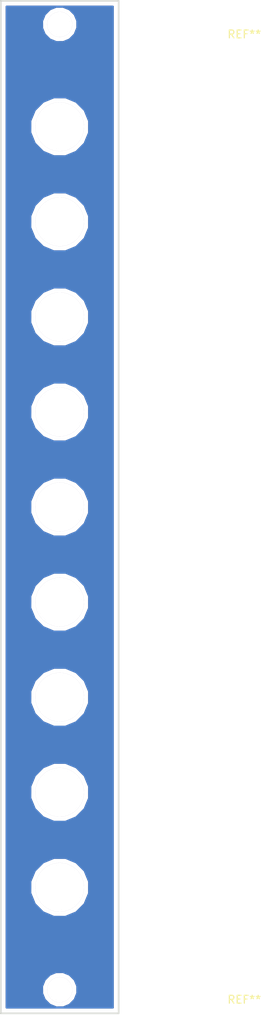
<source format=kicad_pcb>
(kicad_pcb (version 20171130) (host pcbnew "(2018-02-10 revision a04965c)-master")

  (general
    (thickness 1.6)
    (drawings 7)
    (tracks 0)
    (zones 0)
    (modules 12)
    (nets 1)
  )

  (page A4)
  (layers
    (0 F.Cu signal)
    (31 B.Cu signal)
    (32 B.Adhes user)
    (33 F.Adhes user)
    (34 B.Paste user)
    (35 F.Paste user)
    (36 B.SilkS user)
    (37 F.SilkS user)
    (38 B.Mask user)
    (39 F.Mask user)
    (40 Dwgs.User user)
    (41 Cmts.User user)
    (42 Eco1.User user)
    (43 Eco2.User user)
    (44 Edge.Cuts user)
    (45 Margin user)
    (46 B.CrtYd user)
    (47 F.CrtYd user)
    (48 B.Fab user)
    (49 F.Fab user)
  )

  (setup
    (last_trace_width 0.25)
    (trace_clearance 0.2)
    (zone_clearance 0.508)
    (zone_45_only no)
    (trace_min 0.2)
    (segment_width 0.2)
    (edge_width 0.15)
    (via_size 0.8)
    (via_drill 0.4)
    (via_min_size 0.4)
    (via_min_drill 0.3)
    (uvia_size 0.3)
    (uvia_drill 0.1)
    (uvias_allowed no)
    (uvia_min_size 0.2)
    (uvia_min_drill 0.1)
    (pcb_text_width 0.3)
    (pcb_text_size 1.5 1.5)
    (mod_edge_width 0.15)
    (mod_text_size 1 1)
    (mod_text_width 0.15)
    (pad_size 3.2 3.2)
    (pad_drill 3.2)
    (pad_to_mask_clearance 0.2)
    (aux_axis_origin 0 0)
    (visible_elements FEFFFF7F)
    (pcbplotparams
      (layerselection 0x010f0_ffffffff)
      (usegerberextensions true)
      (usegerberattributes false)
      (usegerberadvancedattributes false)
      (creategerberjobfile false)
      (excludeedgelayer true)
      (linewidth 0.100000)
      (plotframeref false)
      (viasonmask false)
      (mode 1)
      (useauxorigin false)
      (hpglpennumber 1)
      (hpglpenspeed 20)
      (hpglpendiameter 15)
      (psnegative false)
      (psa4output false)
      (plotreference false)
      (plotvalue false)
      (plotinvisibletext false)
      (padsonsilk false)
      (subtractmaskfromsilk false)
      (outputformat 1)
      (mirror false)
      (drillshape 0)
      (scaleselection 1)
      (outputdirectory "/Users/bmoren/Desktop/module developemnt/nearness-master/pcb_panel/gerbers/"))
  )

  (net 0 "")

  (net_class Default "This is the default net class."
    (clearance 0.2)
    (trace_width 0.25)
    (via_dia 0.8)
    (via_drill 0.4)
    (uvia_dia 0.3)
    (uvia_drill 0.1)
  )

  (module modular:jack_hole (layer F.Cu) (tedit 5A96C3B0) (tstamp 5A965F09)
    (at 7.5 15.99)
    (descr "module 1 pin (ou trou mecanique de percage)")
    (tags DEV)
    (fp_text reference REF** (at 0 -0.25) (layer F.SilkS)
      (effects (font (size 1 1) (thickness 0.15)))
    )
    (fp_text value 1pin (at 0 0.75) (layer F.Fab)
      (effects (font (size 1 1) (thickness 0.15)))
    )
    (fp_circle (center 0 0) (end 2 0.8) (layer F.Fab) (width 0.1))
    (fp_circle (center 0 0) (end 2.6 0) (layer F.CrtYd) (width 0.05))
    (pad "" thru_hole circle (at 0 -0.01) (size 6.2 6.2) (drill 6.2) (layers *.Cu *.Mask))
  )

  (module modular:jack_hole (layer F.Cu) (tedit 5A96C3B0) (tstamp 5A96606A)
    (at 7.5 112.51)
    (descr "module 1 pin (ou trou mecanique de percage)")
    (tags DEV)
    (fp_text reference REF** (at 0 -0.25) (layer F.SilkS)
      (effects (font (size 1 1) (thickness 0.15)))
    )
    (fp_text value 1pin (at 0 0.75) (layer F.Fab)
      (effects (font (size 1 1) (thickness 0.15)))
    )
    (fp_circle (center 0 0) (end 2 0.8) (layer F.Fab) (width 0.1))
    (fp_circle (center 0 0) (end 2.6 0) (layer F.CrtYd) (width 0.05))
    (pad "" thru_hole circle (at 0 -0.01) (size 6.2 6.2) (drill 6.2) (layers *.Cu *.Mask))
  )

  (module modular:jack_hole (layer F.Cu) (tedit 5A96C3B0) (tstamp 5A966049)
    (at 7.5 100.445)
    (descr "module 1 pin (ou trou mecanique de percage)")
    (tags DEV)
    (fp_text reference REF** (at 0 -0.25) (layer F.SilkS)
      (effects (font (size 1 1) (thickness 0.15)))
    )
    (fp_text value 1pin (at 0 0.75) (layer F.Fab)
      (effects (font (size 1 1) (thickness 0.15)))
    )
    (fp_circle (center 0 0) (end 2 0.8) (layer F.Fab) (width 0.1))
    (fp_circle (center 0 0) (end 2.6 0) (layer F.CrtYd) (width 0.05))
    (pad "" thru_hole circle (at 0 -0.01) (size 6.2 6.2) (drill 6.2) (layers *.Cu *.Mask))
  )

  (module modular:jack_hole (layer F.Cu) (tedit 5A96C3B0) (tstamp 5A96601D)
    (at 7.5 88.38)
    (descr "module 1 pin (ou trou mecanique de percage)")
    (tags DEV)
    (fp_text reference REF** (at 0 -0.25) (layer F.SilkS)
      (effects (font (size 1 1) (thickness 0.15)))
    )
    (fp_text value 1pin (at 0 0.75) (layer F.Fab)
      (effects (font (size 1 1) (thickness 0.15)))
    )
    (fp_circle (center 0 0) (end 2 0.8) (layer F.Fab) (width 0.1))
    (fp_circle (center 0 0) (end 2.6 0) (layer F.CrtYd) (width 0.05))
    (pad "" thru_hole circle (at 0 -0.01) (size 6.2 6.2) (drill 6.2) (layers *.Cu *.Mask))
  )

  (module modular:jack_hole (layer F.Cu) (tedit 5A96C3B0) (tstamp 5A965FF2)
    (at 7.5 76.315)
    (descr "module 1 pin (ou trou mecanique de percage)")
    (tags DEV)
    (fp_text reference REF** (at 0 -0.25) (layer F.SilkS)
      (effects (font (size 1 1) (thickness 0.15)))
    )
    (fp_text value 1pin (at 0 0.75) (layer F.Fab)
      (effects (font (size 1 1) (thickness 0.15)))
    )
    (fp_circle (center 0 0) (end 2 0.8) (layer F.Fab) (width 0.1))
    (fp_circle (center 0 0) (end 2.6 0) (layer F.CrtYd) (width 0.05))
    (pad "" thru_hole circle (at 0 -0.01) (size 6.2 6.2) (drill 6.2) (layers *.Cu *.Mask))
  )

  (module modular:jack_hole (layer F.Cu) (tedit 5A96C3B0) (tstamp 5A965FD9)
    (at 7.5 64.25)
    (descr "module 1 pin (ou trou mecanique de percage)")
    (tags DEV)
    (fp_text reference REF** (at 0 -0.25) (layer F.SilkS)
      (effects (font (size 1 1) (thickness 0.15)))
    )
    (fp_text value 1pin (at 0 0.75) (layer F.Fab)
      (effects (font (size 1 1) (thickness 0.15)))
    )
    (fp_circle (center 0 0) (end 2 0.8) (layer F.Fab) (width 0.1))
    (fp_circle (center 0 0) (end 2.6 0) (layer F.CrtYd) (width 0.05))
    (pad "" thru_hole circle (at 0 -0.01) (size 6.2 6.2) (drill 6.2) (layers *.Cu *.Mask))
  )

  (module modular:jack_hole (layer F.Cu) (tedit 5A96C3B0) (tstamp 5A965FC0)
    (at 7.5 52.185)
    (descr "module 1 pin (ou trou mecanique de percage)")
    (tags DEV)
    (fp_text reference REF** (at 0 -0.25) (layer F.SilkS)
      (effects (font (size 1 1) (thickness 0.15)))
    )
    (fp_text value 1pin (at 0 0.75) (layer F.Fab)
      (effects (font (size 1 1) (thickness 0.15)))
    )
    (fp_circle (center 0 0) (end 2 0.8) (layer F.Fab) (width 0.1))
    (fp_circle (center 0 0) (end 2.6 0) (layer F.CrtYd) (width 0.05))
    (pad "" thru_hole circle (at 0 -0.01) (size 6.2 6.2) (drill 6.2) (layers *.Cu *.Mask))
  )

  (module modular:jack_hole (layer F.Cu) (tedit 5A96C3B0) (tstamp 5A965F7A)
    (at 7.5 28.055)
    (descr "module 1 pin (ou trou mecanique de percage)")
    (tags DEV)
    (fp_text reference REF** (at 0 -0.25) (layer F.SilkS)
      (effects (font (size 1 1) (thickness 0.15)))
    )
    (fp_text value 1pin (at 0 0.75) (layer F.Fab)
      (effects (font (size 1 1) (thickness 0.15)))
    )
    (fp_circle (center 0 0) (end 2 0.8) (layer F.Fab) (width 0.1))
    (fp_circle (center 0 0) (end 2.6 0) (layer F.CrtYd) (width 0.05))
    (pad "" thru_hole circle (at 0 -0.01) (size 6.2 6.2) (drill 6.2) (layers *.Cu *.Mask))
  )

  (module modular:1pin_no_silk_outline (layer F.Cu) (tedit 5A964054) (tstamp 5A96A0DD)
    (at 7.5 125.5)
    (descr "module 1 pin (ou trou mecanique de percage)")
    (tags DEV)
    (fp_text reference REF** (at 23.5 1.25) (layer F.SilkS)
      (effects (font (size 1 1) (thickness 0.15)))
    )
    (fp_text value 1pin (at 23.5 3.5) (layer F.Fab)
      (effects (font (size 1 1) (thickness 0.15)))
    )
    (pad "" thru_hole circle (at 0 0) (size 3.2 3.2) (drill 3.2) (layers *.Cu *.Mask))
  )

  (module modular:1pin_no_silk_outline (layer F.Cu) (tedit 5A964054) (tstamp 5A9660C3)
    (at 7.5 3)
    (descr "module 1 pin (ou trou mecanique de percage)")
    (tags DEV)
    (fp_text reference REF** (at 23.5 1.25) (layer F.SilkS)
      (effects (font (size 1 1) (thickness 0.15)))
    )
    (fp_text value 1pin (at 23.5 3.5) (layer F.Fab)
      (effects (font (size 1 1) (thickness 0.15)))
    )
    (pad "" thru_hole circle (at 0 0) (size 3.2 3.2) (drill 3.2) (layers *.Cu *.Mask))
  )

  (module modular:nearness_graphics (layer F.Cu) (tedit 0) (tstamp 5A969BEB)
    (at 7.5 64.25)
    (fp_text reference G*** (at 0 0) (layer F.SilkS) hide
      (effects (font (size 1.524 1.524) (thickness 0.3)))
    )
    (fp_text value LOGO (at 0.75 0) (layer F.SilkS) hide
      (effects (font (size 1.524 1.524) (thickness 0.3)))
    )
    (fp_poly (pts (xy -0.254 -55.096833) (xy 0.613833 -55.096833) (xy 0.613833 -54.737) (xy -0.656167 -54.737)
      (xy -0.656167 -56.853667) (xy -0.254 -56.853667) (xy -0.254 -55.096833)) (layer F.Mask) (width 0.01))
    (fp_poly (pts (xy 0.339269 -53.369533) (xy 0.534046 -53.359436) (xy 0.70324 -53.344092) (xy 0.782412 -53.333312)
      (xy 1.242334 -53.239784) (xy 1.684976 -53.108553) (xy 2.108721 -52.941245) (xy 2.511953 -52.739486)
      (xy 2.893057 -52.504902) (xy 3.250417 -52.239118) (xy 3.582418 -51.943761) (xy 3.887444 -51.620455)
      (xy 4.163879 -51.270827) (xy 4.410108 -50.896502) (xy 4.624515 -50.499107) (xy 4.805484 -50.080265)
      (xy 4.9514 -49.641605) (xy 5.060648 -49.18475) (xy 5.094124 -48.994714) (xy 5.111171 -48.85273)
      (xy 5.123477 -48.678904) (xy 5.131039 -48.483464) (xy 5.133854 -48.276637) (xy 5.131918 -48.068649)
      (xy 5.125231 -47.869727) (xy 5.113788 -47.690096) (xy 5.097587 -47.539985) (xy 5.094519 -47.519167)
      (xy 5.025486 -47.144917) (xy 4.936535 -46.796716) (xy 4.823536 -46.461335) (xy 4.682357 -46.125543)
      (xy 4.615323 -45.984583) (xy 4.435679 -45.645858) (xy 4.241969 -45.33683) (xy 4.02658 -45.046904)
      (xy 3.781898 -44.765484) (xy 3.61765 -44.596096) (xy 3.278314 -44.288177) (xy 2.91345 -44.013118)
      (xy 2.525723 -43.772198) (xy 2.117797 -43.566695) (xy 1.692335 -43.397888) (xy 1.252002 -43.267056)
      (xy 0.79946 -43.175477) (xy 0.601993 -43.148511) (xy 0.477084 -43.137311) (xy 0.322977 -43.128711)
      (xy 0.151732 -43.122912) (xy -0.024592 -43.120113) (xy -0.193936 -43.120515) (xy -0.344241 -43.124317)
      (xy -0.455084 -43.130969) (xy -0.903735 -43.190646) (xy -1.341051 -43.289656) (xy -1.764947 -43.42614)
      (xy -2.173337 -43.59824) (xy -2.564133 -43.804098) (xy -2.935251 -44.041856) (xy -3.284604 -44.309654)
      (xy -3.610106 -44.605635) (xy -3.909671 -44.927941) (xy -4.181212 -45.274713) (xy -4.422644 -45.644093)
      (xy -4.631881 -46.034222) (xy -4.806836 -46.443243) (xy -4.945423 -46.869296) (xy -5.024804 -47.201667)
      (xy -5.073438 -47.498186) (xy -5.105954 -47.819638) (xy -5.1218 -48.151599) (xy -5.121711 -48.172904)
      (xy -4.844479 -48.172904) (xy -4.841943 -47.985985) (xy -4.833911 -47.821207) (xy -4.82773 -47.750482)
      (xy -4.762412 -47.32339) (xy -4.657233 -46.899182) (xy -4.5144 -46.483252) (xy -4.336124 -46.080993)
      (xy -4.124615 -45.697799) (xy -3.88208 -45.339061) (xy -3.792116 -45.222583) (xy -3.565124 -44.961684)
      (xy -3.307262 -44.70582) (xy -3.029685 -44.465102) (xy -2.743551 -44.249643) (xy -2.645834 -44.183633)
      (xy -2.261391 -43.956968) (xy -1.855856 -43.766239) (xy -1.432004 -43.612417) (xy -0.992605 -43.496471)
      (xy -0.540434 -43.419372) (xy -0.423334 -43.406035) (xy -0.333866 -43.400078) (xy -0.213259 -43.396534)
      (xy -0.072633 -43.395308) (xy 0.076891 -43.396307) (xy 0.224193 -43.399435) (xy 0.358153 -43.404599)
      (xy 0.467651 -43.411705) (xy 0.489882 -43.413772) (xy 0.931168 -43.479347) (xy 1.363487 -43.585442)
      (xy 1.783953 -43.730679) (xy 2.189682 -43.913686) (xy 2.577787 -44.133086) (xy 2.945383 -44.387505)
      (xy 3.289585 -44.675566) (xy 3.440087 -44.819813) (xy 3.719773 -45.122596) (xy 3.966166 -45.43966)
      (xy 4.185092 -45.77926) (xy 4.382381 -46.14965) (xy 4.389557 -46.1645) (xy 4.528848 -46.4791)
      (xy 4.641884 -46.792869) (xy 4.732596 -47.118511) (xy 4.804921 -47.468728) (xy 4.81885 -47.550917)
      (xy 4.836852 -47.696841) (xy 4.849445 -47.874059) (xy 4.856635 -48.071878) (xy 4.858428 -48.279606)
      (xy 4.854829 -48.48655) (xy 4.845843 -48.682019) (xy 4.831478 -48.85532) (xy 4.818101 -48.9585)
      (xy 4.727391 -49.404797) (xy 4.598918 -49.834733) (xy 4.43442 -50.246488) (xy 4.235632 -50.638243)
      (xy 4.00429 -51.008179) (xy 3.742132 -51.354476) (xy 3.450892 -51.675316) (xy 3.132307 -51.968878)
      (xy 2.788113 -52.233345) (xy 2.420047 -52.466897) (xy 2.029844 -52.667713) (xy 1.619241 -52.833977)
      (xy 1.189974 -52.963867) (xy 0.941916 -53.020072) (xy 0.674046 -53.06561) (xy 0.406714 -53.093796)
      (xy 0.122757 -53.106235) (xy 0.010583 -53.107167) (xy -0.444399 -53.086481) (xy -0.889841 -53.024967)
      (xy -1.323818 -52.92344) (xy -1.744409 -52.782712) (xy -2.149688 -52.603598) (xy -2.537733 -52.386913)
      (xy -2.906619 -52.133471) (xy -3.254424 -51.844085) (xy -3.47234 -51.632925) (xy -3.776135 -51.291725)
      (xy -4.042466 -50.931458) (xy -4.27176 -50.551296) (xy -4.464441 -50.150407) (xy -4.620934 -49.727962)
      (xy -4.741663 -49.283128) (xy -4.786497 -49.064333) (xy -4.806393 -48.927541) (xy -4.822476 -48.759281)
      (xy -4.834409 -48.570273) (xy -4.841855 -48.37124) (xy -4.844479 -48.172904) (xy -5.121711 -48.172904)
      (xy -5.120423 -48.479644) (xy -5.101271 -48.789349) (xy -5.089665 -48.895632) (xy -5.012793 -49.347674)
      (xy -4.896488 -49.787561) (xy -4.742401 -50.212973) (xy -4.552183 -50.621588) (xy -4.327485 -51.011086)
      (xy -4.069956 -51.379145) (xy -3.781249 -51.723444) (xy -3.463013 -52.041662) (xy -3.1169 -52.331478)
      (xy -2.74456 -52.590571) (xy -2.347644 -52.816619) (xy -2.275417 -52.852785) (xy -1.976451 -52.990278)
      (xy -1.687044 -53.103147) (xy -1.393606 -53.195804) (xy -1.082543 -53.27266) (xy -0.825513 -53.323301)
      (xy -0.680159 -53.343421) (xy -0.50241 -53.358656) (xy -0.301931 -53.368945) (xy -0.088382 -53.374228)
      (xy 0.128572 -53.374444) (xy 0.339269 -53.369533)) (layer F.Mask) (width 0.01))
    (fp_poly (pts (xy 0.025844 -42.276537) (xy 0.079497 -42.235759) (xy 0.101647 -42.200549) (xy 0.118508 -42.148461)
      (xy 0.108351 -42.099746) (xy 0.101538 -42.084625) (xy 0.073206 -42.044083) (xy 0.029213 -42.025088)
      (xy -0.010837 -42.020162) (xy -0.072808 -42.022388) (xy -0.116727 -42.036239) (xy -0.121804 -42.04027)
      (xy -0.139221 -42.077745) (xy -0.147937 -42.135789) (xy -0.148167 -42.146579) (xy -0.131984 -42.218443)
      (xy -0.090512 -42.265586) (xy -0.034364 -42.285715) (xy 0.025844 -42.276537)) (layer F.Mask) (width 0.01))
    (fp_poly (pts (xy 0.040748 -41.730437) (xy 0.082134 -41.695092) (xy 0.104512 -41.648892) (xy 0.112315 -41.577044)
      (xy 0.08613 -41.51166) (xy 0.055039 -41.481699) (xy 0.001693 -41.466499) (xy -0.062492 -41.472455)
      (xy -0.113204 -41.497125) (xy -0.114905 -41.498762) (xy -0.1382 -41.542514) (xy -0.148162 -41.601812)
      (xy -0.148167 -41.603083) (xy -0.132487 -41.678469) (xy -0.088092 -41.72565) (xy -0.024947 -41.740343)
      (xy 0.040748 -41.730437)) (layer F.Mask) (width 0.01))
    (fp_poly (pts (xy 0.04623 -42.929801) (xy 0.068357 -42.910125) (xy 0.091648 -42.878651) (xy 0.133478 -42.816976)
      (xy 0.19096 -42.729683) (xy 0.261209 -42.621352) (xy 0.341341 -42.496563) (xy 0.42847 -42.359898)
      (xy 0.519711 -42.215938) (xy 0.612179 -42.069262) (xy 0.702988 -41.924452) (xy 0.789255 -41.786089)
      (xy 0.868093 -41.658754) (xy 0.936618 -41.547027) (xy 0.991944 -41.455489) (xy 1.031187 -41.388722)
      (xy 1.05146 -41.351305) (xy 1.053567 -41.345863) (xy 1.044688 -41.295815) (xy 1.009031 -41.247531)
      (xy 0.959984 -41.216137) (xy 0.934613 -41.2115) (xy 0.891635 -41.226364) (xy 0.856831 -41.254296)
      (xy 0.836579 -41.281858) (xy 0.796617 -41.340743) (xy 0.739859 -41.426495) (xy 0.669219 -41.534655)
      (xy 0.587612 -41.660768) (xy 0.497953 -41.800375) (xy 0.424313 -41.915754) (xy 0.317314 -42.083338)
      (xy 0.230216 -42.218331) (xy 0.16059 -42.324105) (xy 0.106007 -42.404034) (xy 0.064038 -42.46149)
      (xy 0.032253 -42.499848) (xy 0.008224 -42.52248) (xy -0.010478 -42.53276) (xy -0.021167 -42.534417)
      (xy -0.037604 -42.530498) (xy -0.057754 -42.516503) (xy -0.084033 -42.489074) (xy -0.118857 -42.444852)
      (xy -0.164639 -42.380479) (xy -0.223796 -42.292597) (xy -0.298743 -42.177847) (xy -0.391895 -42.032871)
      (xy -0.470248 -41.91) (xy -0.564263 -41.762629) (xy -0.65215 -41.625539) (xy -0.731069 -41.503108)
      (xy -0.798181 -41.399712) (xy -0.850647 -41.319729) (xy -0.885628 -41.267538) (xy -0.899279 -41.248542)
      (xy -0.95093 -41.215624) (xy -1.010383 -41.220996) (xy -1.058334 -41.253833) (xy -1.089839 -41.297141)
      (xy -1.100667 -41.331523) (xy -1.089728 -41.355018) (xy -1.058805 -41.40962) (xy -1.01074 -41.490783)
      (xy -0.948374 -41.593963) (xy -0.874548 -41.714612) (xy -0.792104 -41.848186) (xy -0.703883 -41.990139)
      (xy -0.612726 -42.135925) (xy -0.521475 -42.280999) (xy -0.432971 -42.420814) (xy -0.350056 -42.550825)
      (xy -0.27557 -42.666487) (xy -0.212356 -42.763253) (xy -0.163254 -42.836579) (xy -0.133775 -42.878375)
      (xy -0.076362 -42.93036) (xy -0.01304 -42.948024) (xy 0.04623 -42.929801)) (layer F.Mask) (width 0.01))
    (fp_poly (pts (xy 0.041842 -41.181671) (xy 0.0826 -41.161033) (xy 0.083448 -41.160051) (xy 0.108703 -41.10077)
      (xy 0.106951 -41.030867) (xy 0.08 -40.969972) (xy 0.064474 -40.954033) (xy 0.001128 -40.919536)
      (xy -0.06048 -40.925295) (xy -0.101124 -40.948117) (xy -0.133689 -40.99272) (xy -0.148843 -41.056926)
      (xy -0.144688 -41.121723) (xy -0.122767 -41.164933) (xy -0.080482 -41.184087) (xy -0.019065 -41.189511)
      (xy 0.041842 -41.181671)) (layer F.Mask) (width 0.01))
    (fp_poly (pts (xy 0.025844 -40.646704) (xy 0.079497 -40.605925) (xy 0.101647 -40.570716) (xy 0.118508 -40.518628)
      (xy 0.108351 -40.469912) (xy 0.101538 -40.454792) (xy 0.073206 -40.41425) (xy 0.029213 -40.395255)
      (xy -0.010837 -40.390329) (xy -0.072808 -40.392555) (xy -0.116727 -40.406406) (xy -0.121804 -40.410437)
      (xy -0.139221 -40.447912) (xy -0.147937 -40.505956) (xy -0.148167 -40.516746) (xy -0.131984 -40.58861)
      (xy -0.090512 -40.635753) (xy -0.034364 -40.655882) (xy 0.025844 -40.646704)) (layer F.Mask) (width 0.01))
    (fp_poly (pts (xy 0.040748 -40.100604) (xy 0.082134 -40.065259) (xy 0.104512 -40.019058) (xy 0.112315 -39.947211)
      (xy 0.08613 -39.881827) (xy 0.055039 -39.851866) (xy 0.001693 -39.836666) (xy -0.062492 -39.842621)
      (xy -0.113204 -39.867292) (xy -0.114905 -39.868929) (xy -0.1382 -39.912681) (xy -0.148162 -39.971979)
      (xy -0.148167 -39.97325) (xy -0.132487 -40.048635) (xy -0.088092 -40.095816) (xy -0.024947 -40.110509)
      (xy 0.040748 -40.100604)) (layer F.Mask) (width 0.01))
    (fp_poly (pts (xy 0.041842 -39.551838) (xy 0.0826 -39.5312) (xy 0.083448 -39.530217) (xy 0.108703 -39.470937)
      (xy 0.106951 -39.401034) (xy 0.08 -39.340139) (xy 0.064474 -39.3242) (xy 0.001128 -39.289702)
      (xy -0.06048 -39.295462) (xy -0.101124 -39.318284) (xy -0.133689 -39.362887) (xy -0.148843 -39.427093)
      (xy -0.144688 -39.491889) (xy -0.122767 -39.5351) (xy -0.080482 -39.554254) (xy -0.019065 -39.559678)
      (xy 0.041842 -39.551838)) (layer F.Mask) (width 0.01))
    (fp_poly (pts (xy 0.025844 -39.016871) (xy 0.079497 -38.976092) (xy 0.101647 -38.940883) (xy 0.118508 -38.888795)
      (xy 0.108351 -38.840079) (xy 0.101538 -38.824958) (xy 0.073206 -38.784416) (xy 0.029213 -38.765422)
      (xy -0.010837 -38.760495) (xy -0.072808 -38.762722) (xy -0.116727 -38.776572) (xy -0.121804 -38.780604)
      (xy -0.139221 -38.818079) (xy -0.147937 -38.876122) (xy -0.148167 -38.886912) (xy -0.131984 -38.958776)
      (xy -0.090512 -39.00592) (xy -0.034364 -39.026049) (xy 0.025844 -39.016871)) (layer F.Mask) (width 0.01))
    (fp_poly (pts (xy 0.040748 -38.470771) (xy 0.082134 -38.435425) (xy 0.104512 -38.389225) (xy 0.112315 -38.317377)
      (xy 0.08613 -38.251994) (xy 0.055039 -38.222033) (xy 0.001693 -38.206832) (xy -0.062492 -38.212788)
      (xy -0.113204 -38.237459) (xy -0.114905 -38.239095) (xy -0.1382 -38.282847) (xy -0.148162 -38.342145)
      (xy -0.148167 -38.343417) (xy -0.132487 -38.418802) (xy -0.088092 -38.465983) (xy -0.024947 -38.480676)
      (xy 0.040748 -38.470771)) (layer F.Mask) (width 0.01))
    (fp_poly (pts (xy 0.041842 -37.922005) (xy 0.0826 -37.901366) (xy 0.083448 -37.900384) (xy 0.108703 -37.841103)
      (xy 0.106951 -37.7712) (xy 0.08 -37.710306) (xy 0.064474 -37.694367) (xy 0.001128 -37.659869)
      (xy -0.06048 -37.665628) (xy -0.101124 -37.68845) (xy -0.133689 -37.733054) (xy -0.148843 -37.79726)
      (xy -0.144688 -37.862056) (xy -0.122767 -37.905267) (xy -0.080482 -37.92442) (xy -0.019065 -37.929845)
      (xy 0.041842 -37.922005)) (layer F.Mask) (width 0.01))
    (fp_poly (pts (xy 0.025844 -37.387037) (xy 0.079497 -37.346259) (xy 0.101647 -37.311049) (xy 0.118508 -37.258961)
      (xy 0.108351 -37.210246) (xy 0.101538 -37.195125) (xy 0.073206 -37.154583) (xy 0.029213 -37.135588)
      (xy -0.010837 -37.130662) (xy -0.072808 -37.132888) (xy -0.116727 -37.146739) (xy -0.121804 -37.15077)
      (xy -0.139221 -37.188245) (xy -0.147937 -37.246289) (xy -0.148167 -37.257079) (xy -0.131984 -37.328943)
      (xy -0.090512 -37.376086) (xy -0.034364 -37.396215) (xy 0.025844 -37.387037)) (layer F.Mask) (width 0.01))
    (fp_poly (pts (xy 0.040748 -36.840937) (xy 0.082134 -36.805592) (xy 0.104512 -36.759392) (xy 0.112315 -36.687544)
      (xy 0.08613 -36.62216) (xy 0.055039 -36.592199) (xy 0.001693 -36.576999) (xy -0.062492 -36.582955)
      (xy -0.113204 -36.607625) (xy -0.114905 -36.609262) (xy -0.1382 -36.653014) (xy -0.148162 -36.712312)
      (xy -0.148167 -36.713583) (xy -0.132487 -36.788969) (xy -0.088092 -36.83615) (xy -0.024947 -36.850843)
      (xy 0.040748 -36.840937)) (layer F.Mask) (width 0.01))
    (fp_poly (pts (xy 0.041842 -36.292171) (xy 0.0826 -36.271533) (xy 0.083448 -36.270551) (xy 0.108703 -36.21127)
      (xy 0.106951 -36.141367) (xy 0.08 -36.080472) (xy 0.064474 -36.064533) (xy 0.001128 -36.030036)
      (xy -0.06048 -36.035795) (xy -0.101124 -36.058617) (xy -0.133689 -36.10322) (xy -0.148843 -36.167426)
      (xy -0.144688 -36.232223) (xy -0.122767 -36.275433) (xy -0.080482 -36.294587) (xy -0.019065 -36.300011)
      (xy 0.041842 -36.292171)) (layer F.Mask) (width 0.01))
    (fp_poly (pts (xy 0.025844 -35.757204) (xy 0.079497 -35.716425) (xy 0.101647 -35.681216) (xy 0.118508 -35.629128)
      (xy 0.108351 -35.580412) (xy 0.101538 -35.565292) (xy 0.073206 -35.52475) (xy 0.029213 -35.505755)
      (xy -0.010837 -35.500829) (xy -0.072808 -35.503055) (xy -0.116727 -35.516906) (xy -0.121804 -35.520937)
      (xy -0.139221 -35.558412) (xy -0.147937 -35.616456) (xy -0.148167 -35.627246) (xy -0.131984 -35.69911)
      (xy -0.090512 -35.746253) (xy -0.034364 -35.766382) (xy 0.025844 -35.757204)) (layer F.Mask) (width 0.01))
    (fp_poly (pts (xy 0.040748 -35.211104) (xy 0.082134 -35.175759) (xy 0.104512 -35.129558) (xy 0.112315 -35.057711)
      (xy 0.08613 -34.992327) (xy 0.055039 -34.962366) (xy 0.001693 -34.947166) (xy -0.062492 -34.953121)
      (xy -0.113204 -34.977792) (xy -0.114905 -34.979429) (xy -0.1382 -35.023181) (xy -0.148162 -35.082479)
      (xy -0.148167 -35.08375) (xy -0.132487 -35.159135) (xy -0.088092 -35.206316) (xy -0.024947 -35.221009)
      (xy 0.040748 -35.211104)) (layer F.Mask) (width 0.01))
    (fp_poly (pts (xy 0.041842 -34.662338) (xy 0.0826 -34.6417) (xy 0.083448 -34.640717) (xy 0.108703 -34.581437)
      (xy 0.106951 -34.511534) (xy 0.08 -34.450639) (xy 0.064474 -34.4347) (xy 0.001128 -34.400202)
      (xy -0.06048 -34.405962) (xy -0.101124 -34.428784) (xy -0.133689 -34.473387) (xy -0.148843 -34.537593)
      (xy -0.144688 -34.602389) (xy -0.122767 -34.6456) (xy -0.080482 -34.664754) (xy -0.019065 -34.670178)
      (xy 0.041842 -34.662338)) (layer F.Mask) (width 0.01))
    (fp_poly (pts (xy 0.025844 -34.127371) (xy 0.079497 -34.086592) (xy 0.101647 -34.051383) (xy 0.118508 -33.999295)
      (xy 0.108351 -33.950579) (xy 0.101538 -33.935458) (xy 0.073206 -33.894916) (xy 0.029213 -33.875922)
      (xy -0.010837 -33.870995) (xy -0.072808 -33.873222) (xy -0.116727 -33.887072) (xy -0.121804 -33.891104)
      (xy -0.139221 -33.928579) (xy -0.147937 -33.986622) (xy -0.148167 -33.997412) (xy -0.131984 -34.069276)
      (xy -0.090512 -34.11642) (xy -0.034364 -34.136549) (xy 0.025844 -34.127371)) (layer F.Mask) (width 0.01))
    (fp_poly (pts (xy 0.040748 -33.581271) (xy 0.082134 -33.545925) (xy 0.104512 -33.499725) (xy 0.112315 -33.427877)
      (xy 0.08613 -33.362494) (xy 0.055039 -33.332533) (xy 0.001693 -33.317332) (xy -0.062492 -33.323288)
      (xy -0.113204 -33.347959) (xy -0.114905 -33.349595) (xy -0.1382 -33.393347) (xy -0.148162 -33.452645)
      (xy -0.148167 -33.453917) (xy -0.132487 -33.529302) (xy -0.088092 -33.576483) (xy -0.024947 -33.591176)
      (xy 0.040748 -33.581271)) (layer F.Mask) (width 0.01))
    (fp_poly (pts (xy 0.041842 -33.032505) (xy 0.0826 -33.011866) (xy 0.083448 -33.010884) (xy 0.108703 -32.951603)
      (xy 0.106951 -32.8817) (xy 0.08 -32.820806) (xy 0.064474 -32.804867) (xy 0.001128 -32.770369)
      (xy -0.06048 -32.776128) (xy -0.101124 -32.79895) (xy -0.133689 -32.843554) (xy -0.148843 -32.90776)
      (xy -0.144688 -32.972556) (xy -0.122767 -33.015767) (xy -0.080482 -33.03492) (xy -0.019065 -33.040345)
      (xy 0.041842 -33.032505)) (layer F.Mask) (width 0.01))
    (fp_poly (pts (xy 0.025844 -32.497537) (xy 0.079497 -32.456759) (xy 0.101647 -32.421549) (xy 0.118508 -32.369461)
      (xy 0.108351 -32.320746) (xy 0.101538 -32.305625) (xy 0.073206 -32.265083) (xy 0.029213 -32.246088)
      (xy -0.010837 -32.241162) (xy -0.072808 -32.243388) (xy -0.116727 -32.257239) (xy -0.121804 -32.26127)
      (xy -0.139221 -32.298745) (xy -0.147937 -32.356789) (xy -0.148167 -32.367579) (xy -0.131984 -32.439443)
      (xy -0.090512 -32.486586) (xy -0.034364 -32.506715) (xy 0.025844 -32.497537)) (layer F.Mask) (width 0.01))
    (fp_poly (pts (xy 0.040748 -31.951437) (xy 0.082134 -31.916092) (xy 0.104512 -31.869892) (xy 0.112315 -31.798044)
      (xy 0.08613 -31.73266) (xy 0.055039 -31.702699) (xy 0.001693 -31.687499) (xy -0.062492 -31.693455)
      (xy -0.113204 -31.718125) (xy -0.114905 -31.719762) (xy -0.1382 -31.763514) (xy -0.148162 -31.822812)
      (xy -0.148167 -31.824083) (xy -0.132487 -31.899469) (xy -0.088092 -31.94665) (xy -0.024947 -31.961343)
      (xy 0.040748 -31.951437)) (layer F.Mask) (width 0.01))
    (fp_poly (pts (xy 0.041842 -31.402671) (xy 0.0826 -31.382033) (xy 0.083448 -31.381051) (xy 0.108703 -31.32177)
      (xy 0.106951 -31.251867) (xy 0.08 -31.190972) (xy 0.064474 -31.175033) (xy 0.001128 -31.140536)
      (xy -0.06048 -31.146295) (xy -0.101124 -31.169117) (xy -0.133689 -31.21372) (xy -0.148843 -31.277926)
      (xy -0.144688 -31.342723) (xy -0.122767 -31.385933) (xy -0.080482 -31.405087) (xy -0.019065 -31.410511)
      (xy 0.041842 -31.402671)) (layer F.Mask) (width 0.01))
    (fp_poly (pts (xy 0.025844 -30.867704) (xy 0.079497 -30.826925) (xy 0.101647 -30.791716) (xy 0.118508 -30.739628)
      (xy 0.108351 -30.690912) (xy 0.101538 -30.675792) (xy 0.073206 -30.63525) (xy 0.029213 -30.616255)
      (xy -0.010837 -30.611329) (xy -0.072808 -30.613555) (xy -0.116727 -30.627406) (xy -0.121804 -30.631437)
      (xy -0.139221 -30.668912) (xy -0.147937 -30.726956) (xy -0.148167 -30.737746) (xy -0.131984 -30.80961)
      (xy -0.090512 -30.856753) (xy -0.034364 -30.876882) (xy 0.025844 -30.867704)) (layer F.Mask) (width 0.01))
    (fp_poly (pts (xy 0.040748 -30.321604) (xy 0.082134 -30.286259) (xy 0.104512 -30.240058) (xy 0.112315 -30.168211)
      (xy 0.08613 -30.102827) (xy 0.055039 -30.072866) (xy 0.001693 -30.057666) (xy -0.062492 -30.063621)
      (xy -0.113204 -30.088292) (xy -0.114905 -30.089929) (xy -0.1382 -30.133681) (xy -0.148162 -30.192979)
      (xy -0.148167 -30.19425) (xy -0.132487 -30.269635) (xy -0.088092 -30.316816) (xy -0.024947 -30.331509)
      (xy 0.040748 -30.321604)) (layer F.Mask) (width 0.01))
    (fp_poly (pts (xy 0.041842 -29.772838) (xy 0.0826 -29.7522) (xy 0.083448 -29.751217) (xy 0.108703 -29.691937)
      (xy 0.106951 -29.622034) (xy 0.08 -29.561139) (xy 0.064474 -29.5452) (xy 0.001128 -29.510702)
      (xy -0.06048 -29.516462) (xy -0.101124 -29.539284) (xy -0.133689 -29.583887) (xy -0.148843 -29.648093)
      (xy -0.144688 -29.712889) (xy -0.122767 -29.7561) (xy -0.080482 -29.775254) (xy -0.019065 -29.780678)
      (xy 0.041842 -29.772838)) (layer F.Mask) (width 0.01))
    (fp_poly (pts (xy 0.025844 -29.237871) (xy 0.079497 -29.197092) (xy 0.101647 -29.161883) (xy 0.118508 -29.109795)
      (xy 0.108351 -29.061079) (xy 0.101538 -29.045958) (xy 0.073206 -29.005416) (xy 0.029213 -28.986422)
      (xy -0.010837 -28.981495) (xy -0.072808 -28.983722) (xy -0.116727 -28.997572) (xy -0.121804 -29.001604)
      (xy -0.139221 -29.039079) (xy -0.147937 -29.097122) (xy -0.148167 -29.107912) (xy -0.131984 -29.179776)
      (xy -0.090512 -29.22692) (xy -0.034364 -29.247049) (xy 0.025844 -29.237871)) (layer F.Mask) (width 0.01))
    (fp_poly (pts (xy 0.040748 -28.691771) (xy 0.082134 -28.656425) (xy 0.104512 -28.610225) (xy 0.112315 -28.538377)
      (xy 0.08613 -28.472994) (xy 0.055039 -28.443033) (xy 0.001693 -28.427832) (xy -0.062492 -28.433788)
      (xy -0.113204 -28.458459) (xy -0.114905 -28.460095) (xy -0.1382 -28.503847) (xy -0.148162 -28.563145)
      (xy -0.148167 -28.564417) (xy -0.132487 -28.639802) (xy -0.088092 -28.686983) (xy -0.024947 -28.701676)
      (xy 0.040748 -28.691771)) (layer F.Mask) (width 0.01))
    (fp_poly (pts (xy 0.041842 -28.143005) (xy 0.0826 -28.122366) (xy 0.083448 -28.121384) (xy 0.108703 -28.062103)
      (xy 0.106951 -27.9922) (xy 0.08 -27.931306) (xy 0.064474 -27.915367) (xy 0.001128 -27.880869)
      (xy -0.06048 -27.886628) (xy -0.101124 -27.90945) (xy -0.133689 -27.954054) (xy -0.148843 -28.01826)
      (xy -0.144688 -28.083056) (xy -0.122767 -28.126267) (xy -0.080482 -28.14542) (xy -0.019065 -28.150845)
      (xy 0.041842 -28.143005)) (layer F.Mask) (width 0.01))
    (fp_poly (pts (xy 0.025844 -27.608037) (xy 0.079497 -27.567259) (xy 0.101647 -27.532049) (xy 0.118508 -27.479961)
      (xy 0.108351 -27.431246) (xy 0.101538 -27.416125) (xy 0.073206 -27.375583) (xy 0.029213 -27.356588)
      (xy -0.010837 -27.351662) (xy -0.072808 -27.353888) (xy -0.116727 -27.367739) (xy -0.121804 -27.37177)
      (xy -0.139221 -27.409245) (xy -0.147937 -27.467289) (xy -0.148167 -27.478079) (xy -0.131984 -27.549943)
      (xy -0.090512 -27.597086) (xy -0.034364 -27.617215) (xy 0.025844 -27.608037)) (layer F.Mask) (width 0.01))
    (fp_poly (pts (xy 0.040748 -27.061937) (xy 0.082134 -27.026592) (xy 0.104512 -26.980392) (xy 0.112315 -26.908544)
      (xy 0.08613 -26.84316) (xy 0.055039 -26.813199) (xy 0.001693 -26.797999) (xy -0.062492 -26.803955)
      (xy -0.113204 -26.828625) (xy -0.114905 -26.830262) (xy -0.1382 -26.874014) (xy -0.148162 -26.933312)
      (xy -0.148167 -26.934583) (xy -0.132487 -27.009969) (xy -0.088092 -27.05715) (xy -0.024947 -27.071843)
      (xy 0.040748 -27.061937)) (layer F.Mask) (width 0.01))
    (fp_poly (pts (xy 0.041842 -26.513171) (xy 0.0826 -26.492533) (xy 0.083448 -26.491551) (xy 0.108703 -26.43227)
      (xy 0.106951 -26.362367) (xy 0.08 -26.301472) (xy 0.064474 -26.285533) (xy 0.001128 -26.251036)
      (xy -0.06048 -26.256795) (xy -0.101124 -26.279617) (xy -0.133689 -26.32422) (xy -0.148843 -26.388426)
      (xy -0.144688 -26.453223) (xy -0.122767 -26.496433) (xy -0.080482 -26.515587) (xy -0.019065 -26.521011)
      (xy 0.041842 -26.513171)) (layer F.Mask) (width 0.01))
    (fp_poly (pts (xy 0.025844 -25.978204) (xy 0.079497 -25.937425) (xy 0.101647 -25.902216) (xy 0.118508 -25.850128)
      (xy 0.108351 -25.801412) (xy 0.101538 -25.786292) (xy 0.073206 -25.74575) (xy 0.029213 -25.726755)
      (xy -0.010837 -25.721829) (xy -0.072808 -25.724055) (xy -0.116727 -25.737906) (xy -0.121804 -25.741937)
      (xy -0.139221 -25.779412) (xy -0.147937 -25.837456) (xy -0.148167 -25.848246) (xy -0.131984 -25.92011)
      (xy -0.090512 -25.967253) (xy -0.034364 -25.987382) (xy 0.025844 -25.978204)) (layer F.Mask) (width 0.01))
    (fp_poly (pts (xy 0.040748 -25.432104) (xy 0.082134 -25.396759) (xy 0.104512 -25.350558) (xy 0.112315 -25.278711)
      (xy 0.08613 -25.213327) (xy 0.055039 -25.183366) (xy 0.001693 -25.168166) (xy -0.062492 -25.174121)
      (xy -0.113204 -25.198792) (xy -0.114905 -25.200429) (xy -0.1382 -25.244181) (xy -0.148162 -25.303479)
      (xy -0.148167 -25.30475) (xy -0.132487 -25.380135) (xy -0.088092 -25.427316) (xy -0.024947 -25.442009)
      (xy 0.040748 -25.432104)) (layer F.Mask) (width 0.01))
    (fp_poly (pts (xy 0.041842 -24.883338) (xy 0.0826 -24.8627) (xy 0.083448 -24.861717) (xy 0.108703 -24.802437)
      (xy 0.106951 -24.732534) (xy 0.08 -24.671639) (xy 0.064474 -24.6557) (xy 0.001128 -24.621202)
      (xy -0.06048 -24.626962) (xy -0.101124 -24.649784) (xy -0.133689 -24.694387) (xy -0.148843 -24.758593)
      (xy -0.144688 -24.823389) (xy -0.122767 -24.8666) (xy -0.080482 -24.885754) (xy -0.019065 -24.891178)
      (xy 0.041842 -24.883338)) (layer F.Mask) (width 0.01))
    (fp_poly (pts (xy 0.025844 -24.348371) (xy 0.079497 -24.307592) (xy 0.101647 -24.272383) (xy 0.118508 -24.220295)
      (xy 0.108351 -24.171579) (xy 0.101538 -24.156458) (xy 0.073206 -24.115916) (xy 0.029213 -24.096922)
      (xy -0.010837 -24.091995) (xy -0.072808 -24.094222) (xy -0.116727 -24.108072) (xy -0.121804 -24.112104)
      (xy -0.139221 -24.149579) (xy -0.147937 -24.207622) (xy -0.148167 -24.218412) (xy -0.131984 -24.290276)
      (xy -0.090512 -24.33742) (xy -0.034364 -24.357549) (xy 0.025844 -24.348371)) (layer F.Mask) (width 0.01))
    (fp_poly (pts (xy 0.040748 -23.802271) (xy 0.082134 -23.766925) (xy 0.104512 -23.720725) (xy 0.112315 -23.648877)
      (xy 0.08613 -23.583494) (xy 0.055039 -23.553533) (xy 0.001693 -23.538332) (xy -0.062492 -23.544288)
      (xy -0.113204 -23.568959) (xy -0.114905 -23.570595) (xy -0.1382 -23.614347) (xy -0.148162 -23.673645)
      (xy -0.148167 -23.674917) (xy -0.132487 -23.750302) (xy -0.088092 -23.797483) (xy -0.024947 -23.812176)
      (xy 0.040748 -23.802271)) (layer F.Mask) (width 0.01))
    (fp_poly (pts (xy 0.041842 -23.253505) (xy 0.0826 -23.232866) (xy 0.083448 -23.231884) (xy 0.108703 -23.172603)
      (xy 0.106951 -23.1027) (xy 0.08 -23.041806) (xy 0.064474 -23.025867) (xy 0.001128 -22.991369)
      (xy -0.06048 -22.997128) (xy -0.101124 -23.01995) (xy -0.133689 -23.064554) (xy -0.148843 -23.12876)
      (xy -0.144688 -23.193556) (xy -0.122767 -23.236767) (xy -0.080482 -23.25592) (xy -0.019065 -23.261345)
      (xy 0.041842 -23.253505)) (layer F.Mask) (width 0.01))
    (fp_poly (pts (xy 0.025844 -22.718537) (xy 0.079497 -22.677759) (xy 0.101647 -22.642549) (xy 0.118508 -22.590461)
      (xy 0.108351 -22.541746) (xy 0.101538 -22.526625) (xy 0.073206 -22.486083) (xy 0.029213 -22.467088)
      (xy -0.010837 -22.462162) (xy -0.072808 -22.464388) (xy -0.116727 -22.478239) (xy -0.121804 -22.48227)
      (xy -0.139221 -22.519745) (xy -0.147937 -22.577789) (xy -0.148167 -22.588579) (xy -0.131984 -22.660443)
      (xy -0.090512 -22.707586) (xy -0.034364 -22.727715) (xy 0.025844 -22.718537)) (layer F.Mask) (width 0.01))
    (fp_poly (pts (xy 0.040748 -22.172437) (xy 0.082134 -22.137092) (xy 0.104512 -22.090892) (xy 0.112315 -22.019044)
      (xy 0.08613 -21.95366) (xy 0.055039 -21.923699) (xy 0.001693 -21.908499) (xy -0.062492 -21.914455)
      (xy -0.113204 -21.939125) (xy -0.114905 -21.940762) (xy -0.1382 -21.984514) (xy -0.148162 -22.043812)
      (xy -0.148167 -22.045083) (xy -0.132487 -22.120469) (xy -0.088092 -22.16765) (xy -0.024947 -22.182343)
      (xy 0.040748 -22.172437)) (layer F.Mask) (width 0.01))
    (fp_poly (pts (xy 0.041842 -21.623671) (xy 0.0826 -21.603033) (xy 0.083448 -21.602051) (xy 0.108703 -21.54277)
      (xy 0.106951 -21.472867) (xy 0.08 -21.411972) (xy 0.064474 -21.396033) (xy 0.001128 -21.361536)
      (xy -0.06048 -21.367295) (xy -0.101124 -21.390117) (xy -0.133689 -21.43472) (xy -0.148843 -21.498926)
      (xy -0.144688 -21.563723) (xy -0.122767 -21.606933) (xy -0.080482 -21.626087) (xy -0.019065 -21.631511)
      (xy 0.041842 -21.623671)) (layer F.Mask) (width 0.01))
    (fp_poly (pts (xy 0.025844 -21.088704) (xy 0.079497 -21.047925) (xy 0.101647 -21.012716) (xy 0.118508 -20.960628)
      (xy 0.108351 -20.911912) (xy 0.101538 -20.896792) (xy 0.073206 -20.85625) (xy 0.029213 -20.837255)
      (xy -0.010837 -20.832329) (xy -0.072808 -20.834555) (xy -0.116727 -20.848406) (xy -0.121804 -20.852437)
      (xy -0.139221 -20.889912) (xy -0.147937 -20.947956) (xy -0.148167 -20.958746) (xy -0.131984 -21.03061)
      (xy -0.090512 -21.077753) (xy -0.034364 -21.097882) (xy 0.025844 -21.088704)) (layer F.Mask) (width 0.01))
    (fp_poly (pts (xy 0.040748 -20.542604) (xy 0.082134 -20.507259) (xy 0.104512 -20.461058) (xy 0.112315 -20.389211)
      (xy 0.08613 -20.323827) (xy 0.055039 -20.293866) (xy 0.001693 -20.278666) (xy -0.062492 -20.284621)
      (xy -0.113204 -20.309292) (xy -0.114905 -20.310929) (xy -0.1382 -20.354681) (xy -0.148162 -20.413979)
      (xy -0.148167 -20.41525) (xy -0.132487 -20.490635) (xy -0.088092 -20.537816) (xy -0.024947 -20.552509)
      (xy 0.040748 -20.542604)) (layer F.Mask) (width 0.01))
    (fp_poly (pts (xy 0.041842 -19.993838) (xy 0.0826 -19.9732) (xy 0.083448 -19.972217) (xy 0.108703 -19.912937)
      (xy 0.106951 -19.843034) (xy 0.08 -19.782139) (xy 0.064474 -19.7662) (xy 0.001128 -19.731702)
      (xy -0.06048 -19.737462) (xy -0.101124 -19.760284) (xy -0.133689 -19.804887) (xy -0.148843 -19.869093)
      (xy -0.144688 -19.933889) (xy -0.122767 -19.9771) (xy -0.080482 -19.996254) (xy -0.019065 -20.001678)
      (xy 0.041842 -19.993838)) (layer F.Mask) (width 0.01))
    (fp_poly (pts (xy 0.025844 -19.458871) (xy 0.079497 -19.418092) (xy 0.101647 -19.382883) (xy 0.118508 -19.330795)
      (xy 0.108351 -19.282079) (xy 0.101538 -19.266958) (xy 0.073206 -19.226416) (xy 0.029213 -19.207422)
      (xy -0.010837 -19.202495) (xy -0.072808 -19.204722) (xy -0.116727 -19.218572) (xy -0.121804 -19.222604)
      (xy -0.139221 -19.260079) (xy -0.147937 -19.318122) (xy -0.148167 -19.328912) (xy -0.131984 -19.400776)
      (xy -0.090512 -19.44792) (xy -0.034364 -19.468049) (xy 0.025844 -19.458871)) (layer F.Mask) (width 0.01))
    (fp_poly (pts (xy 0.040748 -18.912771) (xy 0.082134 -18.877425) (xy 0.104512 -18.831225) (xy 0.112315 -18.759377)
      (xy 0.08613 -18.693994) (xy 0.055039 -18.664033) (xy 0.001693 -18.648832) (xy -0.062492 -18.654788)
      (xy -0.113204 -18.679459) (xy -0.114905 -18.681095) (xy -0.1382 -18.724847) (xy -0.148162 -18.784145)
      (xy -0.148167 -18.785417) (xy -0.132487 -18.860802) (xy -0.088092 -18.907983) (xy -0.024947 -18.922676)
      (xy 0.040748 -18.912771)) (layer F.Mask) (width 0.01))
    (fp_poly (pts (xy 0.041842 -18.364005) (xy 0.0826 -18.343366) (xy 0.083448 -18.342384) (xy 0.108703 -18.283103)
      (xy 0.106951 -18.2132) (xy 0.08 -18.152306) (xy 0.064474 -18.136367) (xy 0.001128 -18.101869)
      (xy -0.06048 -18.107628) (xy -0.101124 -18.13045) (xy -0.133689 -18.175054) (xy -0.148843 -18.23926)
      (xy -0.144688 -18.304056) (xy -0.122767 -18.347267) (xy -0.080482 -18.36642) (xy -0.019065 -18.371845)
      (xy 0.041842 -18.364005)) (layer F.Mask) (width 0.01))
    (fp_poly (pts (xy 0.025844 -17.829037) (xy 0.079497 -17.788259) (xy 0.101647 -17.753049) (xy 0.118508 -17.700961)
      (xy 0.108351 -17.652246) (xy 0.101538 -17.637125) (xy 0.073206 -17.596583) (xy 0.029213 -17.577588)
      (xy -0.010837 -17.572662) (xy -0.072808 -17.574888) (xy -0.116727 -17.588739) (xy -0.121804 -17.59277)
      (xy -0.139221 -17.630245) (xy -0.147937 -17.688289) (xy -0.148167 -17.699079) (xy -0.131984 -17.770943)
      (xy -0.090512 -17.818086) (xy -0.034364 -17.838215) (xy 0.025844 -17.829037)) (layer F.Mask) (width 0.01))
    (fp_poly (pts (xy 0.040748 -17.282937) (xy 0.082134 -17.247592) (xy 0.104512 -17.201392) (xy 0.112315 -17.129544)
      (xy 0.08613 -17.06416) (xy 0.055039 -17.034199) (xy 0.001693 -17.018999) (xy -0.062492 -17.024955)
      (xy -0.113204 -17.049625) (xy -0.114905 -17.051262) (xy -0.1382 -17.095014) (xy -0.148162 -17.154312)
      (xy -0.148167 -17.155583) (xy -0.132487 -17.230969) (xy -0.088092 -17.27815) (xy -0.024947 -17.292843)
      (xy 0.040748 -17.282937)) (layer F.Mask) (width 0.01))
    (fp_poly (pts (xy 0.041842 -16.734171) (xy 0.0826 -16.713533) (xy 0.083448 -16.712551) (xy 0.108703 -16.65327)
      (xy 0.106951 -16.583367) (xy 0.08 -16.522472) (xy 0.064474 -16.506533) (xy 0.001128 -16.472036)
      (xy -0.06048 -16.477795) (xy -0.101124 -16.500617) (xy -0.133689 -16.54522) (xy -0.148843 -16.609426)
      (xy -0.144688 -16.674223) (xy -0.122767 -16.717433) (xy -0.080482 -16.736587) (xy -0.019065 -16.742011)
      (xy 0.041842 -16.734171)) (layer F.Mask) (width 0.01))
    (fp_poly (pts (xy 0.025844 -16.199204) (xy 0.079497 -16.158425) (xy 0.101647 -16.123216) (xy 0.118508 -16.071128)
      (xy 0.108351 -16.022412) (xy 0.101538 -16.007292) (xy 0.073206 -15.96675) (xy 0.029213 -15.947755)
      (xy -0.010837 -15.942829) (xy -0.072808 -15.945055) (xy -0.116727 -15.958906) (xy -0.121804 -15.962937)
      (xy -0.139221 -16.000412) (xy -0.147937 -16.058456) (xy -0.148167 -16.069246) (xy -0.131984 -16.14111)
      (xy -0.090512 -16.188253) (xy -0.034364 -16.208382) (xy 0.025844 -16.199204)) (layer F.Mask) (width 0.01))
    (fp_poly (pts (xy 0.040748 -15.653104) (xy 0.082134 -15.617759) (xy 0.104512 -15.571558) (xy 0.112315 -15.499711)
      (xy 0.08613 -15.434327) (xy 0.055039 -15.404366) (xy 0.001693 -15.389166) (xy -0.062492 -15.395121)
      (xy -0.113204 -15.419792) (xy -0.114905 -15.421429) (xy -0.1382 -15.465181) (xy -0.148162 -15.524479)
      (xy -0.148167 -15.52575) (xy -0.132487 -15.601135) (xy -0.088092 -15.648316) (xy -0.024947 -15.663009)
      (xy 0.040748 -15.653104)) (layer F.Mask) (width 0.01))
    (fp_poly (pts (xy 0.041842 -15.104338) (xy 0.0826 -15.0837) (xy 0.083448 -15.082717) (xy 0.108703 -15.023437)
      (xy 0.106951 -14.953534) (xy 0.08 -14.892639) (xy 0.064474 -14.8767) (xy 0.001128 -14.842202)
      (xy -0.06048 -14.847962) (xy -0.101124 -14.870784) (xy -0.133689 -14.915387) (xy -0.148843 -14.979593)
      (xy -0.144688 -15.044389) (xy -0.122767 -15.0876) (xy -0.080482 -15.106754) (xy -0.019065 -15.112178)
      (xy 0.041842 -15.104338)) (layer F.Mask) (width 0.01))
    (fp_poly (pts (xy 0.025844 -14.569371) (xy 0.079497 -14.528592) (xy 0.101647 -14.493383) (xy 0.118508 -14.441295)
      (xy 0.108351 -14.392579) (xy 0.101538 -14.377458) (xy 0.073206 -14.336916) (xy 0.029213 -14.317922)
      (xy -0.010837 -14.312995) (xy -0.072808 -14.315222) (xy -0.116727 -14.329072) (xy -0.121804 -14.333104)
      (xy -0.139221 -14.370579) (xy -0.147937 -14.428622) (xy -0.148167 -14.439412) (xy -0.131984 -14.511276)
      (xy -0.090512 -14.55842) (xy -0.034364 -14.578549) (xy 0.025844 -14.569371)) (layer F.Mask) (width 0.01))
    (fp_poly (pts (xy 0.040748 -14.023271) (xy 0.082134 -13.987925) (xy 0.104512 -13.941725) (xy 0.112315 -13.869877)
      (xy 0.08613 -13.804494) (xy 0.055039 -13.774533) (xy 0.001693 -13.759332) (xy -0.062492 -13.765288)
      (xy -0.113204 -13.789959) (xy -0.114905 -13.791595) (xy -0.1382 -13.835347) (xy -0.148162 -13.894645)
      (xy -0.148167 -13.895917) (xy -0.132487 -13.971302) (xy -0.088092 -14.018483) (xy -0.024947 -14.033176)
      (xy 0.040748 -14.023271)) (layer F.Mask) (width 0.01))
    (fp_poly (pts (xy 0.041842 -13.474505) (xy 0.0826 -13.453866) (xy 0.083448 -13.452884) (xy 0.108703 -13.393603)
      (xy 0.106951 -13.3237) (xy 0.08 -13.262806) (xy 0.064474 -13.246867) (xy 0.001128 -13.212369)
      (xy -0.06048 -13.218128) (xy -0.101124 -13.24095) (xy -0.133689 -13.285554) (xy -0.148843 -13.34976)
      (xy -0.144688 -13.414556) (xy -0.122767 -13.457767) (xy -0.080482 -13.47692) (xy -0.019065 -13.482345)
      (xy 0.041842 -13.474505)) (layer F.Mask) (width 0.01))
    (fp_poly (pts (xy 0.025844 -12.939537) (xy 0.079497 -12.898759) (xy 0.101647 -12.863549) (xy 0.118508 -12.811461)
      (xy 0.108351 -12.762746) (xy 0.101538 -12.747625) (xy 0.073206 -12.707083) (xy 0.029213 -12.688088)
      (xy -0.010837 -12.683162) (xy -0.072808 -12.685388) (xy -0.116727 -12.699239) (xy -0.121804 -12.70327)
      (xy -0.139221 -12.740745) (xy -0.147937 -12.798789) (xy -0.148167 -12.809579) (xy -0.131984 -12.881443)
      (xy -0.090512 -12.928586) (xy -0.034364 -12.948715) (xy 0.025844 -12.939537)) (layer F.Mask) (width 0.01))
    (fp_poly (pts (xy 0.040748 -12.393437) (xy 0.082134 -12.358092) (xy 0.104512 -12.311892) (xy 0.112315 -12.240044)
      (xy 0.08613 -12.17466) (xy 0.055039 -12.144699) (xy 0.001693 -12.129499) (xy -0.062492 -12.135455)
      (xy -0.113204 -12.160125) (xy -0.114905 -12.161762) (xy -0.1382 -12.205514) (xy -0.148162 -12.264812)
      (xy -0.148167 -12.266083) (xy -0.132487 -12.341469) (xy -0.088092 -12.38865) (xy -0.024947 -12.403343)
      (xy 0.040748 -12.393437)) (layer F.Mask) (width 0.01))
    (fp_poly (pts (xy 0.041842 -11.844671) (xy 0.0826 -11.824033) (xy 0.083448 -11.823051) (xy 0.108703 -11.76377)
      (xy 0.106951 -11.693867) (xy 0.08 -11.632972) (xy 0.064474 -11.617033) (xy 0.001128 -11.582536)
      (xy -0.06048 -11.588295) (xy -0.101124 -11.611117) (xy -0.133689 -11.65572) (xy -0.148843 -11.719926)
      (xy -0.144688 -11.784723) (xy -0.122767 -11.827933) (xy -0.080482 -11.847087) (xy -0.019065 -11.852511)
      (xy 0.041842 -11.844671)) (layer F.Mask) (width 0.01))
    (fp_poly (pts (xy 0.025844 -11.309704) (xy 0.079497 -11.268925) (xy 0.101647 -11.233716) (xy 0.118508 -11.181628)
      (xy 0.108351 -11.132912) (xy 0.101538 -11.117792) (xy 0.073206 -11.07725) (xy 0.029213 -11.058255)
      (xy -0.010837 -11.053329) (xy -0.072808 -11.055555) (xy -0.116727 -11.069406) (xy -0.121804 -11.073437)
      (xy -0.139221 -11.110912) (xy -0.147937 -11.168956) (xy -0.148167 -11.179746) (xy -0.131984 -11.25161)
      (xy -0.090512 -11.298753) (xy -0.034364 -11.318882) (xy 0.025844 -11.309704)) (layer F.Mask) (width 0.01))
    (fp_poly (pts (xy 0.040748 -10.763604) (xy 0.082134 -10.728259) (xy 0.104512 -10.682058) (xy 0.112315 -10.610211)
      (xy 0.08613 -10.544827) (xy 0.055039 -10.514866) (xy 0.001693 -10.499666) (xy -0.062492 -10.505621)
      (xy -0.113204 -10.530292) (xy -0.114905 -10.531929) (xy -0.1382 -10.575681) (xy -0.148162 -10.634979)
      (xy -0.148167 -10.63625) (xy -0.132487 -10.711635) (xy -0.088092 -10.758816) (xy -0.024947 -10.773509)
      (xy 0.040748 -10.763604)) (layer F.Mask) (width 0.01))
    (fp_poly (pts (xy 0.041842 -10.214838) (xy 0.0826 -10.1942) (xy 0.083448 -10.193217) (xy 0.108703 -10.133937)
      (xy 0.106951 -10.064034) (xy 0.08 -10.003139) (xy 0.064474 -9.9872) (xy 0.001128 -9.952702)
      (xy -0.06048 -9.958462) (xy -0.101124 -9.981284) (xy -0.133689 -10.025887) (xy -0.148843 -10.090093)
      (xy -0.144688 -10.154889) (xy -0.122767 -10.1981) (xy -0.080482 -10.217254) (xy -0.019065 -10.222678)
      (xy 0.041842 -10.214838)) (layer F.Mask) (width 0.01))
    (fp_poly (pts (xy 0.025844 -9.679871) (xy 0.079497 -9.639092) (xy 0.101647 -9.603883) (xy 0.118508 -9.551795)
      (xy 0.108351 -9.503079) (xy 0.101538 -9.487958) (xy 0.073206 -9.447416) (xy 0.029213 -9.428422)
      (xy -0.010837 -9.423495) (xy -0.072808 -9.425722) (xy -0.116727 -9.439572) (xy -0.121804 -9.443604)
      (xy -0.139221 -9.481079) (xy -0.147937 -9.539122) (xy -0.148167 -9.549912) (xy -0.131984 -9.621776)
      (xy -0.090512 -9.66892) (xy -0.034364 -9.689049) (xy 0.025844 -9.679871)) (layer F.Mask) (width 0.01))
    (fp_poly (pts (xy 0.040748 -9.133771) (xy 0.082134 -9.098425) (xy 0.104512 -9.052225) (xy 0.112315 -8.980377)
      (xy 0.08613 -8.914994) (xy 0.055039 -8.885033) (xy 0.001693 -8.869832) (xy -0.062492 -8.875788)
      (xy -0.113204 -8.900459) (xy -0.114905 -8.902095) (xy -0.1382 -8.945847) (xy -0.148162 -9.005145)
      (xy -0.148167 -9.006417) (xy -0.132487 -9.081802) (xy -0.088092 -9.128983) (xy -0.024947 -9.143676)
      (xy 0.040748 -9.133771)) (layer F.Mask) (width 0.01))
    (fp_poly (pts (xy 0.041842 -8.585005) (xy 0.0826 -8.564366) (xy 0.083448 -8.563384) (xy 0.108703 -8.504103)
      (xy 0.106951 -8.4342) (xy 0.08 -8.373306) (xy 0.064474 -8.357367) (xy 0.001128 -8.322869)
      (xy -0.06048 -8.328628) (xy -0.101124 -8.35145) (xy -0.133689 -8.396054) (xy -0.148843 -8.46026)
      (xy -0.144688 -8.525056) (xy -0.122767 -8.568267) (xy -0.080482 -8.58742) (xy -0.019065 -8.592845)
      (xy 0.041842 -8.585005)) (layer F.Mask) (width 0.01))
    (fp_poly (pts (xy 0.025844 -8.050037) (xy 0.079497 -8.009259) (xy 0.101647 -7.974049) (xy 0.118508 -7.921961)
      (xy 0.108351 -7.873246) (xy 0.101538 -7.858125) (xy 0.073206 -7.817583) (xy 0.029213 -7.798588)
      (xy -0.010837 -7.793662) (xy -0.072808 -7.795888) (xy -0.116727 -7.809739) (xy -0.121804 -7.81377)
      (xy -0.139221 -7.851245) (xy -0.147937 -7.909289) (xy -0.148167 -7.920079) (xy -0.131984 -7.991943)
      (xy -0.090512 -8.039086) (xy -0.034364 -8.059215) (xy 0.025844 -8.050037)) (layer F.Mask) (width 0.01))
    (fp_poly (pts (xy 0.040748 -7.503937) (xy 0.082134 -7.468592) (xy 0.104512 -7.422392) (xy 0.112315 -7.350544)
      (xy 0.08613 -7.28516) (xy 0.055039 -7.255199) (xy 0.001693 -7.239999) (xy -0.062492 -7.245955)
      (xy -0.113204 -7.270625) (xy -0.114905 -7.272262) (xy -0.1382 -7.316014) (xy -0.148162 -7.375312)
      (xy -0.148167 -7.376583) (xy -0.132487 -7.451969) (xy -0.088092 -7.49915) (xy -0.024947 -7.513843)
      (xy 0.040748 -7.503937)) (layer F.Mask) (width 0.01))
    (fp_poly (pts (xy 0.041842 -6.955171) (xy 0.0826 -6.934533) (xy 0.083448 -6.933551) (xy 0.108703 -6.87427)
      (xy 0.106951 -6.804367) (xy 0.08 -6.743472) (xy 0.064474 -6.727533) (xy 0.001128 -6.693036)
      (xy -0.06048 -6.698795) (xy -0.101124 -6.721617) (xy -0.133689 -6.76622) (xy -0.148843 -6.830426)
      (xy -0.144688 -6.895223) (xy -0.122767 -6.938433) (xy -0.080482 -6.957587) (xy -0.019065 -6.963011)
      (xy 0.041842 -6.955171)) (layer F.Mask) (width 0.01))
    (fp_poly (pts (xy 0.025844 -6.420204) (xy 0.079497 -6.379425) (xy 0.101647 -6.344216) (xy 0.118508 -6.292128)
      (xy 0.108351 -6.243412) (xy 0.101538 -6.228292) (xy 0.073206 -6.18775) (xy 0.029213 -6.168755)
      (xy -0.010837 -6.163829) (xy -0.072808 -6.166055) (xy -0.116727 -6.179906) (xy -0.121804 -6.183937)
      (xy -0.139221 -6.221412) (xy -0.147937 -6.279456) (xy -0.148167 -6.290246) (xy -0.131984 -6.36211)
      (xy -0.090512 -6.409253) (xy -0.034364 -6.429382) (xy 0.025844 -6.420204)) (layer F.Mask) (width 0.01))
    (fp_poly (pts (xy 0.040748 -5.874104) (xy 0.082134 -5.838759) (xy 0.104512 -5.792558) (xy 0.112315 -5.720711)
      (xy 0.08613 -5.655327) (xy 0.055039 -5.625366) (xy 0.001693 -5.610166) (xy -0.062492 -5.616121)
      (xy -0.113204 -5.640792) (xy -0.114905 -5.642429) (xy -0.1382 -5.686181) (xy -0.148162 -5.745479)
      (xy -0.148167 -5.74675) (xy -0.132487 -5.822135) (xy -0.088092 -5.869316) (xy -0.024947 -5.884009)
      (xy 0.040748 -5.874104)) (layer F.Mask) (width 0.01))
    (fp_poly (pts (xy 0.041842 -5.325338) (xy 0.0826 -5.3047) (xy 0.083448 -5.303717) (xy 0.108703 -5.244437)
      (xy 0.106951 -5.174534) (xy 0.08 -5.113639) (xy 0.064474 -5.0977) (xy 0.001128 -5.063202)
      (xy -0.06048 -5.068962) (xy -0.101124 -5.091784) (xy -0.133689 -5.136387) (xy -0.148843 -5.200593)
      (xy -0.144688 -5.265389) (xy -0.122767 -5.3086) (xy -0.080482 -5.327754) (xy -0.019065 -5.333178)
      (xy 0.041842 -5.325338)) (layer F.Mask) (width 0.01))
    (fp_poly (pts (xy 0.017209 -4.586616) (xy 0.076442 -4.557048) (xy 0.116659 -4.505335) (xy 0.127 -4.455583)
      (xy 0.109245 -4.392492) (xy 0.064097 -4.346135) (xy 0.003733 -4.321525) (xy -0.05967 -4.323677)
      (xy -0.113137 -4.356709) (xy -0.142005 -4.414802) (xy -0.144928 -4.483535) (xy -0.122256 -4.543673)
      (xy -0.109459 -4.558136) (xy -0.048827 -4.588744) (xy 0.017209 -4.586616)) (layer F.Mask) (width 0.01))
    (fp_poly (pts (xy 0.5591 -4.565359) (xy 0.609123 -4.53905) (xy 0.644561 -4.491371) (xy 0.656595 -4.426125)
      (xy 0.644006 -4.361802) (xy 0.622904 -4.330095) (xy 0.568644 -4.301381) (xy 0.501823 -4.298057)
      (xy 0.44093 -4.318904) (xy 0.41395 -4.343877) (xy 0.383796 -4.414801) (xy 0.395048 -4.479872)
      (xy 0.436771 -4.528131) (xy 0.501048 -4.565414) (xy 0.5591 -4.565359)) (layer F.Mask) (width 0.01))
    (fp_poly (pts (xy -0.482678 -4.534222) (xy -0.436956 -4.487724) (xy -0.423334 -4.426367) (xy -0.440079 -4.352297)
      (xy -0.483745 -4.303261) (xy -0.544479 -4.284146) (xy -0.612429 -4.299836) (xy -0.641208 -4.31834)
      (xy -0.687551 -4.375678) (xy -0.698098 -4.437828) (xy -0.676623 -4.494557) (xy -0.626902 -4.53563)
      (xy -0.555471 -4.550833) (xy -0.482678 -4.534222)) (layer F.Mask) (width 0.01))
    (fp_poly (pts (xy 1.096402 -4.463262) (xy 1.155141 -4.438214) (xy 1.173549 -4.419124) (xy 1.203316 -4.353369)
      (xy 1.192889 -4.292913) (xy 1.154545 -4.242955) (xy 1.091878 -4.199359) (xy 1.029965 -4.19745)
      (xy 0.972483 -4.230035) (xy 0.935517 -4.281784) (xy 0.923672 -4.346102) (xy 0.937661 -4.406325)
      (xy 0.963601 -4.437413) (xy 1.026833 -4.463494) (xy 1.096402 -4.463262)) (layer F.Mask) (width 0.01))
    (fp_poly (pts (xy -1.026993 -4.448412) (xy -0.980635 -4.403264) (xy -0.956026 -4.342901) (xy -0.958177 -4.279497)
      (xy -0.991209 -4.226031) (xy -1.049303 -4.197162) (xy -1.118035 -4.19424) (xy -1.178173 -4.216912)
      (xy -1.192637 -4.229709) (xy -1.223245 -4.29034) (xy -1.221117 -4.356377) (xy -1.191548 -4.415609)
      (xy -1.139835 -4.455827) (xy -1.090084 -4.466167) (xy -1.026993 -4.448412)) (layer F.Mask) (width 0.01))
    (fp_poly (pts (xy 1.665378 -4.287042) (xy 1.704431 -4.234965) (xy 1.7145 -4.182497) (xy 1.701871 -4.11815)
      (xy 1.675791 -4.077864) (xy 1.617697 -4.048996) (xy 1.548965 -4.046073) (xy 1.488827 -4.068745)
      (xy 1.474363 -4.081542) (xy 1.443693 -4.143864) (xy 1.446405 -4.214321) (xy 1.481666 -4.275667)
      (xy 1.542503 -4.311992) (xy 1.607572 -4.314251) (xy 1.665378 -4.287042)) (layer F.Mask) (width 0.01))
    (fp_poly (pts (xy -1.569008 -4.29071) (xy -1.512314 -4.257404) (xy -1.48122 -4.211088) (xy -1.465793 -4.160521)
      (xy -1.475025 -4.121312) (xy -1.496509 -4.08911) (xy -1.554539 -4.042863) (xy -1.628753 -4.025004)
      (xy -1.68941 -4.035649) (xy -1.725702 -4.071218) (xy -1.74413 -4.130208) (xy -1.7406 -4.19601)
      (xy -1.733944 -4.216328) (xy -1.692401 -4.270433) (xy -1.63323 -4.295139) (xy -1.569008 -4.29071)) (layer F.Mask) (width 0.01))
    (fp_poly (pts (xy 2.143493 -4.071925) (xy 2.189169 -4.038662) (xy 2.189549 -4.038124) (xy 2.219316 -3.972369)
      (xy 2.208889 -3.911913) (xy 2.170545 -3.861955) (xy 2.107878 -3.818359) (xy 2.045965 -3.81645)
      (xy 1.988483 -3.849035) (xy 1.951239 -3.903211) (xy 1.940176 -3.972413) (xy 1.957283 -4.037312)
      (xy 1.967563 -4.052289) (xy 2.014571 -4.079895) (xy 2.079254 -4.086055) (xy 2.143493 -4.071925)) (layer F.Mask) (width 0.01))
    (fp_poly (pts (xy -2.018787 -4.043719) (xy -2.001762 -4.030738) (xy -1.973546 -3.975837) (xy -1.97283 -3.907899)
      (xy -1.998777 -3.84534) (xy -2.010834 -3.831167) (xy -2.069387 -3.795103) (xy -2.139205 -3.797317)
      (xy -2.159 -3.803523) (xy -2.211056 -3.841758) (xy -2.238985 -3.901303) (xy -2.23971 -3.967062)
      (xy -2.210153 -4.023938) (xy -2.204959 -4.02897) (xy -2.148613 -4.056892) (xy -2.079875 -4.061867)
      (xy -2.018787 -4.043719)) (layer F.Mask) (width 0.01))
    (fp_poly (pts (xy 2.619428 -3.786695) (xy 2.662853 -3.743442) (xy 2.680129 -3.68573) (xy 2.664343 -3.621558)
      (xy 2.651526 -3.601432) (xy 2.59291 -3.551745) (xy 2.524722 -3.541125) (xy 2.459504 -3.56787)
      (xy 2.427376 -3.599729) (xy 2.416017 -3.643815) (xy 2.417171 -3.689884) (xy 2.42611 -3.749136)
      (xy 2.447469 -3.78109) (xy 2.481791 -3.797818) (xy 2.556769 -3.807487) (xy 2.619428 -3.786695)) (layer F.Mask) (width 0.01))
    (fp_poly (pts (xy -2.496502 -3.770318) (xy -2.450635 -3.720066) (xy -2.434167 -3.647572) (xy -2.451602 -3.579899)
      (xy -2.496321 -3.533942) (xy -2.556944 -3.514177) (xy -2.622091 -3.525079) (xy -2.667 -3.556)
      (xy -2.702276 -3.616055) (xy -2.703115 -3.68048) (xy -2.674446 -3.738081) (xy -2.6212 -3.777663)
      (xy -2.564448 -3.788833) (xy -2.496502 -3.770318)) (layer F.Mask) (width 0.01))
    (fp_poly (pts (xy 3.052118 -3.455232) (xy 3.090764 -3.406904) (xy 3.106631 -3.34725) (xy 3.094217 -3.286396)
      (xy 3.056887 -3.240948) (xy 3.005181 -3.206677) (xy 2.961986 -3.200894) (xy 2.906976 -3.221097)
      (xy 2.904664 -3.222206) (xy 2.857755 -3.264915) (xy 2.838625 -3.325225) (xy 2.846041 -3.389912)
      (xy 2.878768 -3.445751) (xy 2.928485 -3.477391) (xy 2.996191 -3.482103) (xy 3.052118 -3.455232)) (layer F.Mask) (width 0.01))
    (fp_poly (pts (xy -2.919836 -3.431651) (xy -2.873969 -3.381399) (xy -2.8575 -3.308906) (xy -2.874936 -3.241233)
      (xy -2.919655 -3.195275) (xy -2.980277 -3.17551) (xy -3.045424 -3.186412) (xy -3.090334 -3.217333)
      (xy -3.12561 -3.277388) (xy -3.126448 -3.341813) (xy -3.097779 -3.399414) (xy -3.044534 -3.438996)
      (xy -2.987781 -3.450167) (xy -2.919836 -3.431651)) (layer F.Mask) (width 0.01))
    (fp_poly (pts (xy 3.412169 -3.092113) (xy 3.463146 -3.053361) (xy 3.490525 -2.990598) (xy 3.4925 -2.965867)
      (xy 3.475728 -2.891475) (xy 3.431938 -2.842515) (xy 3.370918 -2.823774) (xy 3.302456 -2.840039)
      (xy 3.273467 -2.858751) (xy 3.228617 -2.916333) (xy 3.221673 -2.981792) (xy 3.252166 -3.045132)
      (xy 3.283581 -3.074599) (xy 3.348634 -3.101108) (xy 3.412169 -3.092113)) (layer F.Mask) (width 0.01))
    (fp_poly (pts (xy -3.287622 -3.038209) (xy -3.248569 -2.986132) (xy -3.2385 -2.933664) (xy -3.251129 -2.869317)
      (xy -3.277209 -2.829031) (xy -3.335303 -2.800162) (xy -3.404035 -2.79724) (xy -3.464173 -2.819912)
      (xy -3.478637 -2.832709) (xy -3.509307 -2.895031) (xy -3.506595 -2.965488) (xy -3.471334 -3.026833)
      (xy -3.410497 -3.063159) (xy -3.345428 -3.065417) (xy -3.287622 -3.038209)) (layer F.Mask) (width 0.01))
    (fp_poly (pts (xy 3.764934 -2.649565) (xy 3.810891 -2.604846) (xy 3.830656 -2.544223) (xy 3.819754 -2.479077)
      (xy 3.788833 -2.434167) (xy 3.729922 -2.397264) (xy 3.664719 -2.401161) (xy 3.630083 -2.417127)
      (xy 3.5784 -2.457794) (xy 3.558075 -2.511407) (xy 3.556324 -2.542011) (xy 3.574749 -2.606002)
      (xy 3.624752 -2.650375) (xy 3.697166 -2.667) (xy 3.697261 -2.667) (xy 3.764934 -2.649565)) (layer F.Mask) (width 0.01))
    (fp_poly (pts (xy -3.678526 -2.64025) (xy -3.645959 -2.624002) (xy -3.602772 -2.588037) (xy -3.583634 -2.533768)
      (xy -3.581093 -2.5114) (xy -3.585245 -2.435332) (xy -3.616029 -2.390409) (xy -3.677713 -2.371834)
      (xy -3.706271 -2.370667) (xy -3.768903 -2.37802) (xy -3.809157 -2.405738) (xy -3.823605 -2.425224)
      (xy -3.845969 -2.492781) (xy -3.829659 -2.558978) (xy -3.777572 -2.614453) (xy -3.762096 -2.624012)
      (xy -3.716132 -2.6445) (xy -3.678526 -2.64025)) (layer F.Mask) (width 0.01))
    (fp_poly (pts (xy 4.052922 -2.193983) (xy 4.09661 -2.146608) (xy 4.115854 -2.082878) (xy 4.106189 -2.021037)
      (xy 4.079704 -1.984698) (xy 4.036593 -1.950081) (xy 3.993329 -1.928725) (xy 3.972663 -1.927509)
      (xy 3.952557 -1.93541) (xy 3.920817 -1.948107) (xy 3.867782 -1.988595) (xy 3.843354 -2.047553)
      (xy 3.847275 -2.112482) (xy 3.879289 -2.170887) (xy 3.926104 -2.205043) (xy 3.993264 -2.216346)
      (xy 4.052922 -2.193983)) (layer F.Mask) (width 0.01))
    (fp_poly (pts (xy -3.9494 -2.173526) (xy -3.899377 -2.147217) (xy -3.863939 -2.099537) (xy -3.851905 -2.034292)
      (xy -3.864494 -1.969969) (xy -3.885596 -1.938262) (xy -3.938597 -1.911155) (xy -4.006473 -1.907074)
      (xy -4.068928 -1.925484) (xy -4.09247 -1.943709) (xy -4.124595 -2.006619) (xy -4.118788 -2.07354)
      (xy -4.076336 -2.132539) (xy -4.071729 -2.136297) (xy -4.007452 -2.17358) (xy -3.9494 -2.173526)) (layer F.Mask) (width 0.01))
    (fp_poly (pts (xy 4.273756 -1.697051) (xy 4.321875 -1.647918) (xy 4.339165 -1.571922) (xy 4.339166 -1.571159)
      (xy 4.321569 -1.505606) (xy 4.276562 -1.460798) (xy 4.215826 -1.441222) (xy 4.15104 -1.451369)
      (xy 4.106333 -1.481667) (xy 4.070008 -1.542504) (xy 4.067749 -1.607572) (xy 4.094957 -1.665379)
      (xy 4.147034 -1.704431) (xy 4.199502 -1.7145) (xy 4.273756 -1.697051)) (layer F.Mask) (width 0.01))
    (fp_poly (pts (xy -4.121587 -1.647448) (xy -4.094368 -1.62011) (xy -4.072762 -1.557678) (xy -4.077435 -1.490562)
      (xy -4.105585 -1.435684) (xy -4.127829 -1.417991) (xy -4.199028 -1.398113) (xy -4.266917 -1.409514)
      (xy -4.304137 -1.435709) (xy -4.332059 -1.492054) (xy -4.337034 -1.560793) (xy -4.318886 -1.621881)
      (xy -4.305905 -1.638905) (xy -4.250118 -1.668677) (xy -4.182723 -1.670996) (xy -4.121587 -1.647448)) (layer F.Mask) (width 0.01))
    (fp_poly (pts (xy 4.434007 -1.188745) (xy 4.480365 -1.143598) (xy 4.504974 -1.083234) (xy 4.502823 -1.01983)
      (xy 4.469791 -0.966364) (xy 4.411697 -0.937496) (xy 4.342965 -0.934573) (xy 4.282827 -0.957245)
      (xy 4.268363 -0.970042) (xy 4.237755 -1.030673) (xy 4.239883 -1.09671) (xy 4.269452 -1.155943)
      (xy 4.321165 -1.19616) (xy 4.370916 -1.2065) (xy 4.434007 -1.188745)) (layer F.Mask) (width 0.01))
    (fp_poly (pts (xy -4.3304 -1.157526) (xy -4.280377 -1.131217) (xy -4.244939 -1.083537) (xy -4.232905 -1.018292)
      (xy -4.245494 -0.953969) (xy -4.266596 -0.922262) (xy -4.320856 -0.893547) (xy -4.387677 -0.890224)
      (xy -4.44857 -0.911071) (xy -4.47555 -0.936043) (xy -4.505704 -1.006968) (xy -4.494452 -1.072039)
      (xy -4.452729 -1.120297) (xy -4.388452 -1.15758) (xy -4.3304 -1.157526)) (layer F.Mask) (width 0.01))
    (fp_poly (pts (xy 4.491672 -0.671753) (xy 4.524095 -0.655512) (xy 4.58319 -0.604535) (xy 4.608497 -0.544111)
      (xy 4.602287 -0.484211) (xy 4.566828 -0.434805) (xy 4.504391 -0.405864) (xy 4.466423 -0.402167)
      (xy 4.402937 -0.40926) (xy 4.367022 -0.434031) (xy 4.359809 -0.445478) (xy 4.340302 -0.517897)
      (xy 4.352201 -0.58932) (xy 4.392076 -0.644781) (xy 4.407958 -0.655507) (xy 4.4541 -0.675999)
      (xy 4.491672 -0.671753)) (layer F.Mask) (width 0.01))
    (fp_poly (pts (xy -4.387262 -0.597777) (xy -4.338532 -0.555883) (xy -4.320873 -0.497563) (xy -4.338214 -0.43223)
      (xy -4.369955 -0.390621) (xy -4.431425 -0.34713) (xy -4.492335 -0.344465) (xy -4.546124 -0.371617)
      (xy -4.581692 -0.413082) (xy -4.593115 -0.477522) (xy -4.593167 -0.4838) (xy -4.583652 -0.556808)
      (xy -4.550624 -0.59768) (xy -4.487356 -0.613141) (xy -4.463134 -0.613833) (xy -4.387262 -0.597777)) (layer F.Mask) (width 0.01))
    (fp_poly (pts (xy 4.578409 -0.111107) (xy 4.619581 -0.062797) (xy 4.635289 0.018877) (xy 4.6355 0.032062)
      (xy 4.629497 0.099557) (xy 4.607669 0.141223) (xy 4.588456 0.15755) (xy 4.523595 0.187175)
      (xy 4.46378 0.177354) (xy 4.40977 0.136028) (xy 4.372919 0.089645) (xy 4.363728 0.041072)
      (xy 4.367916 0.003806) (xy 4.395092 -0.073025) (xy 4.447142 -0.115977) (xy 4.511033 -0.127)
      (xy 4.578409 -0.111107)) (layer F.Mask) (width 0.01))
    (fp_poly (pts (xy -4.409109 -0.053311) (xy -4.370251 -0.000347) (xy -4.360334 0.052605) (xy -4.375749 0.128342)
      (xy -4.421474 0.174567) (xy -4.496725 0.190495) (xy -4.498229 0.1905) (xy -4.565708 0.176711)
      (xy -4.60255 0.143457) (xy -4.632603 0.070656) (xy -4.623016 0.000533) (xy -4.593167 -0.042333)
      (xy -4.531967 -0.078952) (xy -4.466815 -0.081062) (xy -4.409109 -0.053311)) (layer F.Mask) (width 0.01))
    (fp_poly (pts (xy 4.538566 0.462208) (xy 4.585897 0.502867) (xy 4.609884 0.561353) (xy 4.602362 0.629504)
      (xy 4.591802 0.652316) (xy 4.544936 0.698533) (xy 4.480788 0.718077) (xy 4.415365 0.708891)
      (xy 4.373637 0.68034) (xy 4.343489 0.619404) (xy 4.345258 0.551003) (xy 4.376474 0.491166)
      (xy 4.406517 0.467026) (xy 4.476051 0.44754) (xy 4.538566 0.462208)) (layer F.Mask) (width 0.01))
    (fp_poly (pts (xy -4.377437 0.492609) (xy -4.337501 0.537644) (xy -4.319165 0.594252) (xy -4.329665 0.65506)
      (xy -4.360334 0.6985) (xy -4.423741 0.735432) (xy -4.495548 0.733013) (xy -4.546124 0.707883)
      (xy -4.582722 0.659288) (xy -4.593404 0.594413) (xy -4.577456 0.530992) (xy -4.554459 0.500697)
      (xy -4.493154 0.46676) (xy -4.431734 0.466522) (xy -4.377437 0.492609)) (layer F.Mask) (width 0.01))
    (fp_poly (pts (xy 4.407144 0.979249) (xy 4.439708 0.995493) (xy 4.486873 1.043723) (xy 4.507034 1.112149)
      (xy 4.496759 1.185804) (xy 4.487856 1.205522) (xy 4.447773 1.240787) (xy 4.388382 1.25245)
      (xy 4.324992 1.241273) (xy 4.272914 1.208019) (xy 4.262062 1.194276) (xy 4.239698 1.126719)
      (xy 4.256008 1.060522) (xy 4.308094 1.005047) (xy 4.323571 0.995488) (xy 4.369536 0.974999)
      (xy 4.407144 0.979249)) (layer F.Mask) (width 0.01))
    (fp_poly (pts (xy -4.326042 0.999495) (xy -4.269228 1.028758) (xy -4.234241 1.07731) (xy -4.223828 1.150506)
      (xy -4.248301 1.218051) (xy -4.284128 1.253801) (xy -4.329965 1.267176) (xy -4.389847 1.26714)
      (xy -4.4377 1.253793) (xy -4.438654 1.253203) (xy -4.474147 1.208759) (xy -4.490389 1.143334)
      (xy -4.482812 1.075653) (xy -4.482311 1.07419) (xy -4.445381 1.022051) (xy -4.389025 0.997206)
      (xy -4.326042 0.999495)) (layer F.Mask) (width 0.01))
    (fp_poly (pts (xy 4.251843 1.503945) (xy 4.307535 1.533542) (xy 4.344411 1.586322) (xy 4.352505 1.656394)
      (xy 4.3499 1.671482) (xy 4.318475 1.732704) (xy 4.264397 1.769852) (xy 4.200522 1.779132)
      (xy 4.139704 1.756748) (xy 4.120197 1.739291) (xy 4.091328 1.681198) (xy 4.088406 1.612465)
      (xy 4.111078 1.552327) (xy 4.123875 1.537864) (xy 4.187301 1.503421) (xy 4.251843 1.503945)) (layer F.Mask) (width 0.01))
    (fp_poly (pts (xy -4.148735 1.518547) (xy -4.096351 1.555134) (xy -4.067007 1.618521) (xy -4.064 1.651)
      (xy -4.081778 1.72512) (xy -4.133383 1.7744) (xy -4.17406 1.789452) (xy -4.224099 1.791062)
      (xy -4.270118 1.763505) (xy -4.285185 1.749239) (xy -4.330127 1.682948) (xy -4.333937 1.617922)
      (xy -4.296685 1.558346) (xy -4.281875 1.545506) (xy -4.213972 1.513694) (xy -4.148735 1.518547)) (layer F.Mask) (width 0.01))
    (fp_poly (pts (xy 4.078378 2.020624) (xy 4.117431 2.072701) (xy 4.1275 2.125169) (xy 4.114871 2.189517)
      (xy 4.088791 2.229803) (xy 4.030697 2.258671) (xy 3.961965 2.261594) (xy 3.901827 2.238922)
      (xy 3.887363 2.226125) (xy 3.856693 2.163802) (xy 3.859405 2.093345) (xy 3.894666 2.032)
      (xy 3.955503 1.995675) (xy 4.020572 1.993416) (xy 4.078378 2.020624)) (layer F.Mask) (width 0.01))
    (fp_poly (pts (xy -3.890603 2.037775) (xy -3.850668 2.08281) (xy -3.832331 2.139419) (xy -3.842832 2.200226)
      (xy -3.8735 2.243667) (xy -3.936908 2.280598) (xy -4.008714 2.278179) (xy -4.059291 2.25305)
      (xy -4.095889 2.204455) (xy -4.10657 2.13958) (xy -4.090623 2.076159) (xy -4.067625 2.045864)
      (xy -4.00632 2.011927) (xy -3.9449 2.011689) (xy -3.890603 2.037775)) (layer F.Mask) (width 0.01))
    (fp_poly (pts (xy 3.776563 2.473039) (xy 3.823895 2.513696) (xy 3.847883 2.572181) (xy 3.840364 2.640332)
      (xy 3.829802 2.663149) (xy 3.783793 2.707784) (xy 3.719268 2.728473) (xy 3.653066 2.722602)
      (xy 3.610428 2.697238) (xy 3.58157 2.641719) (xy 3.581354 2.574489) (xy 3.607163 2.512387)
      (xy 3.644517 2.477864) (xy 3.714049 2.458374) (xy 3.776563 2.473039)) (layer F.Mask) (width 0.01))
    (fp_poly (pts (xy -3.621411 2.493949) (xy -3.573291 2.543082) (xy -3.556002 2.619078) (xy -3.556 2.619841)
      (xy -3.573161 2.686712) (xy -3.617149 2.731002) (xy -3.676722 2.748648) (xy -3.740636 2.735586)
      (xy -3.785144 2.702677) (xy -3.822705 2.638635) (xy -3.825255 2.573723) (xy -3.796965 2.518482)
      (xy -3.742003 2.483449) (xy -3.695664 2.4765) (xy -3.621411 2.493949)) (layer F.Mask) (width 0.01))
    (fp_poly (pts (xy 3.445295 2.908039) (xy 3.493698 2.950767) (xy 3.516537 3.008613) (xy 3.509057 3.07064)
      (xy 3.474958 3.118803) (xy 3.418612 3.146725) (xy 3.349874 3.1517) (xy 3.288786 3.133552)
      (xy 3.271761 3.120571) (xy 3.244093 3.066543) (xy 3.241814 2.99806) (xy 3.265341 2.934846)
      (xy 3.267769 2.931395) (xy 3.316884 2.898794) (xy 3.376083 2.891367) (xy 3.445295 2.908039)) (layer F.Mask) (width 0.01))
    (fp_poly (pts (xy -3.266828 2.925745) (xy -3.252364 2.938542) (xy -3.221756 2.999173) (xy -3.223884 3.06521)
      (xy -3.253453 3.124442) (xy -3.305166 3.16466) (xy -3.354917 3.175) (xy -3.409668 3.160278)
      (xy -3.450167 3.132667) (xy -3.48443 3.073688) (xy -3.489353 3.005867) (xy -3.46462 2.946391)
      (xy -3.453792 2.934864) (xy -3.395698 2.905995) (xy -3.326966 2.903073) (xy -3.266828 2.925745)) (layer F.Mask) (width 0.01))
    (fp_poly (pts (xy 3.069477 3.297523) (xy 3.095625 3.317774) (xy 3.128672 3.37229) (xy 3.127757 3.436372)
      (xy 3.094211 3.496208) (xy 3.076895 3.51213) (xy 3.026058 3.545748) (xy 2.982394 3.551718)
      (xy 2.926924 3.534408) (xy 2.881716 3.496897) (xy 2.860359 3.439715) (xy 2.862281 3.376684)
      (xy 2.886906 3.321625) (xy 2.933659 3.288362) (xy 2.937197 3.28735) (xy 3.011554 3.277707)
      (xy 3.069477 3.297523)) (layer F.Mask) (width 0.01))
    (fp_poly (pts (xy -2.90166 3.298384) (xy -2.853363 3.34751) (xy -2.836334 3.422094) (xy -2.853769 3.489767)
      (xy -2.898488 3.535725) (xy -2.959111 3.55549) (xy -3.024257 3.544588) (xy -3.069167 3.513667)
      (xy -3.105492 3.452829) (xy -3.107751 3.387761) (xy -3.080543 3.329955) (xy -3.028466 3.290902)
      (xy -2.975998 3.280833) (xy -2.90166 3.298384)) (layer F.Mask) (width 0.01))
    (fp_poly (pts (xy 2.601375 3.609418) (xy 2.653562 3.642203) (xy 2.698441 3.698512) (xy 2.707876 3.760045)
      (xy 2.685826 3.816552) (xy 2.63625 3.857786) (xy 2.564199 3.8735) (xy 2.505293 3.867086)
      (xy 2.463432 3.851325) (xy 2.459566 3.8481) (xy 2.436344 3.799107) (xy 2.434145 3.733535)
      (xy 2.451071 3.670397) (xy 2.481209 3.631283) (xy 2.543049 3.601991) (xy 2.601375 3.609418)) (layer F.Mask) (width 0.01))
    (fp_poly (pts (xy -2.465054 3.635951) (xy -2.453942 3.641411) (xy -2.421789 3.679864) (xy -2.410518 3.738643)
      (xy -2.41968 3.80151) (xy -2.448826 3.852226) (xy -2.460044 3.861716) (xy -2.525798 3.891483)
      (xy -2.586254 3.881056) (xy -2.636213 3.842712) (xy -2.679704 3.781242) (xy -2.682369 3.720332)
      (xy -2.655217 3.666543) (xy -2.60618 3.630049) (xy -2.537613 3.619205) (xy -2.465054 3.635951)) (layer F.Mask) (width 0.01))
    (fp_poly (pts (xy 2.175882 3.91115) (xy 2.223464 3.953495) (xy 2.243211 4.011042) (xy 2.231269 4.07313)
      (xy 2.187895 4.125964) (xy 2.123618 4.163247) (xy 2.065566 4.163192) (xy 2.015543 4.136883)
      (xy 1.97743 4.089269) (xy 1.9685 4.032562) (xy 1.984007 3.956719) (xy 2.029735 3.91035)
      (xy 2.104314 3.894667) (xy 2.175882 3.91115)) (layer F.Mask) (width 0.01))
    (fp_poly (pts (xy -1.996018 3.924847) (xy -1.9574 3.979481) (xy -1.947334 4.035928) (xy -1.96519 4.103408)
      (xy -2.010985 4.150175) (xy -2.073055 4.170479) (xy -2.139738 4.158568) (xy -2.165253 4.143375)
      (xy -2.20439 4.091131) (xy -2.216084 4.02433) (xy -2.198837 3.960828) (xy -2.182372 3.939205)
      (xy -2.11927 3.900279) (xy -2.053563 3.89697) (xy -1.996018 3.924847)) (layer F.Mask) (width 0.01))
    (fp_poly (pts (xy 1.694516 4.145368) (xy 1.731482 4.197117) (xy 1.743327 4.261435) (xy 1.729338 4.321658)
      (xy 1.703398 4.352746) (xy 1.640166 4.378827) (xy 1.570597 4.378595) (xy 1.511858 4.353547)
      (xy 1.49345 4.334457) (xy 1.463683 4.268702) (xy 1.47411 4.208246) (xy 1.512454 4.158288)
      (xy 1.575121 4.114692) (xy 1.637034 4.112783) (xy 1.694516 4.145368)) (layer F.Mask) (width 0.01))
    (fp_poly (pts (xy -1.542974 4.123442) (xy -1.496626 4.149006) (xy -1.451538 4.205748) (xy -1.440109 4.270634)
      (xy -1.463548 4.330815) (xy -1.478042 4.346469) (xy -1.53042 4.373753) (xy -1.594567 4.381744)
      (xy -1.653935 4.370898) (xy -1.691974 4.341671) (xy -1.692589 4.340558) (xy -1.710652 4.282252)
      (xy -1.71255 4.218061) (xy -1.698747 4.166642) (xy -1.687924 4.15296) (xy -1.6172 4.118352)
      (xy -1.542974 4.123442)) (layer F.Mask) (width 0.01))
    (fp_poly (pts (xy 1.11997 4.278257) (xy 1.178636 4.307099) (xy 1.217927 4.359469) (xy 1.227666 4.409625)
      (xy 1.209999 4.47878) (xy 1.164164 4.526174) (xy 1.100908 4.546705) (xy 1.03098 4.535273)
      (xy 0.999543 4.517883) (xy 0.962945 4.469288) (xy 0.952263 4.404413) (xy 0.968211 4.340992)
      (xy 0.991208 4.310697) (xy 1.053602 4.277828) (xy 1.11997 4.278257)) (layer F.Mask) (width 0.01))
    (fp_poly (pts (xy -0.993669 4.294182) (xy -0.947802 4.344434) (xy -0.931334 4.416928) (xy -0.948769 4.484601)
      (xy -0.993488 4.530558) (xy -1.054111 4.550323) (xy -1.119257 4.539421) (xy -1.164167 4.5085)
      (xy -1.199443 4.448445) (xy -1.200281 4.38402) (xy -1.171612 4.326419) (xy -1.118367 4.286837)
      (xy -1.061614 4.275667) (xy -0.993669 4.294182)) (layer F.Mask) (width 0.01))
    (fp_poly (pts (xy 0.619381 4.392084) (xy 0.671485 4.436621) (xy 0.697584 4.495478) (xy 0.6985 4.5085)
      (xy 0.681126 4.560447) (xy 0.638599 4.61079) (xy 0.585305 4.642808) (xy 0.582083 4.643781)
      (xy 0.531739 4.64363) (xy 0.486833 4.62925) (xy 0.44928 4.599665) (xy 0.431447 4.550913)
      (xy 0.427577 4.516758) (xy 0.433682 4.439886) (xy 0.467776 4.393825) (xy 0.532869 4.375206)
      (xy 0.554759 4.374444) (xy 0.619381 4.392084)) (layer F.Mask) (width 0.01))
    (fp_poly (pts (xy -0.460007 4.394741) (xy -0.414331 4.428005) (xy -0.413951 4.428543) (xy -0.384184 4.494297)
      (xy -0.394611 4.554753) (xy -0.432955 4.604712) (xy -0.495622 4.648307) (xy -0.557535 4.650217)
      (xy -0.615017 4.617632) (xy -0.652261 4.563455) (xy -0.663324 4.494254) (xy -0.646217 4.429354)
      (xy -0.635937 4.414378) (xy -0.588929 4.386771) (xy -0.524246 4.380611) (xy -0.460007 4.394741)) (layer F.Mask) (width 0.01))
    (fp_poly (pts (xy 0.099045 4.433624) (xy 0.138097 4.485701) (xy 0.148166 4.538169) (xy 0.130717 4.612423)
      (xy 0.081584 4.660542) (xy 0.005588 4.677832) (xy 0.004825 4.677833) (xy -0.062841 4.660698)
      (xy -0.09405 4.63079) (xy -0.124103 4.557989) (xy -0.114516 4.487867) (xy -0.084667 4.445)
      (xy -0.02383 4.408675) (xy 0.041238 4.406416) (xy 0.099045 4.433624)) (layer F.Mask) (width 0.01))
    (fp_poly (pts (xy 0.066854 4.949424) (xy 0.078619 4.959047) (xy 0.108558 5.015679) (xy 0.110122 5.084362)
      (xy 0.084529 5.146872) (xy 0.064682 5.167965) (xy 0.001313 5.202572) (xy -0.060202 5.196986)
      (xy -0.101124 5.17405) (xy -0.134622 5.128725) (xy -0.149001 5.064607) (xy -0.143105 4.999817)
      (xy -0.115777 4.952473) (xy -0.115289 4.952064) (xy -0.059903 4.928866) (xy 0.008048 4.928247)
      (xy 0.066854 4.949424)) (layer F.Mask) (width 0.01))
    (fp_poly (pts (xy 0.019985 5.468849) (xy 0.07433 5.503606) (xy 0.104833 5.562703) (xy 0.111071 5.633124)
      (xy 0.091903 5.694644) (xy 0.085602 5.703289) (xy 0.044338 5.726144) (xy -0.017425 5.735427)
      (xy -0.079851 5.730424) (xy -0.122767 5.710767) (xy -0.143959 5.664592) (xy -0.147361 5.599962)
      (xy -0.134175 5.536255) (xy -0.109459 5.49603) (xy -0.047592 5.465111) (xy 0.019985 5.468849)) (layer F.Mask) (width 0.01))
    (fp_poly (pts (xy 0.055863 6.027327) (xy 0.056884 6.027963) (xy 0.081906 6.058009) (xy 0.105556 6.105855)
      (xy 0.117862 6.157878) (xy 0.10301 6.20141) (xy 0.088912 6.221841) (xy 0.034973 6.267094)
      (xy -0.029193 6.282964) (xy -0.089311 6.267535) (xy -0.112207 6.248819) (xy -0.140747 6.191931)
      (xy -0.146089 6.122969) (xy -0.127973 6.061714) (xy -0.114905 6.044595) (xy -0.064913 6.018858)
      (xy -0.000019 6.01233) (xy 0.055863 6.027327)) (layer F.Mask) (width 0.01))
    (fp_poly (pts (xy 0.066854 6.579257) (xy 0.078619 6.588881) (xy 0.108558 6.645512) (xy 0.110122 6.714195)
      (xy 0.084529 6.776705) (xy 0.064682 6.797798) (xy 0.001313 6.832405) (xy -0.060202 6.826819)
      (xy -0.101124 6.803883) (xy -0.134622 6.758558) (xy -0.149001 6.694441) (xy -0.143105 6.62965)
      (xy -0.115777 6.582306) (xy -0.115289 6.581897) (xy -0.059903 6.5587) (xy 0.008048 6.55808)
      (xy 0.066854 6.579257)) (layer F.Mask) (width 0.01))
    (fp_poly (pts (xy 0.019985 7.098682) (xy 0.07433 7.13344) (xy 0.104833 7.192536) (xy 0.111071 7.262957)
      (xy 0.091903 7.324477) (xy 0.085602 7.333122) (xy 0.044338 7.355978) (xy -0.017425 7.36526)
      (xy -0.079851 7.360257) (xy -0.122767 7.3406) (xy -0.143959 7.294426) (xy -0.147361 7.229796)
      (xy -0.134175 7.166088) (xy -0.109459 7.125864) (xy -0.047592 7.094944) (xy 0.019985 7.098682)) (layer F.Mask) (width 0.01))
    (fp_poly (pts (xy 0.055863 7.65716) (xy 0.056884 7.657796) (xy 0.081906 7.687843) (xy 0.105556 7.735688)
      (xy 0.117862 7.787711) (xy 0.10301 7.831244) (xy 0.088912 7.851674) (xy 0.034973 7.896927)
      (xy -0.029193 7.912797) (xy -0.089311 7.897369) (xy -0.112207 7.878652) (xy -0.140747 7.821764)
      (xy -0.146089 7.752802) (xy -0.127973 7.691547) (xy -0.114905 7.674428) (xy -0.064913 7.648691)
      (xy -0.000019 7.642163) (xy 0.055863 7.65716)) (layer F.Mask) (width 0.01))
    (fp_poly (pts (xy 0.066854 8.20909) (xy 0.078619 8.218714) (xy 0.108558 8.275346) (xy 0.110122 8.344028)
      (xy 0.084529 8.406539) (xy 0.064682 8.427632) (xy 0.001313 8.462238) (xy -0.060202 8.456652)
      (xy -0.101124 8.433716) (xy -0.134622 8.388391) (xy -0.149001 8.324274) (xy -0.143105 8.259484)
      (xy -0.115777 8.212139) (xy -0.115289 8.21173) (xy -0.059903 8.188533) (xy 0.008048 8.187914)
      (xy 0.066854 8.20909)) (layer F.Mask) (width 0.01))
    (fp_poly (pts (xy 0.019985 8.728516) (xy 0.07433 8.763273) (xy 0.104833 8.822369) (xy 0.111071 8.892791)
      (xy 0.091903 8.95431) (xy 0.085602 8.962955) (xy 0.044338 8.985811) (xy -0.017425 8.995093)
      (xy -0.079851 8.99009) (xy -0.122767 8.970433) (xy -0.143959 8.924259) (xy -0.147361 8.859629)
      (xy -0.134175 8.795922) (xy -0.109459 8.755697) (xy -0.047592 8.724777) (xy 0.019985 8.728516)) (layer F.Mask) (width 0.01))
    (fp_poly (pts (xy 0.055863 9.286993) (xy 0.056884 9.28763) (xy 0.081906 9.317676) (xy 0.105556 9.365522)
      (xy 0.117862 9.417545) (xy 0.10301 9.461077) (xy 0.088912 9.481507) (xy 0.034973 9.52676)
      (xy -0.029193 9.54263) (xy -0.089311 9.527202) (xy -0.112207 9.508485) (xy -0.140747 9.451598)
      (xy -0.146089 9.382635) (xy -0.127973 9.321381) (xy -0.114905 9.304262) (xy -0.064913 9.278525)
      (xy -0.000019 9.271997) (xy 0.055863 9.286993)) (layer F.Mask) (width 0.01))
    (fp_poly (pts (xy 0.066854 9.838924) (xy 0.078619 9.848547) (xy 0.108558 9.905179) (xy 0.110122 9.973862)
      (xy 0.084529 10.036372) (xy 0.064682 10.057465) (xy 0.001313 10.092072) (xy -0.060202 10.086486)
      (xy -0.101124 10.06355) (xy -0.134622 10.018225) (xy -0.149001 9.954107) (xy -0.143105 9.889317)
      (xy -0.115777 9.841973) (xy -0.115289 9.841564) (xy -0.059903 9.818366) (xy 0.008048 9.817747)
      (xy 0.066854 9.838924)) (layer F.Mask) (width 0.01))
    (fp_poly (pts (xy 0.019985 10.358349) (xy 0.07433 10.393106) (xy 0.104833 10.452203) (xy 0.111071 10.522624)
      (xy 0.091903 10.584144) (xy 0.085602 10.592789) (xy 0.044338 10.615644) (xy -0.017425 10.624927)
      (xy -0.079851 10.619924) (xy -0.122767 10.600267) (xy -0.143959 10.554092) (xy -0.147361 10.489462)
      (xy -0.134175 10.425755) (xy -0.109459 10.38553) (xy -0.047592 10.354611) (xy 0.019985 10.358349)) (layer F.Mask) (width 0.01))
    (fp_poly (pts (xy 0.055863 10.916827) (xy 0.056884 10.917463) (xy 0.081906 10.947509) (xy 0.105556 10.995355)
      (xy 0.117862 11.047378) (xy 0.10301 11.09091) (xy 0.088912 11.111341) (xy 0.034973 11.156594)
      (xy -0.029193 11.172464) (xy -0.089311 11.157035) (xy -0.112207 11.138319) (xy -0.140747 11.081431)
      (xy -0.146089 11.012469) (xy -0.127973 10.951214) (xy -0.114905 10.934095) (xy -0.064913 10.908358)
      (xy -0.000019 10.90183) (xy 0.055863 10.916827)) (layer F.Mask) (width 0.01))
    (fp_poly (pts (xy 0.066854 11.468757) (xy 0.078619 11.478381) (xy 0.108558 11.535012) (xy 0.110122 11.603695)
      (xy 0.084529 11.666205) (xy 0.064682 11.687298) (xy 0.001313 11.721905) (xy -0.060202 11.716319)
      (xy -0.101124 11.693383) (xy -0.134622 11.648058) (xy -0.149001 11.583941) (xy -0.143105 11.51915)
      (xy -0.115777 11.471806) (xy -0.115289 11.471397) (xy -0.059903 11.4482) (xy 0.008048 11.44758)
      (xy 0.066854 11.468757)) (layer F.Mask) (width 0.01))
    (fp_poly (pts (xy 0.019985 11.988182) (xy 0.07433 12.02294) (xy 0.104833 12.082036) (xy 0.111071 12.152457)
      (xy 0.091903 12.213977) (xy 0.085602 12.222622) (xy 0.044338 12.245478) (xy -0.017425 12.25476)
      (xy -0.079851 12.249757) (xy -0.122767 12.2301) (xy -0.143959 12.183926) (xy -0.147361 12.119296)
      (xy -0.134175 12.055588) (xy -0.109459 12.015364) (xy -0.047592 11.984444) (xy 0.019985 11.988182)) (layer F.Mask) (width 0.01))
    (fp_poly (pts (xy 0.055863 12.54666) (xy 0.056884 12.547296) (xy 0.081906 12.577343) (xy 0.105556 12.625188)
      (xy 0.117862 12.677211) (xy 0.10301 12.720744) (xy 0.088912 12.741174) (xy 0.034973 12.786427)
      (xy -0.029193 12.802297) (xy -0.089311 12.786869) (xy -0.112207 12.768152) (xy -0.140747 12.711264)
      (xy -0.146089 12.642302) (xy -0.127973 12.581047) (xy -0.114905 12.563928) (xy -0.064913 12.538191)
      (xy -0.000019 12.531663) (xy 0.055863 12.54666)) (layer F.Mask) (width 0.01))
    (fp_poly (pts (xy 0.066854 13.09859) (xy 0.078619 13.108214) (xy 0.108558 13.164846) (xy 0.110122 13.233528)
      (xy 0.084529 13.296039) (xy 0.064682 13.317132) (xy 0.001313 13.351738) (xy -0.060202 13.346152)
      (xy -0.101124 13.323216) (xy -0.134622 13.277891) (xy -0.149001 13.213774) (xy -0.143105 13.148984)
      (xy -0.115777 13.101639) (xy -0.115289 13.10123) (xy -0.059903 13.078033) (xy 0.008048 13.077414)
      (xy 0.066854 13.09859)) (layer F.Mask) (width 0.01))
    (fp_poly (pts (xy 0.019985 13.618016) (xy 0.07433 13.652773) (xy 0.104833 13.711869) (xy 0.111071 13.782291)
      (xy 0.091903 13.84381) (xy 0.085602 13.852455) (xy 0.044338 13.875311) (xy -0.017425 13.884593)
      (xy -0.079851 13.87959) (xy -0.122767 13.859933) (xy -0.143959 13.813759) (xy -0.147361 13.749129)
      (xy -0.134175 13.685422) (xy -0.109459 13.645197) (xy -0.047592 13.614277) (xy 0.019985 13.618016)) (layer F.Mask) (width 0.01))
    (fp_poly (pts (xy 0.055863 14.176493) (xy 0.056884 14.17713) (xy 0.081906 14.207176) (xy 0.105556 14.255022)
      (xy 0.117862 14.307045) (xy 0.10301 14.350577) (xy 0.088912 14.371007) (xy 0.034973 14.41626)
      (xy -0.029193 14.43213) (xy -0.089311 14.416702) (xy -0.112207 14.397985) (xy -0.140747 14.341098)
      (xy -0.146089 14.272135) (xy -0.127973 14.210881) (xy -0.114905 14.193762) (xy -0.064913 14.168025)
      (xy -0.000019 14.161497) (xy 0.055863 14.176493)) (layer F.Mask) (width 0.01))
    (fp_poly (pts (xy 0.066854 14.728424) (xy 0.078619 14.738047) (xy 0.108558 14.794679) (xy 0.110122 14.863362)
      (xy 0.084529 14.925872) (xy 0.064682 14.946965) (xy 0.001313 14.981572) (xy -0.060202 14.975986)
      (xy -0.101124 14.95305) (xy -0.134622 14.907725) (xy -0.149001 14.843607) (xy -0.143105 14.778817)
      (xy -0.115777 14.731473) (xy -0.115289 14.731064) (xy -0.059903 14.707866) (xy 0.008048 14.707247)
      (xy 0.066854 14.728424)) (layer F.Mask) (width 0.01))
    (fp_poly (pts (xy 0.019985 15.247849) (xy 0.07433 15.282606) (xy 0.104833 15.341703) (xy 0.111071 15.412124)
      (xy 0.091903 15.473644) (xy 0.085602 15.482289) (xy 0.044338 15.505144) (xy -0.017425 15.514427)
      (xy -0.079851 15.509424) (xy -0.122767 15.489767) (xy -0.143959 15.443592) (xy -0.147361 15.378962)
      (xy -0.134175 15.315255) (xy -0.109459 15.27503) (xy -0.047592 15.244111) (xy 0.019985 15.247849)) (layer F.Mask) (width 0.01))
    (fp_poly (pts (xy 0.055863 15.806327) (xy 0.056884 15.806963) (xy 0.081906 15.837009) (xy 0.105556 15.884855)
      (xy 0.117862 15.936878) (xy 0.10301 15.98041) (xy 0.088912 16.000841) (xy 0.034973 16.046094)
      (xy -0.029193 16.061964) (xy -0.089311 16.046535) (xy -0.112207 16.027819) (xy -0.140747 15.970931)
      (xy -0.146089 15.901969) (xy -0.127973 15.840714) (xy -0.114905 15.823595) (xy -0.064913 15.797858)
      (xy -0.000019 15.79133) (xy 0.055863 15.806327)) (layer F.Mask) (width 0.01))
    (fp_poly (pts (xy 0.066854 16.358257) (xy 0.078619 16.367881) (xy 0.108558 16.424512) (xy 0.110122 16.493195)
      (xy 0.084529 16.555705) (xy 0.064682 16.576798) (xy 0.001313 16.611405) (xy -0.060202 16.605819)
      (xy -0.101124 16.582883) (xy -0.134622 16.537558) (xy -0.149001 16.473441) (xy -0.143105 16.40865)
      (xy -0.115777 16.361306) (xy -0.115289 16.360897) (xy -0.059903 16.3377) (xy 0.008048 16.33708)
      (xy 0.066854 16.358257)) (layer F.Mask) (width 0.01))
    (fp_poly (pts (xy 0.019985 16.877682) (xy 0.07433 16.91244) (xy 0.104833 16.971536) (xy 0.111071 17.041957)
      (xy 0.091903 17.103477) (xy 0.085602 17.112122) (xy 0.044338 17.134978) (xy -0.017425 17.14426)
      (xy -0.079851 17.139257) (xy -0.122767 17.1196) (xy -0.143959 17.073426) (xy -0.147361 17.008796)
      (xy -0.134175 16.945088) (xy -0.109459 16.904864) (xy -0.047592 16.873944) (xy 0.019985 16.877682)) (layer F.Mask) (width 0.01))
    (fp_poly (pts (xy 0.055863 17.43616) (xy 0.056884 17.436796) (xy 0.081906 17.466843) (xy 0.105556 17.514688)
      (xy 0.117862 17.566711) (xy 0.10301 17.610244) (xy 0.088912 17.630674) (xy 0.034973 17.675927)
      (xy -0.029193 17.691797) (xy -0.089311 17.676369) (xy -0.112207 17.657652) (xy -0.140747 17.600764)
      (xy -0.146089 17.531802) (xy -0.127973 17.470547) (xy -0.114905 17.453428) (xy -0.064913 17.427691)
      (xy -0.000019 17.421163) (xy 0.055863 17.43616)) (layer F.Mask) (width 0.01))
    (fp_poly (pts (xy 0.066854 17.98809) (xy 0.078619 17.997714) (xy 0.108558 18.054346) (xy 0.110122 18.123028)
      (xy 0.084529 18.185539) (xy 0.064682 18.206632) (xy 0.001313 18.241238) (xy -0.060202 18.235652)
      (xy -0.101124 18.212716) (xy -0.134622 18.167391) (xy -0.149001 18.103274) (xy -0.143105 18.038484)
      (xy -0.115777 17.991139) (xy -0.115289 17.99073) (xy -0.059903 17.967533) (xy 0.008048 17.966914)
      (xy 0.066854 17.98809)) (layer F.Mask) (width 0.01))
    (fp_poly (pts (xy 0.019985 18.507516) (xy 0.07433 18.542273) (xy 0.104833 18.601369) (xy 0.111071 18.671791)
      (xy 0.091903 18.73331) (xy 0.085602 18.741955) (xy 0.044338 18.764811) (xy -0.017425 18.774093)
      (xy -0.079851 18.76909) (xy -0.122767 18.749433) (xy -0.143959 18.703259) (xy -0.147361 18.638629)
      (xy -0.134175 18.574922) (xy -0.109459 18.534697) (xy -0.047592 18.503777) (xy 0.019985 18.507516)) (layer F.Mask) (width 0.01))
    (fp_poly (pts (xy 0.055863 19.065993) (xy 0.056884 19.06663) (xy 0.081906 19.096676) (xy 0.105556 19.144522)
      (xy 0.117862 19.196545) (xy 0.10301 19.240077) (xy 0.088912 19.260507) (xy 0.034973 19.30576)
      (xy -0.029193 19.32163) (xy -0.089311 19.306202) (xy -0.112207 19.287485) (xy -0.140747 19.230598)
      (xy -0.146089 19.161635) (xy -0.127973 19.100381) (xy -0.114905 19.083262) (xy -0.064913 19.057525)
      (xy -0.000019 19.050997) (xy 0.055863 19.065993)) (layer F.Mask) (width 0.01))
    (fp_poly (pts (xy 0.066854 19.617924) (xy 0.078619 19.627547) (xy 0.108558 19.684179) (xy 0.110122 19.752862)
      (xy 0.084529 19.815372) (xy 0.064682 19.836465) (xy 0.001313 19.871072) (xy -0.060202 19.865486)
      (xy -0.101124 19.84255) (xy -0.134622 19.797225) (xy -0.149001 19.733107) (xy -0.143105 19.668317)
      (xy -0.115777 19.620973) (xy -0.115289 19.620564) (xy -0.059903 19.597366) (xy 0.008048 19.596747)
      (xy 0.066854 19.617924)) (layer F.Mask) (width 0.01))
    (fp_poly (pts (xy 0.019985 20.137349) (xy 0.07433 20.172106) (xy 0.104833 20.231203) (xy 0.111071 20.301624)
      (xy 0.091903 20.363144) (xy 0.085602 20.371789) (xy 0.044338 20.394644) (xy -0.017425 20.403927)
      (xy -0.079851 20.398924) (xy -0.122767 20.379267) (xy -0.143959 20.333092) (xy -0.147361 20.268462)
      (xy -0.134175 20.204755) (xy -0.109459 20.16453) (xy -0.047592 20.133611) (xy 0.019985 20.137349)) (layer F.Mask) (width 0.01))
    (fp_poly (pts (xy 0.055863 20.695827) (xy 0.056884 20.696463) (xy 0.081906 20.726509) (xy 0.105556 20.774355)
      (xy 0.117862 20.826378) (xy 0.10301 20.86991) (xy 0.088912 20.890341) (xy 0.034973 20.935594)
      (xy -0.029193 20.951464) (xy -0.089311 20.936035) (xy -0.112207 20.917319) (xy -0.140747 20.860431)
      (xy -0.146089 20.791469) (xy -0.127973 20.730214) (xy -0.114905 20.713095) (xy -0.064913 20.687358)
      (xy -0.000019 20.68083) (xy 0.055863 20.695827)) (layer F.Mask) (width 0.01))
    (fp_poly (pts (xy 0.066854 21.247757) (xy 0.078619 21.257381) (xy 0.108558 21.314012) (xy 0.110122 21.382695)
      (xy 0.084529 21.445205) (xy 0.064682 21.466298) (xy 0.001313 21.500905) (xy -0.060202 21.495319)
      (xy -0.101124 21.472383) (xy -0.134622 21.427058) (xy -0.149001 21.362941) (xy -0.143105 21.29815)
      (xy -0.115777 21.250806) (xy -0.115289 21.250397) (xy -0.059903 21.2272) (xy 0.008048 21.22658)
      (xy 0.066854 21.247757)) (layer F.Mask) (width 0.01))
    (fp_poly (pts (xy 0.019985 21.767182) (xy 0.07433 21.80194) (xy 0.104833 21.861036) (xy 0.111071 21.931457)
      (xy 0.091903 21.992977) (xy 0.085602 22.001622) (xy 0.044338 22.024478) (xy -0.017425 22.03376)
      (xy -0.079851 22.028757) (xy -0.122767 22.0091) (xy -0.143959 21.962926) (xy -0.147361 21.898296)
      (xy -0.134175 21.834588) (xy -0.109459 21.794364) (xy -0.047592 21.763444) (xy 0.019985 21.767182)) (layer F.Mask) (width 0.01))
    (fp_poly (pts (xy 0.055863 22.32566) (xy 0.056884 22.326296) (xy 0.081906 22.356343) (xy 0.105556 22.404188)
      (xy 0.117862 22.456211) (xy 0.10301 22.499744) (xy 0.088912 22.520174) (xy 0.034973 22.565427)
      (xy -0.029193 22.581297) (xy -0.089311 22.565869) (xy -0.112207 22.547152) (xy -0.140747 22.490264)
      (xy -0.146089 22.421302) (xy -0.127973 22.360047) (xy -0.114905 22.342928) (xy -0.064913 22.317191)
      (xy -0.000019 22.310663) (xy 0.055863 22.32566)) (layer F.Mask) (width 0.01))
    (fp_poly (pts (xy 0.066854 22.87759) (xy 0.078619 22.887214) (xy 0.108558 22.943846) (xy 0.110122 23.012528)
      (xy 0.084529 23.075039) (xy 0.064682 23.096132) (xy 0.001313 23.130738) (xy -0.060202 23.125152)
      (xy -0.101124 23.102216) (xy -0.134622 23.056891) (xy -0.149001 22.992774) (xy -0.143105 22.927984)
      (xy -0.115777 22.880639) (xy -0.115289 22.88023) (xy -0.059903 22.857033) (xy 0.008048 22.856414)
      (xy 0.066854 22.87759)) (layer F.Mask) (width 0.01))
    (fp_poly (pts (xy 0.019985 23.397016) (xy 0.07433 23.431773) (xy 0.104833 23.490869) (xy 0.111071 23.561291)
      (xy 0.091903 23.62281) (xy 0.085602 23.631455) (xy 0.044338 23.654311) (xy -0.017425 23.663593)
      (xy -0.079851 23.65859) (xy -0.122767 23.638933) (xy -0.143959 23.592759) (xy -0.147361 23.528129)
      (xy -0.134175 23.464422) (xy -0.109459 23.424197) (xy -0.047592 23.393277) (xy 0.019985 23.397016)) (layer F.Mask) (width 0.01))
    (fp_poly (pts (xy 0.061509 23.966204) (xy 0.102806 24.024748) (xy 0.104283 24.028818) (xy 0.117085 24.083127)
      (xy 0.105563 24.125046) (xy 0.08843 24.150654) (xy 0.034094 24.195982) (xy -0.030495 24.211059)
      (xy -0.091171 24.194149) (xy -0.113609 24.175437) (xy -0.142156 24.115338) (xy -0.144277 24.053087)
      (xy -0.133431 23.995093) (xy -0.107358 23.964036) (xy -0.082348 23.95272) (xy -0.00218 23.941391)
      (xy 0.061509 23.966204)) (layer F.Mask) (width 0.01))
    (fp_poly (pts (xy 0.066854 24.507424) (xy 0.078619 24.517047) (xy 0.108558 24.573679) (xy 0.110122 24.642362)
      (xy 0.084529 24.704872) (xy 0.064682 24.725965) (xy 0.001313 24.760572) (xy -0.060202 24.754986)
      (xy -0.101124 24.73205) (xy -0.134622 24.686725) (xy -0.149001 24.622607) (xy -0.143105 24.557817)
      (xy -0.115777 24.510473) (xy -0.115289 24.510064) (xy -0.059903 24.486866) (xy 0.008048 24.486247)
      (xy 0.066854 24.507424)) (layer F.Mask) (width 0.01))
    (fp_poly (pts (xy 0.019985 25.026849) (xy 0.07433 25.061606) (xy 0.104833 25.120703) (xy 0.111071 25.191124)
      (xy 0.091903 25.252644) (xy 0.085602 25.261289) (xy 0.044338 25.284144) (xy -0.017425 25.293427)
      (xy -0.079851 25.288424) (xy -0.122767 25.268767) (xy -0.143959 25.222592) (xy -0.147361 25.157962)
      (xy -0.134175 25.094255) (xy -0.109459 25.05403) (xy -0.047592 25.023111) (xy 0.019985 25.026849)) (layer F.Mask) (width 0.01))
    (fp_poly (pts (xy 0.063577 25.592852) (xy 0.067499 25.595792) (xy 0.107451 25.651787) (xy 0.113379 25.720346)
      (xy 0.08416 25.787397) (xy 0.082892 25.78903) (xy 0.02673 25.832892) (xy -0.038161 25.843488)
      (xy -0.098231 25.81966) (xy -0.113137 25.805791) (xy -0.141059 25.749446) (xy -0.146034 25.680707)
      (xy -0.127886 25.619619) (xy -0.114905 25.602595) (xy -0.061935 25.575374) (xy 0.004832 25.571855)
      (xy 0.063577 25.592852)) (layer F.Mask) (width 0.01))
    (fp_poly (pts (xy 0.066854 26.137257) (xy 0.078619 26.146881) (xy 0.108558 26.203512) (xy 0.110122 26.272195)
      (xy 0.084529 26.334705) (xy 0.064682 26.355798) (xy 0.001313 26.390405) (xy -0.060202 26.384819)
      (xy -0.101124 26.361883) (xy -0.134622 26.316558) (xy -0.149001 26.252441) (xy -0.143105 26.18765)
      (xy -0.115777 26.140306) (xy -0.115289 26.139897) (xy -0.059903 26.1167) (xy 0.008048 26.11608)
      (xy 0.066854 26.137257)) (layer F.Mask) (width 0.01))
    (fp_poly (pts (xy 0.019985 26.656682) (xy 0.07433 26.69144) (xy 0.104833 26.750536) (xy 0.111071 26.820957)
      (xy 0.091903 26.882477) (xy 0.085602 26.891122) (xy 0.044338 26.913978) (xy -0.017425 26.92326)
      (xy -0.079851 26.918257) (xy -0.122767 26.8986) (xy -0.143959 26.852426) (xy -0.147361 26.787796)
      (xy -0.134175 26.724088) (xy -0.109459 26.683864) (xy -0.047592 26.652944) (xy 0.019985 26.656682)) (layer F.Mask) (width 0.01))
    (fp_poly (pts (xy 0.057737 27.223562) (xy 0.100419 27.267918) (xy 0.11669 27.326831) (xy 0.09968 27.392097)
      (xy 0.087693 27.410833) (xy 0.033817 27.45583) (xy -0.030633 27.470708) (xy -0.091272 27.453734)
      (xy -0.113609 27.435103) (xy -0.142156 27.375005) (xy -0.144277 27.312753) (xy -0.133707 27.255249)
      (xy -0.107924 27.224249) (xy -0.079375 27.211341) (xy -0.004485 27.201968) (xy 0.057737 27.223562)) (layer F.Mask) (width 0.01))
    (fp_poly (pts (xy 0.066854 27.76709) (xy 0.078619 27.776714) (xy 0.108558 27.833346) (xy 0.110122 27.902028)
      (xy 0.084529 27.964539) (xy 0.064682 27.985632) (xy 0.001313 28.020238) (xy -0.060202 28.014652)
      (xy -0.101124 27.991716) (xy -0.134622 27.946391) (xy -0.149001 27.882274) (xy -0.143105 27.817484)
      (xy -0.115777 27.770139) (xy -0.115289 27.76973) (xy -0.059903 27.746533) (xy 0.008048 27.745914)
      (xy 0.066854 27.76709)) (layer F.Mask) (width 0.01))
    (fp_poly (pts (xy 0.019985 28.286516) (xy 0.07433 28.321273) (xy 0.104833 28.380369) (xy 0.111071 28.450791)
      (xy 0.091903 28.51231) (xy 0.085602 28.520955) (xy 0.044338 28.543811) (xy -0.017425 28.553093)
      (xy -0.079851 28.54809) (xy -0.122767 28.528433) (xy -0.143959 28.482259) (xy -0.147361 28.417629)
      (xy -0.134175 28.353922) (xy -0.109459 28.313697) (xy -0.047592 28.282777) (xy 0.019985 28.286516)) (layer F.Mask) (width 0.01))
    (fp_poly (pts (xy 0.057737 28.853395) (xy 0.100419 28.897751) (xy 0.11669 28.956664) (xy 0.09968 29.02193)
      (xy 0.087693 29.040667) (xy 0.033817 29.085663) (xy -0.030633 29.100542) (xy -0.091272 29.083567)
      (xy -0.113609 29.064937) (xy -0.142156 29.004838) (xy -0.144277 28.942587) (xy -0.133707 28.885083)
      (xy -0.107924 28.854082) (xy -0.079375 28.841174) (xy -0.004485 28.831801) (xy 0.057737 28.853395)) (layer F.Mask) (width 0.01))
    (fp_poly (pts (xy 0.066854 29.396924) (xy 0.078619 29.406547) (xy 0.108558 29.463179) (xy 0.110122 29.531862)
      (xy 0.084529 29.594372) (xy 0.064682 29.615465) (xy 0.001313 29.650072) (xy -0.060202 29.644486)
      (xy -0.101124 29.62155) (xy -0.134622 29.576225) (xy -0.149001 29.512107) (xy -0.143105 29.447317)
      (xy -0.115777 29.399973) (xy -0.115289 29.399564) (xy -0.059903 29.376366) (xy 0.008048 29.375747)
      (xy 0.066854 29.396924)) (layer F.Mask) (width 0.01))
    (fp_poly (pts (xy 0.019985 29.916349) (xy 0.07433 29.951106) (xy 0.104833 30.010203) (xy 0.111071 30.080624)
      (xy 0.091903 30.142144) (xy 0.085602 30.150789) (xy 0.044338 30.173644) (xy -0.017425 30.182927)
      (xy -0.079851 30.177924) (xy -0.122767 30.158267) (xy -0.143959 30.112092) (xy -0.147361 30.047462)
      (xy -0.134175 29.983755) (xy -0.109459 29.94353) (xy -0.047592 29.912611) (xy 0.019985 29.916349)) (layer F.Mask) (width 0.01))
    (fp_poly (pts (xy 0.057737 30.483229) (xy 0.100419 30.527585) (xy 0.11669 30.586498) (xy 0.09968 30.651763)
      (xy 0.087693 30.6705) (xy 0.033817 30.715497) (xy -0.030633 30.730375) (xy -0.091272 30.713401)
      (xy -0.113609 30.69477) (xy -0.142156 30.634671) (xy -0.144277 30.57242) (xy -0.133707 30.514916)
      (xy -0.107924 30.483915) (xy -0.079375 30.471008) (xy -0.004485 30.461635) (xy 0.057737 30.483229)) (layer F.Mask) (width 0.01))
    (fp_poly (pts (xy 0.066854 31.026757) (xy 0.078619 31.036381) (xy 0.108558 31.093012) (xy 0.110122 31.161695)
      (xy 0.084529 31.224205) (xy 0.064682 31.245298) (xy 0.001313 31.279905) (xy -0.060202 31.274319)
      (xy -0.101124 31.251383) (xy -0.134622 31.206058) (xy -0.149001 31.141941) (xy -0.143105 31.07715)
      (xy -0.115777 31.029806) (xy -0.115289 31.029397) (xy -0.059903 31.0062) (xy 0.008048 31.00558)
      (xy 0.066854 31.026757)) (layer F.Mask) (width 0.01))
    (fp_poly (pts (xy 0.019985 31.546182) (xy 0.07433 31.58094) (xy 0.104833 31.640036) (xy 0.111071 31.710457)
      (xy 0.091903 31.771977) (xy 0.085602 31.780622) (xy 0.044338 31.803478) (xy -0.017425 31.81276)
      (xy -0.079851 31.807757) (xy -0.122767 31.7881) (xy -0.143959 31.741926) (xy -0.147361 31.677296)
      (xy -0.134175 31.613588) (xy -0.109459 31.573364) (xy -0.047592 31.542444) (xy 0.019985 31.546182)) (layer F.Mask) (width 0.01))
    (fp_poly (pts (xy 0.057737 32.113062) (xy 0.100419 32.157418) (xy 0.11669 32.216331) (xy 0.09968 32.281597)
      (xy 0.087693 32.300333) (xy 0.033817 32.34533) (xy -0.030633 32.360208) (xy -0.091272 32.343234)
      (xy -0.113609 32.324603) (xy -0.142156 32.264505) (xy -0.144277 32.202253) (xy -0.133707 32.144749)
      (xy -0.107924 32.113749) (xy -0.079375 32.100841) (xy -0.004485 32.091468) (xy 0.057737 32.113062)) (layer F.Mask) (width 0.01))
    (fp_poly (pts (xy 0.066854 32.65659) (xy 0.078619 32.666214) (xy 0.108558 32.722846) (xy 0.110122 32.791528)
      (xy 0.084529 32.854039) (xy 0.064682 32.875132) (xy 0.001313 32.909738) (xy -0.060202 32.904152)
      (xy -0.101124 32.881216) (xy -0.134622 32.835891) (xy -0.149001 32.771774) (xy -0.143105 32.706984)
      (xy -0.115777 32.659639) (xy -0.115289 32.65923) (xy -0.059903 32.636033) (xy 0.008048 32.635414)
      (xy 0.066854 32.65659)) (layer F.Mask) (width 0.01))
    (fp_poly (pts (xy 0.019985 33.176016) (xy 0.07433 33.210773) (xy 0.104833 33.269869) (xy 0.111071 33.340291)
      (xy 0.091903 33.40181) (xy 0.085602 33.410455) (xy 0.044338 33.433311) (xy -0.017425 33.442593)
      (xy -0.079851 33.43759) (xy -0.122767 33.417933) (xy -0.143959 33.371759) (xy -0.147361 33.307129)
      (xy -0.134175 33.243422) (xy -0.109459 33.203197) (xy -0.047592 33.172277) (xy 0.019985 33.176016)) (layer F.Mask) (width 0.01))
    (fp_poly (pts (xy 0.057737 33.742895) (xy 0.100419 33.787251) (xy 0.11669 33.846164) (xy 0.09968 33.91143)
      (xy 0.087693 33.930167) (xy 0.033817 33.975163) (xy -0.030633 33.990042) (xy -0.091272 33.973067)
      (xy -0.113609 33.954437) (xy -0.142156 33.894338) (xy -0.144277 33.832087) (xy -0.133707 33.774583)
      (xy -0.107924 33.743582) (xy -0.079375 33.730674) (xy -0.004485 33.721301) (xy 0.057737 33.742895)) (layer F.Mask) (width 0.01))
    (fp_poly (pts (xy 0.066854 34.286424) (xy 0.078619 34.296047) (xy 0.108558 34.352679) (xy 0.110122 34.421362)
      (xy 0.084529 34.483872) (xy 0.064682 34.504965) (xy 0.001313 34.539572) (xy -0.060202 34.533986)
      (xy -0.101124 34.51105) (xy -0.134622 34.465725) (xy -0.149001 34.401607) (xy -0.143105 34.336817)
      (xy -0.115777 34.289473) (xy -0.115289 34.289064) (xy -0.059903 34.265866) (xy 0.008048 34.265247)
      (xy 0.066854 34.286424)) (layer F.Mask) (width 0.01))
    (fp_poly (pts (xy 0.019985 34.805849) (xy 0.07433 34.840606) (xy 0.104833 34.899703) (xy 0.111071 34.970124)
      (xy 0.091903 35.031644) (xy 0.085602 35.040289) (xy 0.044338 35.063144) (xy -0.017425 35.072427)
      (xy -0.079851 35.067424) (xy -0.122767 35.047767) (xy -0.143959 35.001592) (xy -0.147361 34.936962)
      (xy -0.134175 34.873255) (xy -0.109459 34.83303) (xy -0.047592 34.802111) (xy 0.019985 34.805849)) (layer F.Mask) (width 0.01))
    (fp_poly (pts (xy 0.057737 35.372729) (xy 0.100419 35.417085) (xy 0.11669 35.475998) (xy 0.09968 35.541263)
      (xy 0.087693 35.56) (xy 0.033817 35.604997) (xy -0.030633 35.619875) (xy -0.091272 35.602901)
      (xy -0.113609 35.58427) (xy -0.142156 35.524171) (xy -0.144277 35.46192) (xy -0.133707 35.404416)
      (xy -0.107924 35.373415) (xy -0.079375 35.360508) (xy -0.004485 35.351135) (xy 0.057737 35.372729)) (layer F.Mask) (width 0.01))
    (fp_poly (pts (xy 0.066854 35.916257) (xy 0.078619 35.925881) (xy 0.108558 35.982512) (xy 0.110122 36.051195)
      (xy 0.084529 36.113705) (xy 0.064682 36.134798) (xy 0.001313 36.169405) (xy -0.060202 36.163819)
      (xy -0.101124 36.140883) (xy -0.134622 36.095558) (xy -0.149001 36.031441) (xy -0.143105 35.96665)
      (xy -0.115777 35.919306) (xy -0.115289 35.918897) (xy -0.059903 35.8957) (xy 0.008048 35.89508)
      (xy 0.066854 35.916257)) (layer F.Mask) (width 0.01))
    (fp_poly (pts (xy 0.019985 36.435682) (xy 0.07433 36.47044) (xy 0.104833 36.529536) (xy 0.111071 36.599957)
      (xy 0.091903 36.661477) (xy 0.085602 36.670122) (xy 0.044338 36.692978) (xy -0.017425 36.70226)
      (xy -0.079851 36.697257) (xy -0.122767 36.6776) (xy -0.143959 36.631426) (xy -0.147361 36.566796)
      (xy -0.134175 36.503088) (xy -0.109459 36.462864) (xy -0.047592 36.431944) (xy 0.019985 36.435682)) (layer F.Mask) (width 0.01))
    (fp_poly (pts (xy 0.057737 37.002562) (xy 0.100419 37.046918) (xy 0.11669 37.105831) (xy 0.09968 37.171097)
      (xy 0.087693 37.189833) (xy 0.033817 37.23483) (xy -0.030633 37.249708) (xy -0.091272 37.232734)
      (xy -0.113609 37.214103) (xy -0.142156 37.154005) (xy -0.144277 37.091753) (xy -0.133707 37.034249)
      (xy -0.107924 37.003249) (xy -0.079375 36.990341) (xy -0.004485 36.980968) (xy 0.057737 37.002562)) (layer F.Mask) (width 0.01))
    (fp_poly (pts (xy 0.066854 37.54609) (xy 0.078619 37.555714) (xy 0.108558 37.612346) (xy 0.110122 37.681028)
      (xy 0.084529 37.743539) (xy 0.064682 37.764632) (xy 0.001313 37.799238) (xy -0.060202 37.793652)
      (xy -0.101124 37.770716) (xy -0.134622 37.725391) (xy -0.149001 37.661274) (xy -0.143105 37.596484)
      (xy -0.115777 37.549139) (xy -0.115289 37.54873) (xy -0.059903 37.525533) (xy 0.008048 37.524914)
      (xy 0.066854 37.54609)) (layer F.Mask) (width 0.01))
    (fp_poly (pts (xy 0.019985 38.065516) (xy 0.07433 38.100273) (xy 0.104833 38.159369) (xy 0.111071 38.229791)
      (xy 0.091903 38.29131) (xy 0.085602 38.299955) (xy 0.044338 38.322811) (xy -0.017425 38.332093)
      (xy -0.079851 38.32709) (xy -0.122767 38.307433) (xy -0.143959 38.261259) (xy -0.147361 38.196629)
      (xy -0.134175 38.132922) (xy -0.109459 38.092697) (xy -0.047592 38.061777) (xy 0.019985 38.065516)) (layer F.Mask) (width 0.01))
    (fp_poly (pts (xy 0.057737 38.632395) (xy 0.100419 38.676751) (xy 0.11669 38.735664) (xy 0.09968 38.80093)
      (xy 0.087693 38.819667) (xy 0.033817 38.864663) (xy -0.030633 38.879542) (xy -0.091272 38.862567)
      (xy -0.113609 38.843937) (xy -0.142156 38.783838) (xy -0.144277 38.721587) (xy -0.133707 38.664083)
      (xy -0.107924 38.633082) (xy -0.079375 38.620174) (xy -0.004485 38.610801) (xy 0.057737 38.632395)) (layer F.Mask) (width 0.01))
    (fp_poly (pts (xy 0.066854 39.175924) (xy 0.078619 39.185547) (xy 0.108558 39.242179) (xy 0.110122 39.310862)
      (xy 0.084529 39.373372) (xy 0.064682 39.394465) (xy 0.001313 39.429072) (xy -0.060202 39.423486)
      (xy -0.101124 39.40055) (xy -0.134622 39.355225) (xy -0.149001 39.291107) (xy -0.143105 39.226317)
      (xy -0.115777 39.178973) (xy -0.115289 39.178564) (xy -0.059903 39.155366) (xy 0.008048 39.154747)
      (xy 0.066854 39.175924)) (layer F.Mask) (width 0.01))
    (fp_poly (pts (xy 0.019985 39.695349) (xy 0.07433 39.730106) (xy 0.104833 39.789203) (xy 0.111071 39.859624)
      (xy 0.091903 39.921144) (xy 0.085602 39.929789) (xy 0.044338 39.952644) (xy -0.017425 39.961927)
      (xy -0.079851 39.956924) (xy -0.122767 39.937267) (xy -0.143959 39.891092) (xy -0.147361 39.826462)
      (xy -0.134175 39.762755) (xy -0.109459 39.72253) (xy -0.047592 39.691611) (xy 0.019985 39.695349)) (layer F.Mask) (width 0.01))
    (fp_poly (pts (xy 0.057737 40.262229) (xy 0.100419 40.306585) (xy 0.11669 40.365498) (xy 0.09968 40.430763)
      (xy 0.087693 40.4495) (xy 0.033817 40.494497) (xy -0.030633 40.509375) (xy -0.091272 40.492401)
      (xy -0.113609 40.47377) (xy -0.142156 40.413671) (xy -0.144277 40.35142) (xy -0.133707 40.293916)
      (xy -0.107924 40.262915) (xy -0.079375 40.250008) (xy -0.004485 40.240635) (xy 0.057737 40.262229)) (layer F.Mask) (width 0.01))
    (fp_poly (pts (xy 0.066854 40.805757) (xy 0.078619 40.815381) (xy 0.108558 40.872012) (xy 0.110122 40.940695)
      (xy 0.084529 41.003205) (xy 0.064682 41.024298) (xy 0.001313 41.058905) (xy -0.060202 41.053319)
      (xy -0.101124 41.030383) (xy -0.134622 40.985058) (xy -0.149001 40.920941) (xy -0.143105 40.85615)
      (xy -0.115777 40.808806) (xy -0.115289 40.808397) (xy -0.059903 40.7852) (xy 0.008048 40.78458)
      (xy 0.066854 40.805757)) (layer F.Mask) (width 0.01))
    (fp_poly (pts (xy 0.019985 41.325182) (xy 0.07433 41.35994) (xy 0.104833 41.419036) (xy 0.111071 41.489457)
      (xy 0.091903 41.550977) (xy 0.085602 41.559622) (xy 0.044338 41.582478) (xy -0.017425 41.59176)
      (xy -0.079851 41.586757) (xy -0.122767 41.5671) (xy -0.143959 41.520926) (xy -0.147361 41.456296)
      (xy -0.134175 41.392588) (xy -0.109459 41.352364) (xy -0.047592 41.321444) (xy 0.019985 41.325182)) (layer F.Mask) (width 0.01))
    (fp_poly (pts (xy 0.057737 41.892062) (xy 0.100419 41.936418) (xy 0.11669 41.995331) (xy 0.09968 42.060597)
      (xy 0.087693 42.079333) (xy 0.033817 42.12433) (xy -0.030633 42.139208) (xy -0.091272 42.122234)
      (xy -0.113609 42.103603) (xy -0.142156 42.043505) (xy -0.144277 41.981253) (xy -0.133707 41.923749)
      (xy -0.107924 41.892749) (xy -0.079375 41.879841) (xy -0.004485 41.870468) (xy 0.057737 41.892062)) (layer F.Mask) (width 0.01))
    (fp_poly (pts (xy 0.986755 41.228475) (xy 1.027676 41.268535) (xy 1.054657 41.315378) (xy 1.058333 41.335099)
      (xy 1.047158 41.361896) (xy 1.015537 41.419433) (xy 0.966324 41.503242) (xy 0.902377 41.608857)
      (xy 0.826549 41.731811) (xy 0.741696 41.867637) (xy 0.650675 42.011867) (xy 0.556339 42.160036)
      (xy 0.461545 42.307675) (xy 0.369148 42.450318) (xy 0.282003 42.583497) (xy 0.202967 42.702747)
      (xy 0.134893 42.803599) (xy 0.080638 42.881587) (xy 0.043057 42.932243) (xy 0.025431 42.95097)
      (xy -0.010379 42.963246) (xy -0.021167 42.965358) (xy -0.047485 42.958429) (xy -0.067628 42.95097)
      (xy -0.086715 42.930316) (xy -0.125182 42.878102) (xy -0.180177 42.798795) (xy -0.248844 42.696859)
      (xy -0.328331 42.576761) (xy -0.415784 42.442965) (xy -0.508349 42.299937) (xy -0.603173 42.152142)
      (xy -0.697402 42.004047) (xy -0.788182 41.860115) (xy -0.87266 41.724813) (xy -0.947983 41.602606)
      (xy -1.011296 41.497959) (xy -1.059746 41.415339) (xy -1.090479 41.359209) (xy -1.100667 41.33445)
      (xy -1.085292 41.290433) (xy -1.049048 41.245371) (xy -1.006761 41.215583) (xy -0.98896 41.2115)
      (xy -0.966877 41.215489) (xy -0.942066 41.229673) (xy -0.912039 41.257373) (xy -0.874312 41.301913)
      (xy -0.826398 41.366615) (xy -0.765811 41.454801) (xy -0.690064 41.569796) (xy -0.596671 41.71492)
      (xy -0.508 41.854285) (xy -0.405056 42.016081) (xy -0.321935 42.14527) (xy -0.256181 42.245241)
      (xy -0.20534 42.319385) (xy -0.166957 42.371092) (xy -0.138578 42.403752) (xy -0.117748 42.420755)
      (xy -0.102011 42.425491) (xy -0.09525 42.424307) (xy -0.044784 42.412482) (xy -0.021167 42.41029)
      (xy 0.025289 42.416803) (xy 0.052916 42.424307) (xy 0.067019 42.424457) (xy 0.084982 42.414045)
      (xy 0.109259 42.38968) (xy 0.142306 42.347973) (xy 0.186577 42.285532) (xy 0.244526 42.198969)
      (xy 0.31861 42.084893) (xy 0.411281 41.939914) (xy 0.465666 41.854285) (xy 0.574892 41.682785)
      (xy 0.664493 41.544061) (xy 0.736953 41.434791) (xy 0.79476 41.351653) (xy 0.8404 41.291323)
      (xy 0.876359 41.25048) (xy 0.905122 41.225799) (xy 0.929177 41.213959) (xy 0.946626 41.2115)
      (xy 0.986755 41.228475)) (layer F.Mask) (width 0.01))
    (fp_poly (pts (xy 0.339269 43.150467) (xy 0.534046 43.160564) (xy 0.70324 43.175908) (xy 0.782412 43.186688)
      (xy 1.242334 43.280216) (xy 1.684976 43.411447) (xy 2.108721 43.578755) (xy 2.511953 43.780514)
      (xy 2.893057 44.015098) (xy 3.250417 44.280882) (xy 3.582418 44.576239) (xy 3.887444 44.899545)
      (xy 4.163879 45.249173) (xy 4.410108 45.623498) (xy 4.624515 46.020893) (xy 4.805484 46.439735)
      (xy 4.9514 46.878395) (xy 5.060648 47.33525) (xy 5.094124 47.525286) (xy 5.111171 47.66727)
      (xy 5.123477 47.841096) (xy 5.131039 48.036536) (xy 5.133854 48.243363) (xy 5.131918 48.451351)
      (xy 5.125231 48.650273) (xy 5.113788 48.829904) (xy 5.097587 48.980015) (xy 5.094519 49.000833)
      (xy 5.001512 49.472186) (xy 4.871098 49.924113) (xy 4.703528 50.356116) (xy 4.49905 50.767699)
      (xy 4.257913 51.158364) (xy 3.980368 51.527613) (xy 3.666663 51.87495) (xy 3.640893 51.900894)
      (xy 3.296877 52.215385) (xy 2.928949 52.495471) (xy 2.539247 52.740117) (xy 2.129905 52.948291)
      (xy 1.70306 53.118959) (xy 1.260846 53.251087) (xy 0.805401 53.343642) (xy 0.601993 53.371489)
      (xy 0.477084 53.382689) (xy 0.322977 53.391289) (xy 0.151732 53.397088) (xy -0.024592 53.399887)
      (xy -0.193936 53.399485) (xy -0.344241 53.395683) (xy -0.455084 53.389031) (xy -0.908863 53.328599)
      (xy -1.353279 53.227534) (xy -1.785958 53.086956) (xy -2.204525 52.907986) (xy -2.606602 52.691745)
      (xy -2.989816 52.439351) (xy -3.351791 52.151926) (xy -3.630335 51.891647) (xy -3.949446 51.54326)
      (xy -4.230037 51.1776) (xy -4.472449 50.793973) (xy -4.67702 50.391687) (xy -4.84409 49.970047)
      (xy -4.973998 49.52836) (xy -5.067084 49.065932) (xy -5.089631 48.909791) (xy -5.106233 48.741027)
      (xy -5.116788 48.542869) (xy -5.120892 48.347096) (xy -4.844479 48.347096) (xy -4.841943 48.534015)
      (xy -4.833911 48.698793) (xy -4.82773 48.769518) (xy -4.760586 49.212101) (xy -4.654021 49.642277)
      (xy -4.509689 50.05788) (xy -4.329244 50.456744) (xy -4.11434 50.836705) (xy -3.866633 51.195596)
      (xy -3.587775 51.531253) (xy -3.279423 51.841509) (xy -2.943229 52.124201) (xy -2.580848 52.377161)
      (xy -2.193935 52.598225) (xy -1.784143 52.785228) (xy -1.749207 52.79913) (xy -1.486941 52.891176)
      (xy -1.197447 52.973127) (xy -0.89531 53.041519) (xy -0.595111 53.09289) (xy -0.423334 53.113965)
      (xy -0.333866 53.119922) (xy -0.213259 53.123466) (xy -0.072633 53.124692) (xy 0.076891 53.123693)
      (xy 0.224193 53.120565) (xy 0.358153 53.115401) (xy 0.467651 53.108295) (xy 0.489882 53.106228)
      (xy 0.931168 53.040653) (xy 1.363487 52.934558) (xy 1.783953 52.789321) (xy 2.189682 52.606314)
      (xy 2.577787 52.386914) (xy 2.945383 52.132495) (xy 3.289585 51.844434) (xy 3.440087 51.700187)
      (xy 3.719773 51.397404) (xy 3.966166 51.08034) (xy 4.185092 50.74074) (xy 4.382381 50.37035)
      (xy 4.389557 50.3555) (xy 4.528848 50.0409) (xy 4.641884 49.727131) (xy 4.732596 49.401489)
      (xy 4.804921 49.051272) (xy 4.81885 48.969083) (xy 4.836852 48.823159) (xy 4.849445 48.645941)
      (xy 4.856635 48.448122) (xy 4.858428 48.240394) (xy 4.854829 48.03345) (xy 4.845843 47.837981)
      (xy 4.831478 47.66468) (xy 4.818101 47.5615) (xy 4.727391 47.115203) (xy 4.598918 46.685267)
      (xy 4.43442 46.273512) (xy 4.235632 45.881757) (xy 4.00429 45.511821) (xy 3.742132 45.165524)
      (xy 3.450892 44.844684) (xy 3.132307 44.551122) (xy 2.788113 44.286655) (xy 2.420047 44.053103)
      (xy 2.029844 43.852287) (xy 1.619241 43.686023) (xy 1.189974 43.556133) (xy 0.941916 43.499928)
      (xy 0.674046 43.45439) (xy 0.406714 43.426204) (xy 0.122757 43.413765) (xy 0.010583 43.412833)
      (xy -0.444399 43.433519) (xy -0.889841 43.495033) (xy -1.323818 43.59656) (xy -1.744409 43.737288)
      (xy -2.149688 43.916402) (xy -2.537733 44.133087) (xy -2.906619 44.386529) (xy -3.254424 44.675915)
      (xy -3.47234 44.887075) (xy -3.776135 45.228275) (xy -4.042466 45.588542) (xy -4.27176 45.968704)
      (xy -4.464441 46.369593) (xy -4.620934 46.792038) (xy -4.741663 47.236872) (xy -4.786497 47.455667)
      (xy -4.806393 47.592459) (xy -4.822476 47.760719) (xy -4.834409 47.949727) (xy -4.841855 48.14876)
      (xy -4.844479 48.347096) (xy -5.120892 48.347096) (xy -5.121297 48.327822) (xy -5.119759 48.10839)
      (xy -5.112174 47.897079) (xy -5.098541 47.706393) (xy -5.089665 47.624368) (xy -5.012793 47.172326)
      (xy -4.896488 46.732439) (xy -4.742401 46.307027) (xy -4.552183 45.898412) (xy -4.327485 45.508914)
      (xy -4.069956 45.140855) (xy -3.781249 44.796556) (xy -3.463013 44.478338) (xy -3.1169 44.188522)
      (xy -2.74456 43.929429) (xy -2.347644 43.703381) (xy -2.275417 43.667215) (xy -1.976451 43.529722)
      (xy -1.687044 43.416853) (xy -1.393606 43.324196) (xy -1.082543 43.24734) (xy -0.825513 43.196699)
      (xy -0.680159 43.176579) (xy -0.50241 43.161344) (xy -0.301931 43.151055) (xy -0.088382 43.145772)
      (xy 0.128572 43.145556) (xy 0.339269 43.150467)) (layer F.Mask) (width 0.01))
    (fp_poly (pts (xy -0.259292 54.419618) (xy -0.075925 54.420578) (xy 0.083764 54.423273) (xy 0.215491 54.427551)
      (xy 0.314973 54.433256) (xy 0.377926 54.440236) (xy 0.39059 54.442966) (xy 0.486023 54.489224)
      (xy 0.567918 54.565158) (xy 0.623627 54.65812) (xy 0.6327 54.685076) (xy 0.642366 54.744142)
      (xy 0.649349 54.835186) (xy 0.653649 54.947938) (xy 0.655269 55.072129) (xy 0.654211 55.19749)
      (xy 0.650477 55.313749) (xy 0.644067 55.410638) (xy 0.634985 55.477886) (xy 0.632557 55.487939)
      (xy 0.604703 55.548843) (xy 0.557727 55.617033) (xy 0.502424 55.679535) (xy 0.449587 55.723374)
      (xy 0.427745 55.73415) (xy 0.424896 55.752826) (xy 0.439832 55.802443) (xy 0.47319 55.884583)
      (xy 0.525609 56.000827) (xy 0.591786 56.140431) (xy 0.648951 56.259587) (xy 0.699305 56.365401)
      (xy 0.740136 56.452104) (xy 0.768735 56.513927) (xy 0.782389 56.545103) (xy 0.783166 56.547596)
      (xy 0.763474 56.551634) (xy 0.710293 56.554854) (xy 0.632463 56.556862) (xy 0.565763 56.557333)
      (xy 0.348359 56.557333) (xy 0.148166 56.155167) (xy -0.052027 55.753) (xy -0.423334 55.753)
      (xy -0.423334 56.557333) (xy -0.8255 56.557333) (xy -0.8255 54.8005) (xy -0.423334 54.8005)
      (xy -0.423334 55.372) (xy -0.106579 55.372) (xy 0.016202 55.371603) (xy 0.103386 55.36987)
      (xy 0.16171 55.365986) (xy 0.197907 55.359137) (xy 0.218713 55.348509) (xy 0.230862 55.333288)
      (xy 0.232088 55.331058) (xy 0.24164 55.29269) (xy 0.249084 55.223739) (xy 0.253369 55.135941)
      (xy 0.254 55.08625) (xy 0.253929 54.982233) (xy 0.249783 54.90707) (xy 0.235663 54.856084)
      (xy 0.205669 54.824602) (xy 0.153901 54.807947) (xy 0.074461 54.801445) (xy -0.038552 54.800419)
      (xy -0.106579 54.8005) (xy -0.423334 54.8005) (xy -0.8255 54.8005) (xy -0.8255 54.4195)
      (xy -0.259292 54.419618)) (layer F.Mask) (width 0.01))
  )

  (module modular:jack_hole (layer F.Cu) (tedit 5A96C3B0) (tstamp 5A97101C)
    (at 7.5 40.12)
    (descr "module 1 pin (ou trou mecanique de percage)")
    (tags DEV)
    (fp_text reference REF** (at 0 -0.25) (layer F.SilkS)
      (effects (font (size 1 1) (thickness 0.15)))
    )
    (fp_text value 1pin (at 0 0.75) (layer F.Fab)
      (effects (font (size 1 1) (thickness 0.15)))
    )
    (fp_circle (center 0 0) (end 2 0.8) (layer F.Fab) (width 0.1))
    (fp_circle (center 0 0) (end 2.6 0) (layer F.CrtYd) (width 0.05))
    (pad "" thru_hole circle (at 0 -0.01) (size 6.2 6.2) (drill 6.2) (layers *.Cu *.Mask))
  )

  (gr_text "panel design:\nCC BY-NC 4.0" (at 7.5 34) (layer B.Mask)
    (effects (font (size 0.75 0.75) (thickness 0.1875)) (justify mirror))
  )
  (gr_text "nearness module by:\nJesper Särnesjö\nCC BY-SA 4.0" (at 7.25 120.5) (layer B.Mask)
    (effects (font (size 0.75 0.75) (thickness 0.1875)) (justify mirror))
  )
  (gr_text "3hp nearness panel\nben moren &\nlaborcamp\n2018" (at 7.5 8.75) (layer B.Mask)
    (effects (font (size 0.75 0.75) (thickness 0.125)) (justify mirror))
  )
  (gr_line (start 15 0) (end 15 128.5) (layer Edge.Cuts) (width 0.2))
  (gr_line (start 0 128.5) (end 0 0) (layer Edge.Cuts) (width 0.2))
  (gr_line (start 0 0) (end 15 0) (layer Edge.Cuts) (width 0.2))
  (gr_line (start 15 128.5) (end 0 128.5) (layer Edge.Cuts) (width 0.2))

  (zone (net 0) (net_name "") (layer F.Cu) (tstamp 0) (hatch edge 0.508)
    (connect_pads (clearance 0.508))
    (min_thickness 0.254)
    (fill yes (arc_segments 16) (thermal_gap 0.508) (thermal_bridge_width 0.508))
    (polygon
      (pts
        (xy 0 0) (xy 15 0) (xy 15 128.5) (xy 0 128.5)
      )
    )
    (filled_polygon
      (pts
        (xy 14.265001 127.765) (xy 0.735 127.765) (xy 0.735 125.092346) (xy 5.257974 125.092346) (xy 5.265 125.51839)
        (xy 5.265 125.944569) (xy 5.27232 125.96224) (xy 5.272635 125.981363) (xy 5.58464 126.73461) (xy 5.594347 126.739682)
        (xy 5.605259 126.766026) (xy 6.233974 127.394741) (xy 6.260318 127.405653) (xy 6.26539 127.41536) (xy 6.661708 127.571914)
        (xy 7.055431 127.735) (xy 7.07456 127.735) (xy 7.092346 127.742026) (xy 7.51839 127.735) (xy 7.944569 127.735)
        (xy 7.96224 127.72768) (xy 7.981363 127.727365) (xy 8.73461 127.41536) (xy 8.739682 127.405653) (xy 8.766026 127.394741)
        (xy 9.394741 126.766026) (xy 9.405653 126.739682) (xy 9.41536 126.73461) (xy 9.571914 126.338292) (xy 9.735 125.944569)
        (xy 9.735 125.92544) (xy 9.742026 125.907654) (xy 9.735 125.48161) (xy 9.735 125.055431) (xy 9.72768 125.03776)
        (xy 9.727365 125.018637) (xy 9.41536 124.26539) (xy 9.405653 124.260318) (xy 9.394741 124.233974) (xy 8.766026 123.605259)
        (xy 8.739682 123.594347) (xy 8.73461 123.58464) (xy 8.338292 123.428086) (xy 7.944569 123.265) (xy 7.92544 123.265)
        (xy 7.907654 123.257974) (xy 7.48161 123.265) (xy 7.055431 123.265) (xy 7.03776 123.27232) (xy 7.018637 123.272635)
        (xy 6.26539 123.58464) (xy 6.260318 123.594347) (xy 6.233974 123.605259) (xy 5.605259 124.233974) (xy 5.594347 124.260318)
        (xy 5.58464 124.26539) (xy 5.428086 124.661708) (xy 5.265 125.055431) (xy 5.265 125.07456) (xy 5.257974 125.092346)
        (xy 0.735 125.092346) (xy 0.735 113.230835) (xy 3.760671 113.230835) (xy 3.765 113.241463) (xy 3.765 113.252938)
        (xy 4.045061 113.929065) (xy 4.321162 114.606944) (xy 4.33349 114.625394) (xy 4.33362 114.625708) (xy 4.33386 114.625948)
        (xy 4.346188 114.644398) (xy 4.368982 114.66107) (xy 5.34893 115.641018) (xy 5.365602 115.663812) (xy 5.376178 115.668266)
        (xy 5.384292 115.67638) (xy 6.060425 115.956444) (xy 6.734985 116.240541) (xy 6.746461 116.240609) (xy 6.757062 116.245)
        (xy 7.4889 116.245) (xy 8.220835 116.249329) (xy 8.231463 116.245) (xy 8.242938 116.245) (xy 8.919065 115.964939)
        (xy 9.596944 115.688838) (xy 9.615394 115.67651) (xy 9.615708 115.67638) (xy 9.615948 115.67614) (xy 9.634398 115.663812)
        (xy 9.65107 115.641018) (xy 10.631018 114.66107) (xy 10.653812 114.644398) (xy 10.658266 114.633822) (xy 10.66638 114.625708)
        (xy 10.946444 113.949575) (xy 11.230541 113.275015) (xy 11.230609 113.263539) (xy 11.235 113.252938) (xy 11.235 112.5211)
        (xy 11.239329 111.789165) (xy 11.235 111.778537) (xy 11.235 111.767062) (xy 10.954939 111.090935) (xy 10.678838 110.413056)
        (xy 10.66651 110.394606) (xy 10.66638 110.394292) (xy 10.66614 110.394052) (xy 10.653812 110.375602) (xy 10.631018 110.35893)
        (xy 9.65107 109.378982) (xy 9.634398 109.356188) (xy 9.623822 109.351734) (xy 9.615708 109.34362) (xy 8.939575 109.063556)
        (xy 8.265015 108.779459) (xy 8.253539 108.779391) (xy 8.242938 108.775) (xy 7.5111 108.775) (xy 6.779165 108.770671)
        (xy 6.768537 108.775) (xy 6.757062 108.775) (xy 6.080935 109.055061) (xy 5.403056 109.331162) (xy 5.384606 109.34349)
        (xy 5.384292 109.34362) (xy 5.384052 109.34386) (xy 5.365602 109.356188) (xy 5.34893 109.378982) (xy 4.368982 110.35893)
        (xy 4.346188 110.375602) (xy 4.341734 110.386178) (xy 4.33362 110.394292) (xy 4.053556 111.070425) (xy 3.769459 111.744985)
        (xy 3.769391 111.756461) (xy 3.765 111.767062) (xy 3.765 112.4989) (xy 3.760671 113.230835) (xy 0.735 113.230835)
        (xy 0.735 101.165835) (xy 3.760671 101.165835) (xy 3.765 101.176463) (xy 3.765 101.187938) (xy 4.045061 101.864065)
        (xy 4.321162 102.541944) (xy 4.33349 102.560394) (xy 4.33362 102.560708) (xy 4.33386 102.560948) (xy 4.346188 102.579398)
        (xy 4.368982 102.59607) (xy 5.34893 103.576018) (xy 5.365602 103.598812) (xy 5.376178 103.603266) (xy 5.384292 103.61138)
        (xy 6.060425 103.891444) (xy 6.734985 104.175541) (xy 6.746461 104.175609) (xy 6.757062 104.18) (xy 7.4889 104.18)
        (xy 8.220835 104.184329) (xy 8.231463 104.18) (xy 8.242938 104.18) (xy 8.919065 103.899939) (xy 9.596944 103.623838)
        (xy 9.615394 103.61151) (xy 9.615708 103.61138) (xy 9.615948 103.61114) (xy 9.634398 103.598812) (xy 9.65107 103.576018)
        (xy 10.631018 102.59607) (xy 10.653812 102.579398) (xy 10.658266 102.568822) (xy 10.66638 102.560708) (xy 10.946444 101.884575)
        (xy 11.230541 101.210015) (xy 11.230609 101.198539) (xy 11.235 101.187938) (xy 11.235 100.4561) (xy 11.239329 99.724165)
        (xy 11.235 99.713537) (xy 11.235 99.702062) (xy 10.954939 99.025935) (xy 10.678838 98.348056) (xy 10.66651 98.329606)
        (xy 10.66638 98.329292) (xy 10.66614 98.329052) (xy 10.653812 98.310602) (xy 10.631018 98.29393) (xy 9.65107 97.313982)
        (xy 9.634398 97.291188) (xy 9.623822 97.286734) (xy 9.615708 97.27862) (xy 8.939575 96.998556) (xy 8.265015 96.714459)
        (xy 8.253539 96.714391) (xy 8.242938 96.71) (xy 7.5111 96.71) (xy 6.779165 96.705671) (xy 6.768537 96.71)
        (xy 6.757062 96.71) (xy 6.080935 96.990061) (xy 5.403056 97.266162) (xy 5.384606 97.27849) (xy 5.384292 97.27862)
        (xy 5.384052 97.27886) (xy 5.365602 97.291188) (xy 5.34893 97.313982) (xy 4.368982 98.29393) (xy 4.346188 98.310602)
        (xy 4.341734 98.321178) (xy 4.33362 98.329292) (xy 4.053556 99.005425) (xy 3.769459 99.679985) (xy 3.769391 99.691461)
        (xy 3.765 99.702062) (xy 3.765 100.4339) (xy 3.760671 101.165835) (xy 0.735 101.165835) (xy 0.735 89.100835)
        (xy 3.760671 89.100835) (xy 3.765 89.111463) (xy 3.765 89.122938) (xy 4.045061 89.799065) (xy 4.321162 90.476944)
        (xy 4.33349 90.495394) (xy 4.33362 90.495708) (xy 4.33386 90.495948) (xy 4.346188 90.514398) (xy 4.368982 90.53107)
        (xy 5.34893 91.511018) (xy 5.365602 91.533812) (xy 5.376178 91.538266) (xy 5.384292 91.54638) (xy 6.060425 91.826444)
        (xy 6.734985 92.110541) (xy 6.746461 92.110609) (xy 6.757062 92.115) (xy 7.4889 92.115) (xy 8.220835 92.119329)
        (xy 8.231463 92.115) (xy 8.242938 92.115) (xy 8.919065 91.834939) (xy 9.596944 91.558838) (xy 9.615394 91.54651)
        (xy 9.615708 91.54638) (xy 9.615948 91.54614) (xy 9.634398 91.533812) (xy 9.65107 91.511018) (xy 10.631018 90.53107)
        (xy 10.653812 90.514398) (xy 10.658266 90.503822) (xy 10.66638 90.495708) (xy 10.946444 89.819575) (xy 11.230541 89.145015)
        (xy 11.230609 89.133539) (xy 11.235 89.122938) (xy 11.235 88.3911) (xy 11.239329 87.659165) (xy 11.235 87.648537)
        (xy 11.235 87.637062) (xy 10.954939 86.960935) (xy 10.678838 86.283056) (xy 10.66651 86.264606) (xy 10.66638 86.264292)
        (xy 10.66614 86.264052) (xy 10.653812 86.245602) (xy 10.631018 86.22893) (xy 9.65107 85.248982) (xy 9.634398 85.226188)
        (xy 9.623822 85.221734) (xy 9.615708 85.21362) (xy 8.939575 84.933556) (xy 8.265015 84.649459) (xy 8.253539 84.649391)
        (xy 8.242938 84.645) (xy 7.5111 84.645) (xy 6.779165 84.640671) (xy 6.768537 84.645) (xy 6.757062 84.645)
        (xy 6.080935 84.925061) (xy 5.403056 85.201162) (xy 5.384606 85.21349) (xy 5.384292 85.21362) (xy 5.384052 85.21386)
        (xy 5.365602 85.226188) (xy 5.34893 85.248982) (xy 4.368982 86.22893) (xy 4.346188 86.245602) (xy 4.341734 86.256178)
        (xy 4.33362 86.264292) (xy 4.053556 86.940425) (xy 3.769459 87.614985) (xy 3.769391 87.626461) (xy 3.765 87.637062)
        (xy 3.765 88.3689) (xy 3.760671 89.100835) (xy 0.735 89.100835) (xy 0.735 77.035835) (xy 3.760671 77.035835)
        (xy 3.765 77.046463) (xy 3.765 77.057938) (xy 4.045061 77.734065) (xy 4.321162 78.411944) (xy 4.33349 78.430394)
        (xy 4.33362 78.430708) (xy 4.33386 78.430948) (xy 4.346188 78.449398) (xy 4.368982 78.46607) (xy 5.34893 79.446018)
        (xy 5.365602 79.468812) (xy 5.376178 79.473266) (xy 5.384292 79.48138) (xy 6.060425 79.761444) (xy 6.734985 80.045541)
        (xy 6.746461 80.045609) (xy 6.757062 80.05) (xy 7.4889 80.05) (xy 8.220835 80.054329) (xy 8.231463 80.05)
        (xy 8.242938 80.05) (xy 8.919065 79.769939) (xy 9.596944 79.493838) (xy 9.615394 79.48151) (xy 9.615708 79.48138)
        (xy 9.615948 79.48114) (xy 9.634398 79.468812) (xy 9.65107 79.446018) (xy 10.631018 78.46607) (xy 10.653812 78.449398)
        (xy 10.658266 78.438822) (xy 10.66638 78.430708) (xy 10.946444 77.754575) (xy 11.230541 77.080015) (xy 11.230609 77.068539)
        (xy 11.235 77.057938) (xy 11.235 76.3261) (xy 11.239329 75.594165) (xy 11.235 75.583537) (xy 11.235 75.572062)
        (xy 10.954939 74.895935) (xy 10.678838 74.218056) (xy 10.66651 74.199606) (xy 10.66638 74.199292) (xy 10.66614 74.199052)
        (xy 10.653812 74.180602) (xy 10.631018 74.16393) (xy 9.65107 73.183982) (xy 9.634398 73.161188) (xy 9.623822 73.156734)
        (xy 9.615708 73.14862) (xy 8.939575 72.868556) (xy 8.265015 72.584459) (xy 8.253539 72.584391) (xy 8.242938 72.58)
        (xy 7.5111 72.58) (xy 6.779165 72.575671) (xy 6.768537 72.58) (xy 6.757062 72.58) (xy 6.080935 72.860061)
        (xy 5.403056 73.136162) (xy 5.384606 73.14849) (xy 5.384292 73.14862) (xy 5.384052 73.14886) (xy 5.365602 73.161188)
        (xy 5.34893 73.183982) (xy 4.368982 74.16393) (xy 4.346188 74.180602) (xy 4.341734 74.191178) (xy 4.33362 74.199292)
        (xy 4.053556 74.875425) (xy 3.769459 75.549985) (xy 3.769391 75.561461) (xy 3.765 75.572062) (xy 3.765 76.3039)
        (xy 3.760671 77.035835) (xy 0.735 77.035835) (xy 0.735 64.970835) (xy 3.760671 64.970835) (xy 3.765 64.981463)
        (xy 3.765 64.992938) (xy 4.045061 65.669065) (xy 4.321162 66.346944) (xy 4.33349 66.365394) (xy 4.33362 66.365708)
        (xy 4.33386 66.365948) (xy 4.346188 66.384398) (xy 4.368982 66.40107) (xy 5.34893 67.381018) (xy 5.365602 67.403812)
        (xy 5.376178 67.408266) (xy 5.384292 67.41638) (xy 6.060425 67.696444) (xy 6.734985 67.980541) (xy 6.746461 67.980609)
        (xy 6.757062 67.985) (xy 7.4889 67.985) (xy 8.220835 67.989329) (xy 8.231463 67.985) (xy 8.242938 67.985)
        (xy 8.919065 67.704939) (xy 9.596944 67.428838) (xy 9.615394 67.41651) (xy 9.615708 67.41638) (xy 9.615948 67.41614)
        (xy 9.634398 67.403812) (xy 9.65107 67.381018) (xy 10.631018 66.40107) (xy 10.653812 66.384398) (xy 10.658266 66.373822)
        (xy 10.66638 66.365708) (xy 10.946444 65.689575) (xy 11.230541 65.015015) (xy 11.230609 65.003539) (xy 11.235 64.992938)
        (xy 11.235 64.2611) (xy 11.239329 63.529165) (xy 11.235 63.518537) (xy 11.235 63.507062) (xy 10.954939 62.830935)
        (xy 10.678838 62.153056) (xy 10.66651 62.134606) (xy 10.66638 62.134292) (xy 10.66614 62.134052) (xy 10.653812 62.115602)
        (xy 10.631018 62.09893) (xy 9.65107 61.118982) (xy 9.634398 61.096188) (xy 9.623822 61.091734) (xy 9.615708 61.08362)
        (xy 8.939575 60.803556) (xy 8.265015 60.519459) (xy 8.253539 60.519391) (xy 8.242938 60.515) (xy 7.5111 60.515)
        (xy 6.779165 60.510671) (xy 6.768537 60.515) (xy 6.757062 60.515) (xy 6.080935 60.795061) (xy 5.403056 61.071162)
        (xy 5.384606 61.08349) (xy 5.384292 61.08362) (xy 5.384052 61.08386) (xy 5.365602 61.096188) (xy 5.34893 61.118982)
        (xy 4.368982 62.09893) (xy 4.346188 62.115602) (xy 4.341734 62.126178) (xy 4.33362 62.134292) (xy 4.053556 62.810425)
        (xy 3.769459 63.484985) (xy 3.769391 63.496461) (xy 3.765 63.507062) (xy 3.765 64.2389) (xy 3.760671 64.970835)
        (xy 0.735 64.970835) (xy 0.735 52.905835) (xy 3.760671 52.905835) (xy 3.765 52.916463) (xy 3.765 52.927938)
        (xy 4.045061 53.604065) (xy 4.321162 54.281944) (xy 4.33349 54.300394) (xy 4.33362 54.300708) (xy 4.33386 54.300948)
        (xy 4.346188 54.319398) (xy 4.368982 54.33607) (xy 5.34893 55.316018) (xy 5.365602 55.338812) (xy 5.376178 55.343266)
        (xy 5.384292 55.35138) (xy 6.060425 55.631444) (xy 6.734985 55.915541) (xy 6.746461 55.915609) (xy 6.757062 55.92)
        (xy 7.4889 55.92) (xy 8.220835 55.924329) (xy 8.231463 55.92) (xy 8.242938 55.92) (xy 8.919065 55.639939)
        (xy 9.596944 55.363838) (xy 9.615394 55.35151) (xy 9.615708 55.35138) (xy 9.615948 55.35114) (xy 9.634398 55.338812)
        (xy 9.65107 55.316018) (xy 10.631018 54.33607) (xy 10.653812 54.319398) (xy 10.658266 54.308822) (xy 10.66638 54.300708)
        (xy 10.946444 53.624575) (xy 11.230541 52.950015) (xy 11.230609 52.938539) (xy 11.235 52.927938) (xy 11.235 52.1961)
        (xy 11.239329 51.464165) (xy 11.235 51.453537) (xy 11.235 51.442062) (xy 10.954939 50.765935) (xy 10.678838 50.088056)
        (xy 10.66651 50.069606) (xy 10.66638 50.069292) (xy 10.66614 50.069052) (xy 10.653812 50.050602) (xy 10.631018 50.03393)
        (xy 9.65107 49.053982) (xy 9.634398 49.031188) (xy 9.623822 49.026734) (xy 9.615708 49.01862) (xy 8.939575 48.738556)
        (xy 8.265015 48.454459) (xy 8.253539 48.454391) (xy 8.242938 48.45) (xy 7.5111 48.45) (xy 6.779165 48.445671)
        (xy 6.768537 48.45) (xy 6.757062 48.45) (xy 6.080935 48.730061) (xy 5.403056 49.006162) (xy 5.384606 49.01849)
        (xy 5.384292 49.01862) (xy 5.384052 49.01886) (xy 5.365602 49.031188) (xy 5.34893 49.053982) (xy 4.368982 50.03393)
        (xy 4.346188 50.050602) (xy 4.341734 50.061178) (xy 4.33362 50.069292) (xy 4.053556 50.745425) (xy 3.769459 51.419985)
        (xy 3.769391 51.431461) (xy 3.765 51.442062) (xy 3.765 52.1739) (xy 3.760671 52.905835) (xy 0.735 52.905835)
        (xy 0.735 40.840835) (xy 3.760671 40.840835) (xy 3.765 40.851463) (xy 3.765 40.862938) (xy 4.045061 41.539065)
        (xy 4.321162 42.216944) (xy 4.33349 42.235394) (xy 4.33362 42.235708) (xy 4.33386 42.235948) (xy 4.346188 42.254398)
        (xy 4.368982 42.27107) (xy 5.34893 43.251018) (xy 5.365602 43.273812) (xy 5.376178 43.278266) (xy 5.384292 43.28638)
        (xy 6.060425 43.566444) (xy 6.734985 43.850541) (xy 6.746461 43.850609) (xy 6.757062 43.855) (xy 7.4889 43.855)
        (xy 8.220835 43.859329) (xy 8.231463 43.855) (xy 8.242938 43.855) (xy 8.919065 43.574939) (xy 9.596944 43.298838)
        (xy 9.615394 43.28651) (xy 9.615708 43.28638) (xy 9.615948 43.28614) (xy 9.634398 43.273812) (xy 9.65107 43.251018)
        (xy 10.631018 42.27107) (xy 10.653812 42.254398) (xy 10.658266 42.243822) (xy 10.66638 42.235708) (xy 10.946444 41.559575)
        (xy 11.230541 40.885015) (xy 11.230609 40.873539) (xy 11.235 40.862938) (xy 11.235 40.1311) (xy 11.239329 39.399165)
        (xy 11.235 39.388537) (xy 11.235 39.377062) (xy 10.954939 38.700935) (xy 10.678838 38.023056) (xy 10.66651 38.004606)
        (xy 10.66638 38.004292) (xy 10.66614 38.004052) (xy 10.653812 37.985602) (xy 10.631018 37.96893) (xy 9.65107 36.988982)
        (xy 9.634398 36.966188) (xy 9.623822 36.961734) (xy 9.615708 36.95362) (xy 8.939575 36.673556) (xy 8.265015 36.389459)
        (xy 8.253539 36.389391) (xy 8.242938 36.385) (xy 7.5111 36.385) (xy 6.779165 36.380671) (xy 6.768537 36.385)
        (xy 6.757062 36.385) (xy 6.080935 36.665061) (xy 5.403056 36.941162) (xy 5.384606 36.95349) (xy 5.384292 36.95362)
        (xy 5.384052 36.95386) (xy 5.365602 36.966188) (xy 5.34893 36.988982) (xy 4.368982 37.96893) (xy 4.346188 37.985602)
        (xy 4.341734 37.996178) (xy 4.33362 38.004292) (xy 4.053556 38.680425) (xy 3.769459 39.354985) (xy 3.769391 39.366461)
        (xy 3.765 39.377062) (xy 3.765 40.1089) (xy 3.760671 40.840835) (xy 0.735 40.840835) (xy 0.735 28.775835)
        (xy 3.760671 28.775835) (xy 3.765 28.786463) (xy 3.765 28.797938) (xy 4.045061 29.474065) (xy 4.321162 30.151944)
        (xy 4.33349 30.170394) (xy 4.33362 30.170708) (xy 4.33386 30.170948) (xy 4.346188 30.189398) (xy 4.368982 30.20607)
        (xy 5.34893 31.186018) (xy 5.365602 31.208812) (xy 5.376178 31.213266) (xy 5.384292 31.22138) (xy 6.060425 31.501444)
        (xy 6.734985 31.785541) (xy 6.746461 31.785609) (xy 6.757062 31.79) (xy 7.4889 31.79) (xy 8.220835 31.794329)
        (xy 8.231463 31.79) (xy 8.242938 31.79) (xy 8.919065 31.509939) (xy 9.596944 31.233838) (xy 9.615394 31.22151)
        (xy 9.615708 31.22138) (xy 9.615948 31.22114) (xy 9.634398 31.208812) (xy 9.65107 31.186018) (xy 10.631018 30.20607)
        (xy 10.653812 30.189398) (xy 10.658266 30.178822) (xy 10.66638 30.170708) (xy 10.946444 29.494575) (xy 11.230541 28.820015)
        (xy 11.230609 28.808539) (xy 11.235 28.797938) (xy 11.235 28.0661) (xy 11.239329 27.334165) (xy 11.235 27.323537)
        (xy 11.235 27.312062) (xy 10.954939 26.635935) (xy 10.678838 25.958056) (xy 10.66651 25.939606) (xy 10.66638 25.939292)
        (xy 10.66614 25.939052) (xy 10.653812 25.920602) (xy 10.631018 25.90393) (xy 9.65107 24.923982) (xy 9.634398 24.901188)
        (xy 9.623822 24.896734) (xy 9.615708 24.88862) (xy 8.939575 24.608556) (xy 8.265015 24.324459) (xy 8.253539 24.324391)
        (xy 8.242938 24.32) (xy 7.5111 24.32) (xy 6.779165 24.315671) (xy 6.768537 24.32) (xy 6.757062 24.32)
        (xy 6.080935 24.600061) (xy 5.403056 24.876162) (xy 5.384606 24.88849) (xy 5.384292 24.88862) (xy 5.384052 24.88886)
        (xy 5.365602 24.901188) (xy 5.34893 24.923982) (xy 4.368982 25.90393) (xy 4.346188 25.920602) (xy 4.341734 25.931178)
        (xy 4.33362 25.939292) (xy 4.053556 26.615425) (xy 3.769459 27.289985) (xy 3.769391 27.301461) (xy 3.765 27.312062)
        (xy 3.765 28.0439) (xy 3.760671 28.775835) (xy 0.735 28.775835) (xy 0.735 16.710835) (xy 3.760671 16.710835)
        (xy 3.765 16.721463) (xy 3.765 16.732938) (xy 4.045061 17.409065) (xy 4.321162 18.086944) (xy 4.33349 18.105394)
        (xy 4.33362 18.105708) (xy 4.33386 18.105948) (xy 4.346188 18.124398) (xy 4.368982 18.14107) (xy 5.34893 19.121018)
        (xy 5.365602 19.143812) (xy 5.376178 19.148266) (xy 5.384292 19.15638) (xy 6.060425 19.436444) (xy 6.734985 19.720541)
        (xy 6.746461 19.720609) (xy 6.757062 19.725) (xy 7.4889 19.725) (xy 8.220835 19.729329) (xy 8.231463 19.725)
        (xy 8.242938 19.725) (xy 8.919065 19.444939) (xy 9.596944 19.168838) (xy 9.615394 19.15651) (xy 9.615708 19.15638)
        (xy 9.615948 19.15614) (xy 9.634398 19.143812) (xy 9.65107 19.121018) (xy 10.631018 18.14107) (xy 10.653812 18.124398)
        (xy 10.658266 18.113822) (xy 10.66638 18.105708) (xy 10.946444 17.429575) (xy 11.230541 16.755015) (xy 11.230609 16.743539)
        (xy 11.235 16.732938) (xy 11.235 16.0011) (xy 11.239329 15.269165) (xy 11.235 15.258537) (xy 11.235 15.247062)
        (xy 10.954939 14.570935) (xy 10.678838 13.893056) (xy 10.66651 13.874606) (xy 10.66638 13.874292) (xy 10.66614 13.874052)
        (xy 10.653812 13.855602) (xy 10.631018 13.83893) (xy 9.65107 12.858982) (xy 9.634398 12.836188) (xy 9.623822 12.831734)
        (xy 9.615708 12.82362) (xy 8.939575 12.543556) (xy 8.265015 12.259459) (xy 8.253539 12.259391) (xy 8.242938 12.255)
        (xy 7.5111 12.255) (xy 6.779165 12.250671) (xy 6.768537 12.255) (xy 6.757062 12.255) (xy 6.080935 12.535061)
        (xy 5.403056 12.811162) (xy 5.384606 12.82349) (xy 5.384292 12.82362) (xy 5.384052 12.82386) (xy 5.365602 12.836188)
        (xy 5.34893 12.858982) (xy 4.368982 13.83893) (xy 4.346188 13.855602) (xy 4.341734 13.866178) (xy 4.33362 13.874292)
        (xy 4.053556 14.550425) (xy 3.769459 15.224985) (xy 3.769391 15.236461) (xy 3.765 15.247062) (xy 3.765 15.9789)
        (xy 3.760671 16.710835) (xy 0.735 16.710835) (xy 0.735 2.592346) (xy 5.257974 2.592346) (xy 5.265 3.01839)
        (xy 5.265 3.444569) (xy 5.27232 3.46224) (xy 5.272635 3.481363) (xy 5.58464 4.23461) (xy 5.594347 4.239682)
        (xy 5.605259 4.266026) (xy 6.233974 4.894741) (xy 6.260318 4.905653) (xy 6.26539 4.91536) (xy 6.661708 5.071914)
        (xy 7.055431 5.235) (xy 7.07456 5.235) (xy 7.092346 5.242026) (xy 7.51839 5.235) (xy 7.944569 5.235)
        (xy 7.96224 5.22768) (xy 7.981363 5.227365) (xy 8.73461 4.91536) (xy 8.739682 4.905653) (xy 8.766026 4.894741)
        (xy 9.394741 4.266026) (xy 9.405653 4.239682) (xy 9.41536 4.23461) (xy 9.571914 3.838292) (xy 9.735 3.444569)
        (xy 9.735 3.42544) (xy 9.742026 3.407654) (xy 9.735 2.98161) (xy 9.735 2.555431) (xy 9.72768 2.53776)
        (xy 9.727365 2.518637) (xy 9.41536 1.76539) (xy 9.405653 1.760318) (xy 9.394741 1.733974) (xy 8.766026 1.105259)
        (xy 8.739682 1.094347) (xy 8.73461 1.08464) (xy 8.338292 0.928086) (xy 7.944569 0.765) (xy 7.92544 0.765)
        (xy 7.907654 0.757974) (xy 7.48161 0.765) (xy 7.055431 0.765) (xy 7.03776 0.77232) (xy 7.018637 0.772635)
        (xy 6.26539 1.08464) (xy 6.260318 1.094347) (xy 6.233974 1.105259) (xy 5.605259 1.733974) (xy 5.594347 1.760318)
        (xy 5.58464 1.76539) (xy 5.428086 2.161708) (xy 5.265 2.555431) (xy 5.265 2.57456) (xy 5.257974 2.592346)
        (xy 0.735 2.592346) (xy 0.735 0.735) (xy 14.265 0.735)
      )
    )
  )
  (zone (net 0) (net_name "") (layer B.Cu) (tstamp 0) (hatch edge 0.508)
    (connect_pads (clearance 0.508))
    (min_thickness 0.254)
    (fill yes (arc_segments 16) (thermal_gap 0.508) (thermal_bridge_width 0.508))
    (polygon
      (pts
        (xy 0 0) (xy 15 0) (xy 15 128.5) (xy 0 128.5)
      )
    )
    (filled_polygon
      (pts
        (xy 14.265001 127.765) (xy 0.735 127.765) (xy 0.735 125.092346) (xy 5.257974 125.092346) (xy 5.265 125.51839)
        (xy 5.265 125.944569) (xy 5.27232 125.96224) (xy 5.272635 125.981363) (xy 5.58464 126.73461) (xy 5.594347 126.739682)
        (xy 5.605259 126.766026) (xy 6.233974 127.394741) (xy 6.260318 127.405653) (xy 6.26539 127.41536) (xy 6.661708 127.571914)
        (xy 7.055431 127.735) (xy 7.07456 127.735) (xy 7.092346 127.742026) (xy 7.51839 127.735) (xy 7.944569 127.735)
        (xy 7.96224 127.72768) (xy 7.981363 127.727365) (xy 8.73461 127.41536) (xy 8.739682 127.405653) (xy 8.766026 127.394741)
        (xy 9.394741 126.766026) (xy 9.405653 126.739682) (xy 9.41536 126.73461) (xy 9.571914 126.338292) (xy 9.735 125.944569)
        (xy 9.735 125.92544) (xy 9.742026 125.907654) (xy 9.735 125.48161) (xy 9.735 125.055431) (xy 9.72768 125.03776)
        (xy 9.727365 125.018637) (xy 9.41536 124.26539) (xy 9.405653 124.260318) (xy 9.394741 124.233974) (xy 8.766026 123.605259)
        (xy 8.739682 123.594347) (xy 8.73461 123.58464) (xy 8.338292 123.428086) (xy 7.944569 123.265) (xy 7.92544 123.265)
        (xy 7.907654 123.257974) (xy 7.48161 123.265) (xy 7.055431 123.265) (xy 7.03776 123.27232) (xy 7.018637 123.272635)
        (xy 6.26539 123.58464) (xy 6.260318 123.594347) (xy 6.233974 123.605259) (xy 5.605259 124.233974) (xy 5.594347 124.260318)
        (xy 5.58464 124.26539) (xy 5.428086 124.661708) (xy 5.265 125.055431) (xy 5.265 125.07456) (xy 5.257974 125.092346)
        (xy 0.735 125.092346) (xy 0.735 113.230835) (xy 3.760671 113.230835) (xy 3.765 113.241463) (xy 3.765 113.252938)
        (xy 4.045061 113.929065) (xy 4.321162 114.606944) (xy 4.33349 114.625394) (xy 4.33362 114.625708) (xy 4.33386 114.625948)
        (xy 4.346188 114.644398) (xy 4.368982 114.66107) (xy 5.34893 115.641018) (xy 5.365602 115.663812) (xy 5.376178 115.668266)
        (xy 5.384292 115.67638) (xy 6.060425 115.956444) (xy 6.734985 116.240541) (xy 6.746461 116.240609) (xy 6.757062 116.245)
        (xy 7.4889 116.245) (xy 8.220835 116.249329) (xy 8.231463 116.245) (xy 8.242938 116.245) (xy 8.919065 115.964939)
        (xy 9.596944 115.688838) (xy 9.615394 115.67651) (xy 9.615708 115.67638) (xy 9.615948 115.67614) (xy 9.634398 115.663812)
        (xy 9.65107 115.641018) (xy 10.631018 114.66107) (xy 10.653812 114.644398) (xy 10.658266 114.633822) (xy 10.66638 114.625708)
        (xy 10.946444 113.949575) (xy 11.230541 113.275015) (xy 11.230609 113.263539) (xy 11.235 113.252938) (xy 11.235 112.5211)
        (xy 11.239329 111.789165) (xy 11.235 111.778537) (xy 11.235 111.767062) (xy 10.954939 111.090935) (xy 10.678838 110.413056)
        (xy 10.66651 110.394606) (xy 10.66638 110.394292) (xy 10.66614 110.394052) (xy 10.653812 110.375602) (xy 10.631018 110.35893)
        (xy 9.65107 109.378982) (xy 9.634398 109.356188) (xy 9.623822 109.351734) (xy 9.615708 109.34362) (xy 8.939575 109.063556)
        (xy 8.265015 108.779459) (xy 8.253539 108.779391) (xy 8.242938 108.775) (xy 7.5111 108.775) (xy 6.779165 108.770671)
        (xy 6.768537 108.775) (xy 6.757062 108.775) (xy 6.080935 109.055061) (xy 5.403056 109.331162) (xy 5.384606 109.34349)
        (xy 5.384292 109.34362) (xy 5.384052 109.34386) (xy 5.365602 109.356188) (xy 5.34893 109.378982) (xy 4.368982 110.35893)
        (xy 4.346188 110.375602) (xy 4.341734 110.386178) (xy 4.33362 110.394292) (xy 4.053556 111.070425) (xy 3.769459 111.744985)
        (xy 3.769391 111.756461) (xy 3.765 111.767062) (xy 3.765 112.4989) (xy 3.760671 113.230835) (xy 0.735 113.230835)
        (xy 0.735 101.165835) (xy 3.760671 101.165835) (xy 3.765 101.176463) (xy 3.765 101.187938) (xy 4.045061 101.864065)
        (xy 4.321162 102.541944) (xy 4.33349 102.560394) (xy 4.33362 102.560708) (xy 4.33386 102.560948) (xy 4.346188 102.579398)
        (xy 4.368982 102.59607) (xy 5.34893 103.576018) (xy 5.365602 103.598812) (xy 5.376178 103.603266) (xy 5.384292 103.61138)
        (xy 6.060425 103.891444) (xy 6.734985 104.175541) (xy 6.746461 104.175609) (xy 6.757062 104.18) (xy 7.4889 104.18)
        (xy 8.220835 104.184329) (xy 8.231463 104.18) (xy 8.242938 104.18) (xy 8.919065 103.899939) (xy 9.596944 103.623838)
        (xy 9.615394 103.61151) (xy 9.615708 103.61138) (xy 9.615948 103.61114) (xy 9.634398 103.598812) (xy 9.65107 103.576018)
        (xy 10.631018 102.59607) (xy 10.653812 102.579398) (xy 10.658266 102.568822) (xy 10.66638 102.560708) (xy 10.946444 101.884575)
        (xy 11.230541 101.210015) (xy 11.230609 101.198539) (xy 11.235 101.187938) (xy 11.235 100.4561) (xy 11.239329 99.724165)
        (xy 11.235 99.713537) (xy 11.235 99.702062) (xy 10.954939 99.025935) (xy 10.678838 98.348056) (xy 10.66651 98.329606)
        (xy 10.66638 98.329292) (xy 10.66614 98.329052) (xy 10.653812 98.310602) (xy 10.631018 98.29393) (xy 9.65107 97.313982)
        (xy 9.634398 97.291188) (xy 9.623822 97.286734) (xy 9.615708 97.27862) (xy 8.939575 96.998556) (xy 8.265015 96.714459)
        (xy 8.253539 96.714391) (xy 8.242938 96.71) (xy 7.5111 96.71) (xy 6.779165 96.705671) (xy 6.768537 96.71)
        (xy 6.757062 96.71) (xy 6.080935 96.990061) (xy 5.403056 97.266162) (xy 5.384606 97.27849) (xy 5.384292 97.27862)
        (xy 5.384052 97.27886) (xy 5.365602 97.291188) (xy 5.34893 97.313982) (xy 4.368982 98.29393) (xy 4.346188 98.310602)
        (xy 4.341734 98.321178) (xy 4.33362 98.329292) (xy 4.053556 99.005425) (xy 3.769459 99.679985) (xy 3.769391 99.691461)
        (xy 3.765 99.702062) (xy 3.765 100.4339) (xy 3.760671 101.165835) (xy 0.735 101.165835) (xy 0.735 89.100835)
        (xy 3.760671 89.100835) (xy 3.765 89.111463) (xy 3.765 89.122938) (xy 4.045061 89.799065) (xy 4.321162 90.476944)
        (xy 4.33349 90.495394) (xy 4.33362 90.495708) (xy 4.33386 90.495948) (xy 4.346188 90.514398) (xy 4.368982 90.53107)
        (xy 5.34893 91.511018) (xy 5.365602 91.533812) (xy 5.376178 91.538266) (xy 5.384292 91.54638) (xy 6.060425 91.826444)
        (xy 6.734985 92.110541) (xy 6.746461 92.110609) (xy 6.757062 92.115) (xy 7.4889 92.115) (xy 8.220835 92.119329)
        (xy 8.231463 92.115) (xy 8.242938 92.115) (xy 8.919065 91.834939) (xy 9.596944 91.558838) (xy 9.615394 91.54651)
        (xy 9.615708 91.54638) (xy 9.615948 91.54614) (xy 9.634398 91.533812) (xy 9.65107 91.511018) (xy 10.631018 90.53107)
        (xy 10.653812 90.514398) (xy 10.658266 90.503822) (xy 10.66638 90.495708) (xy 10.946444 89.819575) (xy 11.230541 89.145015)
        (xy 11.230609 89.133539) (xy 11.235 89.122938) (xy 11.235 88.3911) (xy 11.239329 87.659165) (xy 11.235 87.648537)
        (xy 11.235 87.637062) (xy 10.954939 86.960935) (xy 10.678838 86.283056) (xy 10.66651 86.264606) (xy 10.66638 86.264292)
        (xy 10.66614 86.264052) (xy 10.653812 86.245602) (xy 10.631018 86.22893) (xy 9.65107 85.248982) (xy 9.634398 85.226188)
        (xy 9.623822 85.221734) (xy 9.615708 85.21362) (xy 8.939575 84.933556) (xy 8.265015 84.649459) (xy 8.253539 84.649391)
        (xy 8.242938 84.645) (xy 7.5111 84.645) (xy 6.779165 84.640671) (xy 6.768537 84.645) (xy 6.757062 84.645)
        (xy 6.080935 84.925061) (xy 5.403056 85.201162) (xy 5.384606 85.21349) (xy 5.384292 85.21362) (xy 5.384052 85.21386)
        (xy 5.365602 85.226188) (xy 5.34893 85.248982) (xy 4.368982 86.22893) (xy 4.346188 86.245602) (xy 4.341734 86.256178)
        (xy 4.33362 86.264292) (xy 4.053556 86.940425) (xy 3.769459 87.614985) (xy 3.769391 87.626461) (xy 3.765 87.637062)
        (xy 3.765 88.3689) (xy 3.760671 89.100835) (xy 0.735 89.100835) (xy 0.735 77.035835) (xy 3.760671 77.035835)
        (xy 3.765 77.046463) (xy 3.765 77.057938) (xy 4.045061 77.734065) (xy 4.321162 78.411944) (xy 4.33349 78.430394)
        (xy 4.33362 78.430708) (xy 4.33386 78.430948) (xy 4.346188 78.449398) (xy 4.368982 78.46607) (xy 5.34893 79.446018)
        (xy 5.365602 79.468812) (xy 5.376178 79.473266) (xy 5.384292 79.48138) (xy 6.060425 79.761444) (xy 6.734985 80.045541)
        (xy 6.746461 80.045609) (xy 6.757062 80.05) (xy 7.4889 80.05) (xy 8.220835 80.054329) (xy 8.231463 80.05)
        (xy 8.242938 80.05) (xy 8.919065 79.769939) (xy 9.596944 79.493838) (xy 9.615394 79.48151) (xy 9.615708 79.48138)
        (xy 9.615948 79.48114) (xy 9.634398 79.468812) (xy 9.65107 79.446018) (xy 10.631018 78.46607) (xy 10.653812 78.449398)
        (xy 10.658266 78.438822) (xy 10.66638 78.430708) (xy 10.946444 77.754575) (xy 11.230541 77.080015) (xy 11.230609 77.068539)
        (xy 11.235 77.057938) (xy 11.235 76.3261) (xy 11.239329 75.594165) (xy 11.235 75.583537) (xy 11.235 75.572062)
        (xy 10.954939 74.895935) (xy 10.678838 74.218056) (xy 10.66651 74.199606) (xy 10.66638 74.199292) (xy 10.66614 74.199052)
        (xy 10.653812 74.180602) (xy 10.631018 74.16393) (xy 9.65107 73.183982) (xy 9.634398 73.161188) (xy 9.623822 73.156734)
        (xy 9.615708 73.14862) (xy 8.939575 72.868556) (xy 8.265015 72.584459) (xy 8.253539 72.584391) (xy 8.242938 72.58)
        (xy 7.5111 72.58) (xy 6.779165 72.575671) (xy 6.768537 72.58) (xy 6.757062 72.58) (xy 6.080935 72.860061)
        (xy 5.403056 73.136162) (xy 5.384606 73.14849) (xy 5.384292 73.14862) (xy 5.384052 73.14886) (xy 5.365602 73.161188)
        (xy 5.34893 73.183982) (xy 4.368982 74.16393) (xy 4.346188 74.180602) (xy 4.341734 74.191178) (xy 4.33362 74.199292)
        (xy 4.053556 74.875425) (xy 3.769459 75.549985) (xy 3.769391 75.561461) (xy 3.765 75.572062) (xy 3.765 76.3039)
        (xy 3.760671 77.035835) (xy 0.735 77.035835) (xy 0.735 64.970835) (xy 3.760671 64.970835) (xy 3.765 64.981463)
        (xy 3.765 64.992938) (xy 4.045061 65.669065) (xy 4.321162 66.346944) (xy 4.33349 66.365394) (xy 4.33362 66.365708)
        (xy 4.33386 66.365948) (xy 4.346188 66.384398) (xy 4.368982 66.40107) (xy 5.34893 67.381018) (xy 5.365602 67.403812)
        (xy 5.376178 67.408266) (xy 5.384292 67.41638) (xy 6.060425 67.696444) (xy 6.734985 67.980541) (xy 6.746461 67.980609)
        (xy 6.757062 67.985) (xy 7.4889 67.985) (xy 8.220835 67.989329) (xy 8.231463 67.985) (xy 8.242938 67.985)
        (xy 8.919065 67.704939) (xy 9.596944 67.428838) (xy 9.615394 67.41651) (xy 9.615708 67.41638) (xy 9.615948 67.41614)
        (xy 9.634398 67.403812) (xy 9.65107 67.381018) (xy 10.631018 66.40107) (xy 10.653812 66.384398) (xy 10.658266 66.373822)
        (xy 10.66638 66.365708) (xy 10.946444 65.689575) (xy 11.230541 65.015015) (xy 11.230609 65.003539) (xy 11.235 64.992938)
        (xy 11.235 64.2611) (xy 11.239329 63.529165) (xy 11.235 63.518537) (xy 11.235 63.507062) (xy 10.954939 62.830935)
        (xy 10.678838 62.153056) (xy 10.66651 62.134606) (xy 10.66638 62.134292) (xy 10.66614 62.134052) (xy 10.653812 62.115602)
        (xy 10.631018 62.09893) (xy 9.65107 61.118982) (xy 9.634398 61.096188) (xy 9.623822 61.091734) (xy 9.615708 61.08362)
        (xy 8.939575 60.803556) (xy 8.265015 60.519459) (xy 8.253539 60.519391) (xy 8.242938 60.515) (xy 7.5111 60.515)
        (xy 6.779165 60.510671) (xy 6.768537 60.515) (xy 6.757062 60.515) (xy 6.080935 60.795061) (xy 5.403056 61.071162)
        (xy 5.384606 61.08349) (xy 5.384292 61.08362) (xy 5.384052 61.08386) (xy 5.365602 61.096188) (xy 5.34893 61.118982)
        (xy 4.368982 62.09893) (xy 4.346188 62.115602) (xy 4.341734 62.126178) (xy 4.33362 62.134292) (xy 4.053556 62.810425)
        (xy 3.769459 63.484985) (xy 3.769391 63.496461) (xy 3.765 63.507062) (xy 3.765 64.2389) (xy 3.760671 64.970835)
        (xy 0.735 64.970835) (xy 0.735 52.905835) (xy 3.760671 52.905835) (xy 3.765 52.916463) (xy 3.765 52.927938)
        (xy 4.045061 53.604065) (xy 4.321162 54.281944) (xy 4.33349 54.300394) (xy 4.33362 54.300708) (xy 4.33386 54.300948)
        (xy 4.346188 54.319398) (xy 4.368982 54.33607) (xy 5.34893 55.316018) (xy 5.365602 55.338812) (xy 5.376178 55.343266)
        (xy 5.384292 55.35138) (xy 6.060425 55.631444) (xy 6.734985 55.915541) (xy 6.746461 55.915609) (xy 6.757062 55.92)
        (xy 7.4889 55.92) (xy 8.220835 55.924329) (xy 8.231463 55.92) (xy 8.242938 55.92) (xy 8.919065 55.639939)
        (xy 9.596944 55.363838) (xy 9.615394 55.35151) (xy 9.615708 55.35138) (xy 9.615948 55.35114) (xy 9.634398 55.338812)
        (xy 9.65107 55.316018) (xy 10.631018 54.33607) (xy 10.653812 54.319398) (xy 10.658266 54.308822) (xy 10.66638 54.300708)
        (xy 10.946444 53.624575) (xy 11.230541 52.950015) (xy 11.230609 52.938539) (xy 11.235 52.927938) (xy 11.235 52.1961)
        (xy 11.239329 51.464165) (xy 11.235 51.453537) (xy 11.235 51.442062) (xy 10.954939 50.765935) (xy 10.678838 50.088056)
        (xy 10.66651 50.069606) (xy 10.66638 50.069292) (xy 10.66614 50.069052) (xy 10.653812 50.050602) (xy 10.631018 50.03393)
        (xy 9.65107 49.053982) (xy 9.634398 49.031188) (xy 9.623822 49.026734) (xy 9.615708 49.01862) (xy 8.939575 48.738556)
        (xy 8.265015 48.454459) (xy 8.253539 48.454391) (xy 8.242938 48.45) (xy 7.5111 48.45) (xy 6.779165 48.445671)
        (xy 6.768537 48.45) (xy 6.757062 48.45) (xy 6.080935 48.730061) (xy 5.403056 49.006162) (xy 5.384606 49.01849)
        (xy 5.384292 49.01862) (xy 5.384052 49.01886) (xy 5.365602 49.031188) (xy 5.34893 49.053982) (xy 4.368982 50.03393)
        (xy 4.346188 50.050602) (xy 4.341734 50.061178) (xy 4.33362 50.069292) (xy 4.053556 50.745425) (xy 3.769459 51.419985)
        (xy 3.769391 51.431461) (xy 3.765 51.442062) (xy 3.765 52.1739) (xy 3.760671 52.905835) (xy 0.735 52.905835)
        (xy 0.735 40.840835) (xy 3.760671 40.840835) (xy 3.765 40.851463) (xy 3.765 40.862938) (xy 4.045061 41.539065)
        (xy 4.321162 42.216944) (xy 4.33349 42.235394) (xy 4.33362 42.235708) (xy 4.33386 42.235948) (xy 4.346188 42.254398)
        (xy 4.368982 42.27107) (xy 5.34893 43.251018) (xy 5.365602 43.273812) (xy 5.376178 43.278266) (xy 5.384292 43.28638)
        (xy 6.060425 43.566444) (xy 6.734985 43.850541) (xy 6.746461 43.850609) (xy 6.757062 43.855) (xy 7.4889 43.855)
        (xy 8.220835 43.859329) (xy 8.231463 43.855) (xy 8.242938 43.855) (xy 8.919065 43.574939) (xy 9.596944 43.298838)
        (xy 9.615394 43.28651) (xy 9.615708 43.28638) (xy 9.615948 43.28614) (xy 9.634398 43.273812) (xy 9.65107 43.251018)
        (xy 10.631018 42.27107) (xy 10.653812 42.254398) (xy 10.658266 42.243822) (xy 10.66638 42.235708) (xy 10.946444 41.559575)
        (xy 11.230541 40.885015) (xy 11.230609 40.873539) (xy 11.235 40.862938) (xy 11.235 40.1311) (xy 11.239329 39.399165)
        (xy 11.235 39.388537) (xy 11.235 39.377062) (xy 10.954939 38.700935) (xy 10.678838 38.023056) (xy 10.66651 38.004606)
        (xy 10.66638 38.004292) (xy 10.66614 38.004052) (xy 10.653812 37.985602) (xy 10.631018 37.96893) (xy 9.65107 36.988982)
        (xy 9.634398 36.966188) (xy 9.623822 36.961734) (xy 9.615708 36.95362) (xy 8.939575 36.673556) (xy 8.265015 36.389459)
        (xy 8.253539 36.389391) (xy 8.242938 36.385) (xy 7.5111 36.385) (xy 6.779165 36.380671) (xy 6.768537 36.385)
        (xy 6.757062 36.385) (xy 6.080935 36.665061) (xy 5.403056 36.941162) (xy 5.384606 36.95349) (xy 5.384292 36.95362)
        (xy 5.384052 36.95386) (xy 5.365602 36.966188) (xy 5.34893 36.988982) (xy 4.368982 37.96893) (xy 4.346188 37.985602)
        (xy 4.341734 37.996178) (xy 4.33362 38.004292) (xy 4.053556 38.680425) (xy 3.769459 39.354985) (xy 3.769391 39.366461)
        (xy 3.765 39.377062) (xy 3.765 40.1089) (xy 3.760671 40.840835) (xy 0.735 40.840835) (xy 0.735 28.775835)
        (xy 3.760671 28.775835) (xy 3.765 28.786463) (xy 3.765 28.797938) (xy 4.045061 29.474065) (xy 4.321162 30.151944)
        (xy 4.33349 30.170394) (xy 4.33362 30.170708) (xy 4.33386 30.170948) (xy 4.346188 30.189398) (xy 4.368982 30.20607)
        (xy 5.34893 31.186018) (xy 5.365602 31.208812) (xy 5.376178 31.213266) (xy 5.384292 31.22138) (xy 6.060425 31.501444)
        (xy 6.734985 31.785541) (xy 6.746461 31.785609) (xy 6.757062 31.79) (xy 7.4889 31.79) (xy 8.220835 31.794329)
        (xy 8.231463 31.79) (xy 8.242938 31.79) (xy 8.919065 31.509939) (xy 9.596944 31.233838) (xy 9.615394 31.22151)
        (xy 9.615708 31.22138) (xy 9.615948 31.22114) (xy 9.634398 31.208812) (xy 9.65107 31.186018) (xy 10.631018 30.20607)
        (xy 10.653812 30.189398) (xy 10.658266 30.178822) (xy 10.66638 30.170708) (xy 10.946444 29.494575) (xy 11.230541 28.820015)
        (xy 11.230609 28.808539) (xy 11.235 28.797938) (xy 11.235 28.0661) (xy 11.239329 27.334165) (xy 11.235 27.323537)
        (xy 11.235 27.312062) (xy 10.954939 26.635935) (xy 10.678838 25.958056) (xy 10.66651 25.939606) (xy 10.66638 25.939292)
        (xy 10.66614 25.939052) (xy 10.653812 25.920602) (xy 10.631018 25.90393) (xy 9.65107 24.923982) (xy 9.634398 24.901188)
        (xy 9.623822 24.896734) (xy 9.615708 24.88862) (xy 8.939575 24.608556) (xy 8.265015 24.324459) (xy 8.253539 24.324391)
        (xy 8.242938 24.32) (xy 7.5111 24.32) (xy 6.779165 24.315671) (xy 6.768537 24.32) (xy 6.757062 24.32)
        (xy 6.080935 24.600061) (xy 5.403056 24.876162) (xy 5.384606 24.88849) (xy 5.384292 24.88862) (xy 5.384052 24.88886)
        (xy 5.365602 24.901188) (xy 5.34893 24.923982) (xy 4.368982 25.90393) (xy 4.346188 25.920602) (xy 4.341734 25.931178)
        (xy 4.33362 25.939292) (xy 4.053556 26.615425) (xy 3.769459 27.289985) (xy 3.769391 27.301461) (xy 3.765 27.312062)
        (xy 3.765 28.0439) (xy 3.760671 28.775835) (xy 0.735 28.775835) (xy 0.735 16.710835) (xy 3.760671 16.710835)
        (xy 3.765 16.721463) (xy 3.765 16.732938) (xy 4.045061 17.409065) (xy 4.321162 18.086944) (xy 4.33349 18.105394)
        (xy 4.33362 18.105708) (xy 4.33386 18.105948) (xy 4.346188 18.124398) (xy 4.368982 18.14107) (xy 5.34893 19.121018)
        (xy 5.365602 19.143812) (xy 5.376178 19.148266) (xy 5.384292 19.15638) (xy 6.060425 19.436444) (xy 6.734985 19.720541)
        (xy 6.746461 19.720609) (xy 6.757062 19.725) (xy 7.4889 19.725) (xy 8.220835 19.729329) (xy 8.231463 19.725)
        (xy 8.242938 19.725) (xy 8.919065 19.444939) (xy 9.596944 19.168838) (xy 9.615394 19.15651) (xy 9.615708 19.15638)
        (xy 9.615948 19.15614) (xy 9.634398 19.143812) (xy 9.65107 19.121018) (xy 10.631018 18.14107) (xy 10.653812 18.124398)
        (xy 10.658266 18.113822) (xy 10.66638 18.105708) (xy 10.946444 17.429575) (xy 11.230541 16.755015) (xy 11.230609 16.743539)
        (xy 11.235 16.732938) (xy 11.235 16.0011) (xy 11.239329 15.269165) (xy 11.235 15.258537) (xy 11.235 15.247062)
        (xy 10.954939 14.570935) (xy 10.678838 13.893056) (xy 10.66651 13.874606) (xy 10.66638 13.874292) (xy 10.66614 13.874052)
        (xy 10.653812 13.855602) (xy 10.631018 13.83893) (xy 9.65107 12.858982) (xy 9.634398 12.836188) (xy 9.623822 12.831734)
        (xy 9.615708 12.82362) (xy 8.939575 12.543556) (xy 8.265015 12.259459) (xy 8.253539 12.259391) (xy 8.242938 12.255)
        (xy 7.5111 12.255) (xy 6.779165 12.250671) (xy 6.768537 12.255) (xy 6.757062 12.255) (xy 6.080935 12.535061)
        (xy 5.403056 12.811162) (xy 5.384606 12.82349) (xy 5.384292 12.82362) (xy 5.384052 12.82386) (xy 5.365602 12.836188)
        (xy 5.34893 12.858982) (xy 4.368982 13.83893) (xy 4.346188 13.855602) (xy 4.341734 13.866178) (xy 4.33362 13.874292)
        (xy 4.053556 14.550425) (xy 3.769459 15.224985) (xy 3.769391 15.236461) (xy 3.765 15.247062) (xy 3.765 15.9789)
        (xy 3.760671 16.710835) (xy 0.735 16.710835) (xy 0.735 2.592346) (xy 5.257974 2.592346) (xy 5.265 3.01839)
        (xy 5.265 3.444569) (xy 5.27232 3.46224) (xy 5.272635 3.481363) (xy 5.58464 4.23461) (xy 5.594347 4.239682)
        (xy 5.605259 4.266026) (xy 6.233974 4.894741) (xy 6.260318 4.905653) (xy 6.26539 4.91536) (xy 6.661708 5.071914)
        (xy 7.055431 5.235) (xy 7.07456 5.235) (xy 7.092346 5.242026) (xy 7.51839 5.235) (xy 7.944569 5.235)
        (xy 7.96224 5.22768) (xy 7.981363 5.227365) (xy 8.73461 4.91536) (xy 8.739682 4.905653) (xy 8.766026 4.894741)
        (xy 9.394741 4.266026) (xy 9.405653 4.239682) (xy 9.41536 4.23461) (xy 9.571914 3.838292) (xy 9.735 3.444569)
        (xy 9.735 3.42544) (xy 9.742026 3.407654) (xy 9.735 2.98161) (xy 9.735 2.555431) (xy 9.72768 2.53776)
        (xy 9.727365 2.518637) (xy 9.41536 1.76539) (xy 9.405653 1.760318) (xy 9.394741 1.733974) (xy 8.766026 1.105259)
        (xy 8.739682 1.094347) (xy 8.73461 1.08464) (xy 8.338292 0.928086) (xy 7.944569 0.765) (xy 7.92544 0.765)
        (xy 7.907654 0.757974) (xy 7.48161 0.765) (xy 7.055431 0.765) (xy 7.03776 0.77232) (xy 7.018637 0.772635)
        (xy 6.26539 1.08464) (xy 6.260318 1.094347) (xy 6.233974 1.105259) (xy 5.605259 1.733974) (xy 5.594347 1.760318)
        (xy 5.58464 1.76539) (xy 5.428086 2.161708) (xy 5.265 2.555431) (xy 5.265 2.57456) (xy 5.257974 2.592346)
        (xy 0.735 2.592346) (xy 0.735 0.735) (xy 14.265 0.735)
      )
    )
  )
)

</source>
